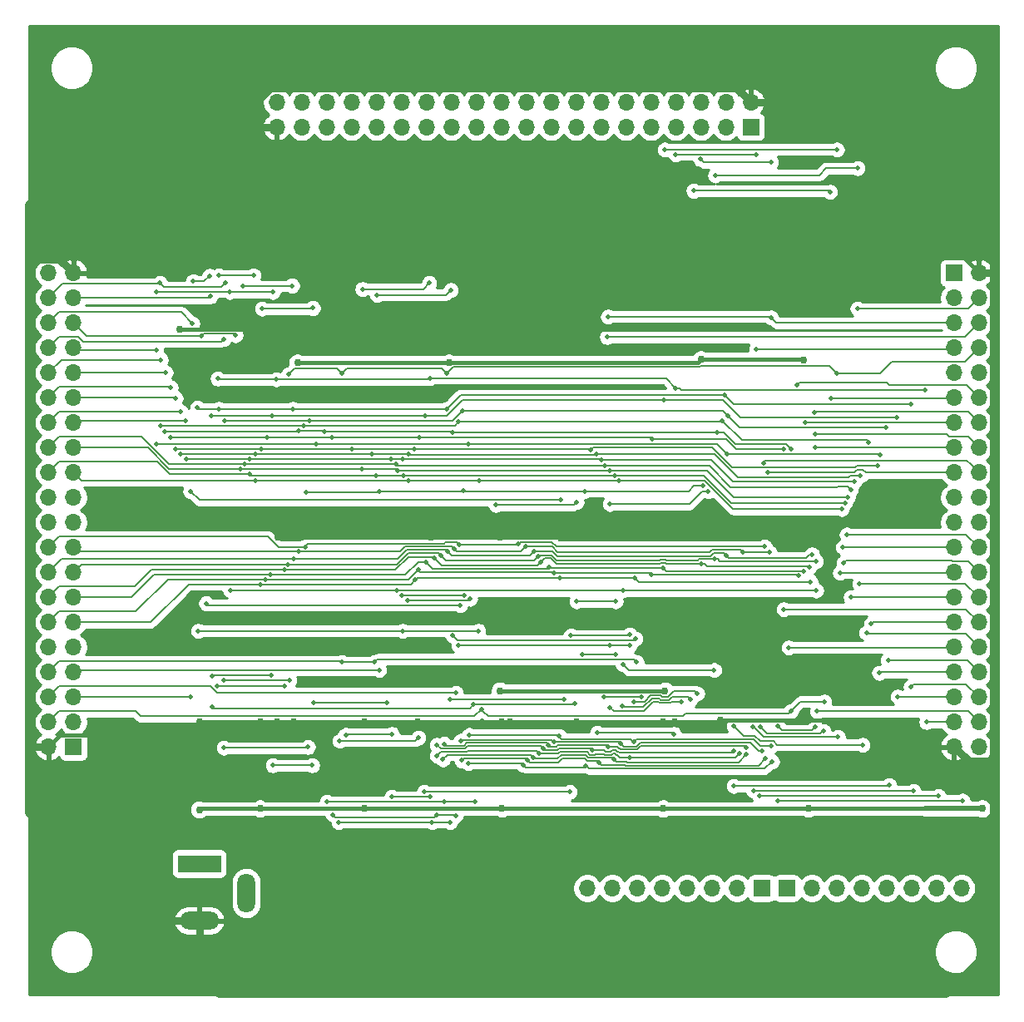
<source format=gbr>
G04 #@! TF.GenerationSoftware,KiCad,Pcbnew,(5.1.6-0-10_14)*
G04 #@! TF.CreationDate,2021-01-21T22:24:26+01:00*
G04 #@! TF.ProjectId,io,696f2e6b-6963-4616-945f-706362585858,3*
G04 #@! TF.SameCoordinates,Original*
G04 #@! TF.FileFunction,Copper,L2,Bot*
G04 #@! TF.FilePolarity,Positive*
%FSLAX46Y46*%
G04 Gerber Fmt 4.6, Leading zero omitted, Abs format (unit mm)*
G04 Created by KiCad (PCBNEW (5.1.6-0-10_14)) date 2021-01-21 22:24:26*
%MOMM*%
%LPD*%
G01*
G04 APERTURE LIST*
G04 #@! TA.AperFunction,ComponentPad*
%ADD10O,1.700000X1.700000*%
G04 #@! TD*
G04 #@! TA.AperFunction,ComponentPad*
%ADD11R,1.700000X1.700000*%
G04 #@! TD*
G04 #@! TA.AperFunction,ComponentPad*
%ADD12R,4.400000X1.800000*%
G04 #@! TD*
G04 #@! TA.AperFunction,ComponentPad*
%ADD13O,4.000000X1.800000*%
G04 #@! TD*
G04 #@! TA.AperFunction,ComponentPad*
%ADD14O,1.800000X4.000000*%
G04 #@! TD*
G04 #@! TA.AperFunction,ViaPad*
%ADD15C,0.750000*%
G04 #@! TD*
G04 #@! TA.AperFunction,ViaPad*
%ADD16C,0.500000*%
G04 #@! TD*
G04 #@! TA.AperFunction,ViaPad*
%ADD17C,1.000000*%
G04 #@! TD*
G04 #@! TA.AperFunction,Conductor*
%ADD18C,0.400000*%
G04 #@! TD*
G04 #@! TA.AperFunction,Conductor*
%ADD19C,0.500000*%
G04 #@! TD*
G04 #@! TA.AperFunction,Conductor*
%ADD20C,0.800000*%
G04 #@! TD*
G04 #@! TA.AperFunction,Conductor*
%ADD21C,0.160000*%
G04 #@! TD*
G04 #@! TA.AperFunction,Conductor*
%ADD22C,0.254000*%
G04 #@! TD*
G04 APERTURE END LIST*
D10*
X197358000Y-124130000D03*
X194818000Y-124130000D03*
X197358000Y-121590000D03*
X194818000Y-121590000D03*
X197358000Y-119050000D03*
X194818000Y-119050000D03*
X197358000Y-116510000D03*
X194818000Y-116510000D03*
X197358000Y-113970000D03*
X194818000Y-113970000D03*
X197358000Y-111430000D03*
X194818000Y-111430000D03*
X197358000Y-108890000D03*
X194818000Y-108890000D03*
X197358000Y-106350000D03*
X194818000Y-106350000D03*
X197358000Y-103810000D03*
X194818000Y-103810000D03*
X197358000Y-101270000D03*
X194818000Y-101270000D03*
X197358000Y-98730000D03*
X194818000Y-98730000D03*
X197358000Y-96190000D03*
X194818000Y-96190000D03*
X197358000Y-93650000D03*
X194818000Y-93650000D03*
X197358000Y-91110000D03*
X194818000Y-91110000D03*
X197358000Y-88570000D03*
X194818000Y-88570000D03*
X197358000Y-86030000D03*
X194818000Y-86030000D03*
X197358000Y-83490000D03*
X194818000Y-83490000D03*
X197358000Y-80950000D03*
X194818000Y-80950000D03*
X197358000Y-78410000D03*
X194818000Y-78410000D03*
X197358000Y-75870000D03*
D11*
X194818000Y-75870000D03*
D10*
X102642000Y-75870000D03*
X105182000Y-75870000D03*
X102642000Y-78410000D03*
X105182000Y-78410000D03*
X102642000Y-80950000D03*
X105182000Y-80950000D03*
X102642000Y-83490000D03*
X105182000Y-83490000D03*
X102642000Y-86030000D03*
X105182000Y-86030000D03*
X102642000Y-88570000D03*
X105182000Y-88570000D03*
X102642000Y-91110000D03*
X105182000Y-91110000D03*
X102642000Y-93650000D03*
X105182000Y-93650000D03*
X102642000Y-96190000D03*
X105182000Y-96190000D03*
X102642000Y-98730000D03*
X105182000Y-98730000D03*
X102642000Y-101270000D03*
X105182000Y-101270000D03*
X102642000Y-103810000D03*
X105182000Y-103810000D03*
X102642000Y-106350000D03*
X105182000Y-106350000D03*
X102642000Y-108890000D03*
X105182000Y-108890000D03*
X102642000Y-111430000D03*
X105182000Y-111430000D03*
X102642000Y-113970000D03*
X105182000Y-113970000D03*
X102642000Y-116510000D03*
X105182000Y-116510000D03*
X102642000Y-119050000D03*
X105182000Y-119050000D03*
X102642000Y-121590000D03*
X105182000Y-121590000D03*
X102642000Y-124130000D03*
D11*
X105182000Y-124130000D03*
D10*
X157480000Y-138500000D03*
X160020000Y-138500000D03*
X162560000Y-138500000D03*
X165100000Y-138500000D03*
X167640000Y-138500000D03*
X170180000Y-138500000D03*
X172720000Y-138500000D03*
D11*
X175260000Y-138500000D03*
D10*
X195580000Y-138500000D03*
X193040000Y-138500000D03*
X190500000Y-138500000D03*
X187960000Y-138500000D03*
X185420000Y-138500000D03*
X182880000Y-138500000D03*
X180340000Y-138500000D03*
D11*
X177800000Y-138500000D03*
D12*
X118000000Y-136000000D03*
D13*
X118000000Y-141800000D03*
D14*
X122800000Y-139000000D03*
D11*
X174130000Y-61000000D03*
D10*
X174130000Y-58460000D03*
X171590000Y-61000000D03*
X171590000Y-58460000D03*
X169050000Y-61000000D03*
X169050000Y-58460000D03*
X166510000Y-61000000D03*
X166510000Y-58460000D03*
X163970000Y-61000000D03*
X163970000Y-58460000D03*
X161430000Y-61000000D03*
X161430000Y-58460000D03*
X158890000Y-61000000D03*
X158890000Y-58460000D03*
X156350000Y-61000000D03*
X156350000Y-58460000D03*
X153810000Y-61000000D03*
X153810000Y-58460000D03*
X151270000Y-61000000D03*
X151270000Y-58460000D03*
X148730000Y-61000000D03*
X148730000Y-58460000D03*
X146190000Y-61000000D03*
X146190000Y-58460000D03*
X143650000Y-61000000D03*
X143650000Y-58460000D03*
X141110000Y-61000000D03*
X141110000Y-58460000D03*
X138570000Y-61000000D03*
X138570000Y-58460000D03*
X136030000Y-61000000D03*
X136030000Y-58460000D03*
X133490000Y-61000000D03*
X133490000Y-58460000D03*
X130950000Y-61000000D03*
X130950000Y-58460000D03*
X128410000Y-61000000D03*
X128410000Y-58460000D03*
X125870000Y-61000000D03*
X125870000Y-58460000D03*
D15*
X124200000Y-130400000D03*
X134800000Y-130400000D03*
X148800000Y-130400000D03*
X165200000Y-130400000D03*
X180000000Y-130400000D03*
X148600000Y-118400000D03*
X165400000Y-118400000D03*
X128000000Y-85000000D03*
X143400000Y-85000000D03*
X169070000Y-84670000D03*
X179500000Y-84750000D03*
X118000000Y-130500000D03*
X197700000Y-130400000D03*
X126000000Y-102800000D03*
X141600000Y-102800000D03*
X118000000Y-121600000D03*
X127600000Y-121600000D03*
X140200000Y-121600000D03*
X156400000Y-121600000D03*
X171000000Y-121400000D03*
X180000000Y-121400000D03*
X165200000Y-121600000D03*
X148800000Y-121600000D03*
X134800000Y-121600000D03*
X124200000Y-121600000D03*
X149600000Y-121600000D03*
X166400000Y-121600000D03*
X141000000Y-111200000D03*
X148600000Y-111200000D03*
X158000000Y-111200000D03*
X148600000Y-102800000D03*
X166600000Y-102800000D03*
X116000000Y-81600000D03*
X126400000Y-81600000D03*
X142000000Y-81600000D03*
X172000000Y-81400000D03*
X148000000Y-81600000D03*
D16*
X116500000Y-74000000D03*
X118500000Y-74000000D03*
X120500000Y-74000000D03*
X122500000Y-74000000D03*
X124500000Y-74000000D03*
X126500000Y-74000000D03*
X128500000Y-74000000D03*
X130500000Y-74000000D03*
X132500000Y-74000000D03*
X134500000Y-74000000D03*
X136500000Y-74000000D03*
X138500000Y-74000000D03*
X140500000Y-74000000D03*
X142500000Y-74000000D03*
X144500000Y-74000000D03*
X146500000Y-74000000D03*
X153000000Y-74000000D03*
X155000000Y-74000000D03*
X157000000Y-74000000D03*
X159000000Y-74000000D03*
X161000000Y-74000000D03*
X163000000Y-74000000D03*
X165000000Y-74000000D03*
X167000000Y-74000000D03*
D15*
X172000000Y-74000000D03*
X115250000Y-74000000D03*
X149000000Y-148000000D03*
X125250000Y-148065000D03*
X108460000Y-132040000D03*
D17*
X104000000Y-131250000D03*
D15*
X125900000Y-121600000D03*
D16*
X104800000Y-64700000D03*
X197900000Y-68200000D03*
X127085000Y-86210000D03*
X132500000Y-115500000D03*
X132500000Y-86100000D03*
X162500000Y-115500000D03*
X135800000Y-115500000D03*
X165400000Y-63300000D03*
X182900000Y-63300000D03*
X182900000Y-86100000D03*
X143200000Y-86100000D03*
X169253517Y-97546483D03*
X174700000Y-83600000D03*
X166500000Y-63790000D03*
X174700000Y-63800000D03*
X136290001Y-116290001D03*
X160400000Y-114710000D03*
X157000000Y-114710000D03*
X128900000Y-98200000D03*
X136290001Y-98090001D03*
X144910000Y-98000000D03*
X157200000Y-98100000D03*
X114000000Y-76900000D03*
X138100000Y-108200000D03*
X121141000Y-108159000D03*
X161100000Y-108200000D03*
X180900000Y-120500000D03*
X180800000Y-108200000D03*
X120652202Y-76901235D03*
X138700000Y-112300000D03*
X146400000Y-112300000D03*
X117900000Y-112300000D03*
X123700000Y-97000000D03*
X139290000Y-97003134D03*
X160702410Y-97003134D03*
X146496866Y-97003134D03*
X183400000Y-99900000D03*
X183500000Y-103800000D03*
X123115000Y-96318002D03*
X138800000Y-96480000D03*
X139171359Y-109180000D03*
X145560938Y-109037781D03*
X160300000Y-96480000D03*
X143600000Y-77600000D03*
X136100000Y-78100000D03*
X136020000Y-96480000D03*
X183704370Y-99279139D03*
X183900000Y-102500002D03*
X122203999Y-95828002D03*
X138210014Y-95990000D03*
X145000000Y-108690000D03*
X138615375Y-108690000D03*
X159766692Y-95990000D03*
X183200000Y-106400000D03*
X141400000Y-76900000D03*
X134600000Y-77500000D03*
X134571998Y-95828002D03*
X184020002Y-98699491D03*
X122600000Y-95300000D03*
X138000000Y-95300000D03*
X159300000Y-95500000D03*
X183600000Y-105400000D03*
X184300000Y-97900000D03*
X116590028Y-90900000D03*
X116700000Y-94790000D03*
X123100000Y-94790000D03*
X138700000Y-94800000D03*
X158890001Y-94909999D03*
X184300000Y-108900000D03*
X137510000Y-94790000D03*
X184700000Y-97100000D03*
X116100028Y-89975020D03*
X116100000Y-94300000D03*
X123700000Y-94300000D03*
X139300000Y-94300000D03*
X135600000Y-94300000D03*
X158416493Y-94309990D03*
X185200000Y-107500000D03*
X185300000Y-96500000D03*
X115600000Y-88600000D03*
X115600000Y-93790000D03*
X124300000Y-93790000D03*
X139900000Y-93800000D03*
X157800000Y-93900000D03*
X133510000Y-93790000D03*
X186400000Y-111600000D03*
X187000000Y-95500000D03*
X115100000Y-87500000D03*
X115100000Y-92600000D03*
X124900000Y-92600000D03*
X140400000Y-92600000D03*
X164100000Y-92800000D03*
X177498517Y-93791483D03*
X177500000Y-110100000D03*
X131500000Y-92600000D03*
X128100000Y-91900000D03*
X130700000Y-92000000D03*
X143800000Y-92100000D03*
X170700000Y-92100000D03*
X178200000Y-93800000D03*
X178000000Y-114000000D03*
X124400000Y-79500000D03*
X129559990Y-79440010D03*
X114580000Y-86000000D03*
X114500000Y-92000000D03*
X128600000Y-91390000D03*
X144396483Y-90996483D03*
X171200000Y-90900000D03*
X122400000Y-77200000D03*
X127440010Y-77159990D03*
X114090000Y-91400000D03*
X114090000Y-84700000D03*
X186100000Y-93100000D03*
X185900000Y-112500000D03*
X125500000Y-77800000D03*
X121100000Y-77800000D03*
X113600000Y-77800000D03*
X113600000Y-83700000D03*
X113600000Y-93300000D03*
X129900000Y-93300000D03*
X145400000Y-93300000D03*
X171700000Y-94300000D03*
X187300000Y-94400000D03*
X187200000Y-116600000D03*
X120000000Y-76100000D03*
X123500000Y-76100000D03*
X120600000Y-90900000D03*
X129200000Y-90900000D03*
X144800000Y-89900000D03*
X171800000Y-90400000D03*
X120491795Y-82591793D03*
X187900000Y-91600000D03*
X188100000Y-115300000D03*
X129500000Y-126000000D03*
X125500000Y-126000000D03*
X125300000Y-116800000D03*
X125400000Y-90400000D03*
X118200000Y-82300000D03*
X121700000Y-82210000D03*
X141000000Y-90400000D03*
X165300000Y-88790000D03*
X119251712Y-90369894D03*
X119289979Y-116900000D03*
X189000000Y-90600000D03*
X189100000Y-119000000D03*
X117300000Y-80990000D03*
X127500000Y-89700000D03*
X127139568Y-117334053D03*
X120500000Y-117300000D03*
X143200000Y-89700000D03*
X171500000Y-88300000D03*
X119032284Y-76155716D03*
X120000000Y-89700000D03*
X117400000Y-76700000D03*
X117800000Y-89600000D03*
X190400000Y-89200000D03*
X190399996Y-118000000D03*
X119800000Y-117900000D03*
X125865000Y-86700000D03*
X119871000Y-86629000D03*
X141465000Y-86600000D03*
X166500000Y-87600000D03*
X126709990Y-117900000D03*
X119148968Y-78248968D03*
X191900000Y-87790000D03*
X191999996Y-121600000D03*
X124184625Y-107590000D03*
X139996485Y-107096485D03*
X145500000Y-122900000D03*
X154605982Y-123000000D03*
X154700000Y-106900000D03*
X162300000Y-106892493D03*
X182300000Y-88600000D03*
X168300000Y-67500000D03*
X182200000Y-67600000D03*
X162215000Y-123585000D03*
X176200000Y-124000000D03*
X180200000Y-107300000D03*
X124700000Y-107100000D03*
X140300000Y-106100004D03*
X154115982Y-106402493D03*
X164000000Y-106600000D03*
X179033306Y-106690004D03*
X178800000Y-87300000D03*
X144600000Y-123500000D03*
X154085999Y-123600000D03*
X160915000Y-123790010D03*
X175270482Y-124490010D03*
X142900000Y-123810000D03*
X179700000Y-91100000D03*
X125200000Y-106600000D03*
X165200000Y-105900000D03*
X179500000Y-106200004D03*
X141100000Y-105300000D03*
X153596001Y-105809990D03*
X153496207Y-123896243D03*
X159615000Y-124110021D03*
X173700000Y-124210021D03*
X142200000Y-123900000D03*
X180600000Y-90100000D03*
X141936035Y-104879014D03*
X152778889Y-105276758D03*
X126700000Y-106109990D03*
X169100000Y-105500000D03*
X152969252Y-124293652D03*
X157986740Y-124430032D03*
X172400000Y-124530032D03*
X180100000Y-105800000D03*
X142200000Y-125000000D03*
X142603734Y-104609990D03*
X152487417Y-104684593D03*
X127034644Y-105541106D03*
X170411096Y-105009990D03*
X152560861Y-124812143D03*
X180709990Y-93600000D03*
X161788230Y-125205034D03*
X173017064Y-124764226D03*
X180772419Y-105239092D03*
X127600000Y-105000000D03*
X142800000Y-125400000D03*
X143300000Y-104200000D03*
X152036019Y-104203079D03*
X171600000Y-104609990D03*
X152004400Y-125167061D03*
X180709990Y-92300000D03*
X180389979Y-104519989D03*
X160223904Y-125371376D03*
X173700000Y-124870034D03*
X128100000Y-104240000D03*
X144700000Y-125500000D03*
X175600000Y-125310000D03*
X175890000Y-96200000D03*
X143942084Y-103969968D03*
X151200000Y-103730026D03*
X176000000Y-104289979D03*
X173300000Y-104289979D03*
X151409076Y-125452025D03*
X158695320Y-125750051D03*
X128750000Y-103750000D03*
X145400000Y-125800000D03*
X175500000Y-103700000D03*
X175400000Y-95200000D03*
X176300000Y-125600000D03*
X144460960Y-103562067D03*
X150464929Y-103420278D03*
X150972086Y-125946652D03*
X157341124Y-126028025D03*
X181600000Y-119500000D03*
X178200000Y-120500000D03*
X146700000Y-120300000D03*
X185000000Y-79500000D03*
X185000000Y-65199994D03*
X170500000Y-65900000D03*
X176900000Y-122010000D03*
X180700000Y-122100000D03*
X181500000Y-122500000D03*
X175096490Y-122103510D03*
X174300000Y-122100000D03*
X183000000Y-123100000D03*
X172400000Y-122010000D03*
X185500000Y-123900000D03*
X172400000Y-128100000D03*
X188200000Y-128000000D03*
X174400000Y-128590000D03*
X190700000Y-128600000D03*
X175000000Y-129080000D03*
X193200000Y-129100000D03*
X176900000Y-129600000D03*
X195700000Y-129600000D03*
X144400000Y-113800000D03*
X159800000Y-113800000D03*
X161800000Y-113800000D03*
X159200000Y-119010000D03*
X163000000Y-119010000D03*
X170400000Y-116300000D03*
X161100000Y-115690000D03*
X142900000Y-129700000D03*
X146100000Y-129700000D03*
X131000000Y-129700000D03*
X142200000Y-131010000D03*
X144100000Y-131100000D03*
X131600000Y-131010000D03*
X141700000Y-131800000D03*
X143500000Y-131800000D03*
X132200000Y-131800000D03*
X141500000Y-129210000D03*
X137600000Y-129200000D03*
X137600000Y-122800000D03*
X132900000Y-122900000D03*
X140300000Y-123200000D03*
X132300000Y-123500000D03*
X143500000Y-119300000D03*
X155100000Y-119300000D03*
X159500000Y-82400000D03*
X144100000Y-118600000D03*
X145900000Y-119800000D03*
X119328000Y-120072000D03*
X156190000Y-119700000D03*
X156400000Y-109300000D03*
X160400000Y-109300000D03*
X156400000Y-99200000D03*
X148170632Y-99490010D03*
X118700000Y-109500000D03*
X144560000Y-109700000D03*
X120500000Y-124200000D03*
X129059084Y-124140916D03*
X169800000Y-98100000D03*
X159800000Y-99400000D03*
X137100000Y-119600000D03*
X129600000Y-119600000D03*
X140900000Y-128700000D03*
X155700000Y-128700000D03*
X155839999Y-112800000D03*
X161800000Y-112700000D03*
X143800000Y-112790000D03*
X162400000Y-113100000D03*
X158500000Y-122700000D03*
X166300000Y-122800000D03*
X159800000Y-120100000D03*
X167099998Y-119500000D03*
X161075000Y-119975000D03*
X168000000Y-119300000D03*
X168700000Y-118700000D03*
X162200000Y-119500000D03*
X117100000Y-119000000D03*
X117100000Y-98100000D03*
X159600000Y-80300000D03*
X169000000Y-64280000D03*
X176200000Y-64600000D03*
X176200004Y-80400000D03*
X154800000Y-99000000D03*
D18*
X124200000Y-130400000D02*
X134800000Y-130400000D01*
X134800000Y-130400000D02*
X148800000Y-130400000D01*
X165200000Y-130400000D02*
X180000000Y-130400000D01*
X128000000Y-85000000D02*
X143400000Y-85000000D01*
X143400000Y-85000000D02*
X153000000Y-85000000D01*
X152800000Y-118400000D02*
X165400000Y-118400000D01*
X148600000Y-118400000D02*
X152800000Y-118400000D01*
X152800000Y-130400000D02*
X165200000Y-130400000D01*
X148800000Y-130400000D02*
X152800000Y-130400000D01*
X168740000Y-85000000D02*
X169070000Y-84670000D01*
X153000000Y-85000000D02*
X168740000Y-85000000D01*
X180000000Y-130400000D02*
X191850000Y-130400000D01*
X179420000Y-84670000D02*
X179500000Y-84750000D01*
X169070000Y-84670000D02*
X179420000Y-84670000D01*
X124200000Y-130400000D02*
X118100000Y-130400000D01*
X118100000Y-130400000D02*
X118000000Y-130500000D01*
D19*
X191850000Y-130400000D02*
X197700000Y-130400000D01*
D18*
X170800000Y-121600000D02*
X171000000Y-121400000D01*
X171000000Y-121400000D02*
X180000000Y-121400000D01*
X156400000Y-121600000D02*
X165200000Y-121600000D01*
X140200000Y-121600000D02*
X148800000Y-121600000D01*
X134800000Y-121600000D02*
X140200000Y-121600000D01*
X127600000Y-121600000D02*
X134800000Y-121600000D01*
X118000000Y-121600000D02*
X124200000Y-121600000D01*
X148800000Y-121600000D02*
X149600000Y-121600000D01*
X166400000Y-121600000D02*
X170800000Y-121600000D01*
X165200000Y-121600000D02*
X166400000Y-121600000D01*
X149600000Y-121600000D02*
X156400000Y-121600000D01*
X141000000Y-111200000D02*
X148600000Y-111200000D01*
X148600000Y-111200000D02*
X158000000Y-111200000D01*
X141600000Y-102800000D02*
X148600000Y-102800000D01*
X116000000Y-81600000D02*
X126400000Y-81600000D01*
X126400000Y-81600000D02*
X142000000Y-81600000D01*
X171800000Y-81600000D02*
X172000000Y-81400000D01*
X149800000Y-102800000D02*
X166600000Y-102800000D01*
X148600000Y-102800000D02*
X149800000Y-102800000D01*
X148000000Y-81600000D02*
X171800000Y-81600000D01*
X142000000Y-81600000D02*
X148000000Y-81600000D01*
X112380000Y-75870000D02*
X114250000Y-74000000D01*
X116500000Y-74000000D02*
X118500000Y-74000000D01*
X118500000Y-74000000D02*
X120500000Y-74000000D01*
X120500000Y-74000000D02*
X122500000Y-74000000D01*
X122500000Y-74000000D02*
X124500000Y-74000000D01*
X124500000Y-74000000D02*
X126500000Y-74000000D01*
X126500000Y-74000000D02*
X128500000Y-74000000D01*
X128500000Y-74000000D02*
X130500000Y-74000000D01*
X130500000Y-74000000D02*
X132500000Y-74000000D01*
X132500000Y-74000000D02*
X134500000Y-74000000D01*
X134500000Y-74000000D02*
X136500000Y-74000000D01*
X136500000Y-74000000D02*
X138500000Y-74000000D01*
X138500000Y-74000000D02*
X140500000Y-74000000D01*
X140500000Y-74000000D02*
X142500000Y-74000000D01*
X142500000Y-74000000D02*
X144500000Y-74000000D01*
X144500000Y-74000000D02*
X146500000Y-74000000D01*
X146500000Y-74000000D02*
X153000000Y-74000000D01*
X153000000Y-74000000D02*
X155000000Y-74000000D01*
X155000000Y-74000000D02*
X157000000Y-74000000D01*
X157000000Y-74000000D02*
X159000000Y-74000000D01*
X159000000Y-74000000D02*
X161000000Y-74000000D01*
X161000000Y-74000000D02*
X163000000Y-74000000D01*
X163000000Y-74000000D02*
X165000000Y-74000000D01*
X165000000Y-74000000D02*
X167000000Y-74000000D01*
D20*
X118000000Y-141800000D02*
X113800000Y-141800000D01*
X113800000Y-141800000D02*
X108460000Y-136460000D01*
X125193199Y-57049999D02*
X172719999Y-57049999D01*
X122250000Y-59993198D02*
X125193199Y-57049999D01*
X122250000Y-61000000D02*
X122250000Y-59993198D01*
X172719999Y-57049999D02*
X174130000Y-58460000D01*
X122250000Y-61000000D02*
X125870000Y-61000000D01*
X118000000Y-141800000D02*
X118000000Y-147250000D01*
X118000000Y-147250000D02*
X120000000Y-149250000D01*
D18*
X167000000Y-74000000D02*
X172000000Y-74000000D01*
X115250000Y-74000000D02*
X116500000Y-74000000D01*
X114250000Y-74000000D02*
X115250000Y-74000000D01*
X149000000Y-149000000D02*
X148750000Y-149250000D01*
X149000000Y-148000000D02*
X149000000Y-149000000D01*
X125250000Y-148065000D02*
X125250000Y-149000000D01*
D20*
X125000000Y-149250000D02*
X148750000Y-149250000D01*
D18*
X125250000Y-149000000D02*
X125000000Y-149250000D01*
D20*
X120000000Y-149250000D02*
X125000000Y-149250000D01*
X108460000Y-136460000D02*
X108460000Y-132040000D01*
X108250000Y-131250000D02*
X108460000Y-131460000D01*
X104000000Y-131250000D02*
X108250000Y-131250000D01*
X108460000Y-132040000D02*
X108460000Y-131460000D01*
D18*
X186270000Y-121400000D02*
X189000000Y-124130000D01*
X180000000Y-121400000D02*
X186270000Y-121400000D01*
X126000000Y-102800000D02*
X141600000Y-102800000D01*
X125900000Y-121600000D02*
X127600000Y-121600000D01*
X124200000Y-121600000D02*
X125900000Y-121600000D01*
D20*
X108500000Y-61000000D02*
X122250000Y-61000000D01*
X101050000Y-131250000D02*
X100600000Y-130800000D01*
X104000000Y-131250000D02*
X101050000Y-131250000D01*
X103771999Y-74459999D02*
X100659999Y-74459999D01*
X100600000Y-74400000D02*
X100600000Y-68900000D01*
X100659999Y-74459999D02*
X100600000Y-74400000D01*
X105182000Y-75870000D02*
X103771999Y-74459999D01*
X100630000Y-124130000D02*
X100600000Y-124100000D01*
X102642000Y-124130000D02*
X100630000Y-124130000D01*
X100600000Y-124100000D02*
X100600000Y-74400000D01*
X100600000Y-130800000D02*
X100600000Y-124100000D01*
X193946802Y-149250000D02*
X148750000Y-149250000D01*
X198768001Y-144428801D02*
X193946802Y-149250000D01*
X197960000Y-58460000D02*
X198768001Y-59268001D01*
X174130000Y-58460000D02*
X197960000Y-58460000D01*
X196228001Y-125540001D02*
X198759999Y-125540001D01*
X194818000Y-124130000D02*
X196228001Y-125540001D01*
X198768001Y-125531999D02*
X198768001Y-144428801D01*
X198759999Y-125540001D02*
X198768001Y-125531999D01*
X197358000Y-75870000D02*
X198666002Y-75870000D01*
X198768001Y-75768001D02*
X198768001Y-125531999D01*
X198666002Y-75870000D02*
X198768001Y-75768001D01*
D18*
X195488000Y-74000000D02*
X197358000Y-75870000D01*
X172000000Y-74000000D02*
X195488000Y-74000000D01*
X189000000Y-124130000D02*
X194818000Y-124130000D01*
X103852001Y-122919999D02*
X102642000Y-124130000D01*
X116680001Y-122919999D02*
X103852001Y-122919999D01*
X118000000Y-121600000D02*
X116680001Y-122919999D01*
X112380000Y-75870000D02*
X105182000Y-75870000D01*
D20*
X104800000Y-64700000D02*
X108500000Y-61000000D01*
X100600000Y-68900000D02*
X104800000Y-64700000D01*
D21*
X198600000Y-68200000D02*
X198768001Y-68031999D01*
X197900000Y-68200000D02*
X198600000Y-68200000D01*
D20*
X198768001Y-68031999D02*
X198768001Y-75768001D01*
X198768001Y-59268001D02*
X198768001Y-68031999D01*
D21*
X132500000Y-115500000D02*
X135800000Y-115500000D01*
X165400000Y-63300000D02*
X182900000Y-63300000D01*
X182900000Y-86100000D02*
X187316798Y-86100000D01*
X136100000Y-115200000D02*
X162200000Y-115200000D01*
X162200000Y-115200000D02*
X162500000Y-115500000D01*
X135800000Y-115500000D02*
X136100000Y-115200000D01*
X103732001Y-115419999D02*
X102642000Y-116510000D01*
X132419999Y-115419999D02*
X103732001Y-115419999D01*
X132500000Y-115500000D02*
X132419999Y-115419999D01*
X195908001Y-84939999D02*
X197358000Y-83490000D01*
X188476799Y-84939999D02*
X195908001Y-84939999D01*
X187316798Y-86100000D02*
X188476799Y-84939999D01*
X182100000Y-85300000D02*
X182900000Y-86100000D01*
X179860202Y-85300000D02*
X182100000Y-85300000D01*
X179795201Y-85365001D02*
X179860202Y-85300000D01*
X179204799Y-85365001D02*
X179795201Y-85365001D01*
X179139798Y-85300000D02*
X179204799Y-85365001D01*
X169062268Y-85300000D02*
X179139798Y-85300000D01*
X143200000Y-86100000D02*
X143859990Y-85440010D01*
X168922258Y-85440010D02*
X169062268Y-85300000D01*
X143859990Y-85440010D02*
X168922258Y-85440010D01*
X142700000Y-85600000D02*
X143200000Y-86100000D01*
X133000000Y-85600000D02*
X142700000Y-85600000D01*
X132500000Y-86100000D02*
X133000000Y-85600000D01*
X128295201Y-85615001D02*
X128310202Y-85600000D01*
X132000000Y-85600000D02*
X132500000Y-86100000D01*
X127692399Y-85602601D02*
X127704799Y-85615001D01*
X128310202Y-85600000D02*
X132000000Y-85600000D01*
X127704799Y-85615001D02*
X128295201Y-85615001D01*
X127085000Y-86210000D02*
X127692399Y-85602601D01*
X174690000Y-63790000D02*
X174700000Y-63800000D01*
X166500000Y-63790000D02*
X174690000Y-63790000D01*
X160400000Y-114710000D02*
X157000000Y-114710000D01*
X105382001Y-116309999D02*
X105182000Y-116510000D01*
X136270003Y-116309999D02*
X105382001Y-116309999D01*
X136290001Y-116290001D02*
X136270003Y-116309999D01*
X194708000Y-83600000D02*
X194818000Y-83490000D01*
X174700000Y-83600000D02*
X194708000Y-83600000D01*
X136180002Y-98200000D02*
X136290001Y-98090001D01*
X128900000Y-98200000D02*
X136180002Y-98200000D01*
X144819999Y-98090001D02*
X144910000Y-98000000D01*
X136290001Y-98090001D02*
X144819999Y-98090001D01*
X145010000Y-98100000D02*
X157200000Y-98100000D01*
X144910000Y-98000000D02*
X145010000Y-98100000D01*
X167800000Y-98100000D02*
X157200000Y-98100000D01*
X168353517Y-97546483D02*
X167800000Y-98100000D01*
X169253517Y-97546483D02*
X168353517Y-97546483D01*
X121182000Y-108200000D02*
X121141000Y-108159000D01*
X138100000Y-108200000D02*
X121182000Y-108200000D01*
X138100000Y-108200000D02*
X161100000Y-108200000D01*
X180800000Y-108200000D02*
X161100000Y-108200000D01*
X120251785Y-77301652D02*
X120652202Y-76901235D01*
X114401652Y-77301652D02*
X120251785Y-77301652D01*
X114000000Y-76900000D02*
X114401652Y-77301652D01*
X113939999Y-76960001D02*
X114000000Y-76900000D01*
X104091999Y-76960001D02*
X113939999Y-76960001D01*
X102642000Y-78410000D02*
X104091999Y-76960001D01*
X196268000Y-120500000D02*
X197358000Y-121590000D01*
X180900000Y-120500000D02*
X196268000Y-120500000D01*
X138700000Y-112300000D02*
X146400000Y-112300000D01*
X117900000Y-112300000D02*
X138700000Y-112300000D01*
X139286866Y-97000000D02*
X139290000Y-97003134D01*
X123700000Y-97000000D02*
X139286866Y-97000000D01*
X146496866Y-97003134D02*
X160702410Y-97003134D01*
X139290000Y-97003134D02*
X146496866Y-97003134D01*
X105992000Y-97000000D02*
X105182000Y-96190000D01*
X123700000Y-97000000D02*
X105992000Y-97000000D01*
X169403134Y-97003134D02*
X172300000Y-99900000D01*
X172300000Y-99900000D02*
X183400000Y-99900000D01*
X160702410Y-97003134D02*
X169403134Y-97003134D01*
X183510000Y-103810000D02*
X183500000Y-103800000D01*
X194818000Y-103810000D02*
X183510000Y-103810000D01*
X123115000Y-96318002D02*
X123276998Y-96480000D01*
X145418719Y-109180000D02*
X145560938Y-109037781D01*
X139171359Y-109180000D02*
X145418719Y-109180000D01*
X138800000Y-96480000D02*
X160300000Y-96480000D01*
X143100000Y-78100000D02*
X136100000Y-78100000D01*
X143600000Y-77600000D02*
X143100000Y-78100000D01*
X136020000Y-96480000D02*
X138800000Y-96480000D01*
X123276998Y-96480000D02*
X136020000Y-96480000D01*
X103732001Y-95099999D02*
X102642000Y-96190000D01*
X113747437Y-95099999D02*
X103732001Y-95099999D01*
X114965440Y-96318002D02*
X113747437Y-95099999D01*
X123115000Y-96318002D02*
X114965440Y-96318002D01*
X172179139Y-99279139D02*
X183704370Y-99279139D01*
X169380000Y-96480000D02*
X172179139Y-99279139D01*
X160300000Y-96480000D02*
X169380000Y-96480000D01*
X196048002Y-102500002D02*
X183900000Y-102500002D01*
X197358000Y-103810000D02*
X196048002Y-102500002D01*
X138048016Y-95828002D02*
X138210014Y-95990000D01*
X138615375Y-108690000D02*
X145000000Y-108690000D01*
X138210014Y-95990000D02*
X159766692Y-95990000D01*
X140800000Y-77500000D02*
X134600000Y-77500000D01*
X141400000Y-76900000D02*
X140800000Y-77500000D01*
X134571998Y-95828002D02*
X138048016Y-95828002D01*
X122203999Y-95828002D02*
X134571998Y-95828002D01*
X122175997Y-95800000D02*
X122203999Y-95828002D01*
X114900000Y-95800000D02*
X122175997Y-95800000D01*
X112750000Y-93650000D02*
X114900000Y-95800000D01*
X111000000Y-93650000D02*
X112750000Y-93650000D01*
X111000000Y-93650000D02*
X105182000Y-93650000D01*
X194768000Y-106400000D02*
X194818000Y-106350000D01*
X183200000Y-106400000D02*
X194768000Y-106400000D01*
X172399491Y-98699491D02*
X184020002Y-98699491D01*
X169690000Y-95990000D02*
X172399491Y-98699491D01*
X159766692Y-95990000D02*
X169690000Y-95990000D01*
X122600000Y-95300000D02*
X138000000Y-95300000D01*
X138200000Y-95500000D02*
X159300000Y-95500000D01*
X138000000Y-95300000D02*
X138200000Y-95500000D01*
X112134797Y-92559999D02*
X114874798Y-95300000D01*
X114874798Y-95300000D02*
X122600000Y-95300000D01*
X103732001Y-92559999D02*
X102642000Y-93650000D01*
X112134797Y-92559999D02*
X103732001Y-92559999D01*
X194550001Y-105150001D02*
X194659999Y-105259999D01*
X196267999Y-105259999D02*
X197358000Y-106350000D01*
X183849999Y-105150001D02*
X194550001Y-105150001D01*
X194659999Y-105259999D02*
X196267999Y-105259999D01*
X183600000Y-105400000D02*
X183849999Y-105150001D01*
X159300000Y-95500000D02*
X169900000Y-95500000D01*
X169900000Y-95500000D02*
X172050001Y-97650001D01*
X184009998Y-97609998D02*
X184300000Y-97900000D01*
X172050001Y-97650001D02*
X182924795Y-97650001D01*
X182964798Y-97609998D02*
X184009998Y-97609998D01*
X182924795Y-97650001D02*
X182964798Y-97609998D01*
X116700000Y-94790000D02*
X123100000Y-94790000D01*
X138690000Y-94790000D02*
X138700000Y-94800000D01*
X158780002Y-94800000D02*
X158890001Y-94909999D01*
X138700000Y-94800000D02*
X158780002Y-94800000D01*
X137510000Y-94790000D02*
X138690000Y-94790000D01*
X123100000Y-94790000D02*
X137510000Y-94790000D01*
X105392000Y-90900000D02*
X105182000Y-91110000D01*
X116590028Y-90900000D02*
X105392000Y-90900000D01*
X194808000Y-108900000D02*
X194818000Y-108890000D01*
X184300000Y-108900000D02*
X194808000Y-108900000D01*
X172300000Y-97100000D02*
X184700000Y-97100000D01*
X158890001Y-94909999D02*
X170109999Y-94909999D01*
X170109999Y-94909999D02*
X172300000Y-97100000D01*
X116100000Y-94300000D02*
X123700000Y-94300000D01*
X135600000Y-94300000D02*
X139300000Y-94300000D01*
X123700000Y-94300000D02*
X135600000Y-94300000D01*
X158336483Y-94390000D02*
X158416493Y-94309990D01*
X139390000Y-94390000D02*
X158336483Y-94390000D01*
X139300000Y-94300000D02*
X139390000Y-94390000D01*
X103732001Y-90019999D02*
X102642000Y-91110000D01*
X116055049Y-90019999D02*
X103732001Y-90019999D01*
X116100028Y-89975020D02*
X116055049Y-90019999D01*
X197358000Y-108890000D02*
X195968000Y-107500000D01*
X195968000Y-107500000D02*
X185200000Y-107500000D01*
X158416493Y-94309990D02*
X170409990Y-94309990D01*
X170409990Y-94309990D02*
X172800000Y-96700000D01*
X185290001Y-96509999D02*
X185300000Y-96500000D01*
X184074798Y-96700000D02*
X184264799Y-96509999D01*
X172800000Y-96700000D02*
X184074798Y-96700000D01*
X184264799Y-96509999D02*
X185290001Y-96509999D01*
X115570000Y-88570000D02*
X115600000Y-88600000D01*
X111000000Y-88570000D02*
X115570000Y-88570000D01*
X115600000Y-93790000D02*
X124300000Y-93790000D01*
X139890000Y-93790000D02*
X139900000Y-93800000D01*
X157700000Y-93800000D02*
X157800000Y-93900000D01*
X139900000Y-93800000D02*
X157700000Y-93800000D01*
X124300000Y-93790000D02*
X133510000Y-93790000D01*
X133510000Y-93790000D02*
X139890000Y-93790000D01*
X111000000Y-88570000D02*
X105182000Y-88570000D01*
X186570000Y-111430000D02*
X186400000Y-111600000D01*
X194818000Y-111430000D02*
X186570000Y-111430000D01*
X170202563Y-93650001D02*
X172242563Y-95690001D01*
X158049999Y-93650001D02*
X170202563Y-93650001D01*
X157800000Y-93900000D02*
X158049999Y-93650001D01*
X172242563Y-95690001D02*
X184732232Y-95690001D01*
X184732232Y-95690001D02*
X184922233Y-95500000D01*
X184922233Y-95500000D02*
X187000000Y-95500000D01*
X115100000Y-92600000D02*
X124900000Y-92600000D01*
X163900000Y-92600000D02*
X164100000Y-92800000D01*
X140400000Y-92600000D02*
X163900000Y-92600000D01*
X172638921Y-93791483D02*
X177498517Y-93791483D01*
X171647438Y-92800000D02*
X172638921Y-93791483D01*
X164100000Y-92800000D02*
X171647438Y-92800000D01*
X124900000Y-92600000D02*
X131500000Y-92600000D01*
X131500000Y-92600000D02*
X140400000Y-92600000D01*
X115079999Y-87479999D02*
X103732001Y-87479999D01*
X103732001Y-87479999D02*
X102642000Y-88570000D01*
X115100000Y-87500000D02*
X115079999Y-87479999D01*
X196028000Y-110100000D02*
X197358000Y-111430000D01*
X177500000Y-110100000D02*
X196028000Y-110100000D01*
X130600000Y-91900000D02*
X130700000Y-92000000D01*
X128100000Y-91900000D02*
X130600000Y-91900000D01*
X143700000Y-92000000D02*
X143800000Y-92100000D01*
X130700000Y-92000000D02*
X143700000Y-92000000D01*
X143800000Y-92100000D02*
X170700000Y-92100000D01*
X124400000Y-79500000D02*
X129500000Y-79500000D01*
X129500000Y-79500000D02*
X129559990Y-79440010D01*
X114550000Y-86030000D02*
X114580000Y-86000000D01*
X111000000Y-86030000D02*
X114550000Y-86030000D01*
X128000000Y-92000000D02*
X128100000Y-91900000D01*
X114500000Y-92000000D02*
X128000000Y-92000000D01*
X177700000Y-93300000D02*
X178200000Y-93800000D01*
X172600000Y-93300000D02*
X177700000Y-93300000D01*
X171400000Y-92100000D02*
X172600000Y-93300000D01*
X170700000Y-92100000D02*
X171400000Y-92100000D01*
X111000000Y-86030000D02*
X105182000Y-86030000D01*
X194788000Y-114000000D02*
X194818000Y-113970000D01*
X178000000Y-114000000D02*
X194788000Y-114000000D01*
X144002966Y-91390000D02*
X144396483Y-90996483D01*
X128600000Y-91390000D02*
X144002966Y-91390000D01*
X171103517Y-90996483D02*
X171200000Y-90900000D01*
X144396483Y-90996483D02*
X171103517Y-90996483D01*
X127400000Y-77200000D02*
X127440010Y-77159990D01*
X122400000Y-77200000D02*
X127400000Y-77200000D01*
X114100000Y-91390000D02*
X114090000Y-91400000D01*
X128600000Y-91390000D02*
X114100000Y-91390000D01*
X103972000Y-84700000D02*
X102642000Y-86030000D01*
X114090000Y-84700000D02*
X103972000Y-84700000D01*
X171200000Y-90900000D02*
X173200000Y-92900000D01*
X173200000Y-92900000D02*
X185900000Y-92900000D01*
X185900000Y-92900000D02*
X186100000Y-93100000D01*
X186000000Y-112600000D02*
X185900000Y-112500000D01*
X195988000Y-112600000D02*
X186000000Y-112600000D01*
X197358000Y-113970000D02*
X195988000Y-112600000D01*
X125500000Y-77800000D02*
X121100000Y-77800000D01*
X113641033Y-77758967D02*
X113600000Y-77800000D01*
X121058967Y-77758967D02*
X113641033Y-77758967D01*
X121100000Y-77800000D02*
X121058967Y-77758967D01*
X113600000Y-93300000D02*
X129900000Y-93300000D01*
X129900000Y-93300000D02*
X145400000Y-93300000D01*
X170700000Y-93300000D02*
X171700000Y-94300000D01*
X145400000Y-93300000D02*
X170700000Y-93300000D01*
X105392000Y-83700000D02*
X105182000Y-83490000D01*
X113600000Y-83700000D02*
X105392000Y-83700000D01*
X171700000Y-94300000D02*
X187200000Y-94300000D01*
X187200000Y-94300000D02*
X187300000Y-94400000D01*
X194818000Y-116510000D02*
X187290000Y-116510000D01*
X187290000Y-116510000D02*
X187200000Y-116600000D01*
X120000000Y-76100000D02*
X123500000Y-76100000D01*
X120600000Y-90900000D02*
X129200000Y-90900000D01*
X143800000Y-90900000D02*
X144800000Y-89900000D01*
X129200000Y-90900000D02*
X143800000Y-90900000D01*
X171300000Y-89900000D02*
X171800000Y-90400000D01*
X144800000Y-89900000D02*
X171300000Y-89900000D01*
X103732001Y-82399999D02*
X102642000Y-83490000D01*
X105705201Y-82399999D02*
X103732001Y-82399999D01*
X106146994Y-82841792D02*
X105705201Y-82399999D01*
X120241796Y-82841792D02*
X106146994Y-82841792D01*
X120491795Y-82591793D02*
X120241796Y-82841792D01*
X171800000Y-90400000D02*
X173000000Y-91600000D01*
X173000000Y-91600000D02*
X187900000Y-91600000D01*
X197358000Y-116510000D02*
X196148000Y-115300000D01*
X196148000Y-115300000D02*
X188100000Y-115300000D01*
X129500000Y-126000000D02*
X125500000Y-126000000D01*
X125400000Y-90400000D02*
X141000000Y-90400000D01*
X144810000Y-88790000D02*
X165300000Y-88790000D01*
X143200000Y-90400000D02*
X144810000Y-88790000D01*
X141000000Y-90400000D02*
X143200000Y-90400000D01*
X125400000Y-90400000D02*
X119281818Y-90400000D01*
X119281818Y-90400000D02*
X119251712Y-90369894D01*
X125300000Y-116800000D02*
X119389979Y-116800000D01*
X119389979Y-116800000D02*
X119289979Y-116900000D01*
X118459990Y-82040010D02*
X118200000Y-82300000D01*
X121530010Y-82040010D02*
X118459990Y-82040010D01*
X121700000Y-82210000D02*
X121530010Y-82040010D01*
X106532000Y-82300000D02*
X105182000Y-80950000D01*
X118200000Y-82300000D02*
X106532000Y-82300000D01*
X185400000Y-90600000D02*
X189000000Y-90600000D01*
X165300000Y-88790000D02*
X171290000Y-88790000D01*
X173100000Y-90600000D02*
X185400000Y-90600000D01*
X171290000Y-88790000D02*
X173100000Y-90600000D01*
X194818000Y-119050000D02*
X189150000Y-119050000D01*
X189150000Y-119050000D02*
X189100000Y-119000000D01*
X120534053Y-117334053D02*
X120500000Y-117300000D01*
X127139568Y-117334053D02*
X120534053Y-117334053D01*
X127500000Y-89700000D02*
X143200000Y-89700000D01*
X143200000Y-89700000D02*
X144600000Y-88300000D01*
X144600000Y-88300000D02*
X171500000Y-88300000D01*
X127500000Y-89700000D02*
X120000000Y-89700000D01*
X119032284Y-76155716D02*
X118488000Y-76700000D01*
X118488000Y-76700000D02*
X117400000Y-76700000D01*
X120000000Y-89700000D02*
X117900000Y-89700000D01*
X117900000Y-89700000D02*
X117800000Y-89600000D01*
X103732001Y-79859999D02*
X102642000Y-80950000D01*
X116169999Y-79859999D02*
X103732001Y-79859999D01*
X117300000Y-80990000D02*
X116169999Y-79859999D01*
X172400000Y-89200000D02*
X190400000Y-89200000D01*
X171500000Y-88300000D02*
X172400000Y-89200000D01*
X197358000Y-119050000D02*
X196058001Y-117750001D01*
X196058001Y-117750001D02*
X190649995Y-117750001D01*
X190649995Y-117750001D02*
X190399996Y-118000000D01*
X119942000Y-86700000D02*
X119871000Y-86629000D01*
X125865000Y-86700000D02*
X119942000Y-86700000D01*
X141365000Y-86700000D02*
X141465000Y-86600000D01*
X125865000Y-86700000D02*
X141365000Y-86700000D01*
X119800000Y-117900000D02*
X126709990Y-117900000D01*
X165500000Y-86600000D02*
X166500000Y-87600000D01*
X141465000Y-86600000D02*
X165500000Y-86600000D01*
X118987936Y-78410000D02*
X119148968Y-78248968D01*
X105182000Y-78410000D02*
X118987936Y-78410000D01*
X166853553Y-87600000D02*
X167053553Y-87800000D01*
X191890000Y-87800000D02*
X191900000Y-87790000D01*
X166500000Y-87600000D02*
X166853553Y-87600000D01*
X167053553Y-87800000D02*
X191890000Y-87800000D01*
X192009996Y-121590000D02*
X191999996Y-121600000D01*
X194818000Y-121590000D02*
X192009996Y-121590000D01*
X139502970Y-107590000D02*
X139996485Y-107096485D01*
X124184625Y-107590000D02*
X139502970Y-107590000D01*
X154505982Y-122900000D02*
X154605982Y-123000000D01*
X145500000Y-122900000D02*
X154505982Y-122900000D01*
X140192970Y-106900000D02*
X139996485Y-107096485D01*
X154700000Y-106900000D02*
X140192970Y-106900000D01*
X162292493Y-106900000D02*
X162300000Y-106892493D01*
X154700000Y-106900000D02*
X162292493Y-106900000D01*
X116910000Y-107590000D02*
X124184625Y-107590000D01*
X113070000Y-111430000D02*
X116910000Y-107590000D01*
X111000000Y-111430000D02*
X113070000Y-111430000D01*
X182100000Y-67500000D02*
X182200000Y-67600000D01*
X168300000Y-67500000D02*
X182100000Y-67500000D01*
X161930000Y-123300000D02*
X162215000Y-123585000D01*
X154605982Y-123000000D02*
X154905982Y-123300000D01*
X154905982Y-123300000D02*
X161930000Y-123300000D01*
X162500000Y-123300000D02*
X174400000Y-123300000D01*
X162215000Y-123585000D02*
X162500000Y-123300000D01*
X175100000Y-124000000D02*
X176200000Y-124000000D01*
X174400000Y-123300000D02*
X175100000Y-124000000D01*
X111000000Y-111430000D02*
X105182000Y-111430000D01*
X194788000Y-88600000D02*
X194818000Y-88570000D01*
X182300000Y-88600000D02*
X194788000Y-88600000D01*
X162300000Y-106892493D02*
X162707507Y-107300000D01*
X162707507Y-107300000D02*
X180200000Y-107300000D01*
X139300004Y-107100000D02*
X140300000Y-106100004D01*
X124700000Y-107100000D02*
X139300004Y-107100000D01*
X154013489Y-106300000D02*
X154115982Y-106402493D01*
X140499996Y-106300000D02*
X154013489Y-106300000D01*
X140300000Y-106100004D02*
X140499996Y-106300000D01*
X163802493Y-106402493D02*
X164000000Y-106600000D01*
X154115982Y-106402493D02*
X163802493Y-106402493D01*
X178943302Y-106600000D02*
X179033306Y-106690004D01*
X164000000Y-106600000D02*
X178943302Y-106600000D01*
X114800000Y-107100000D02*
X124700000Y-107100000D01*
X111560001Y-110339999D02*
X114800000Y-107100000D01*
X153885999Y-123400000D02*
X154085999Y-123600000D01*
X144600000Y-123500000D02*
X144700000Y-123400000D01*
X144700000Y-123400000D02*
X153885999Y-123400000D01*
X160745001Y-123620011D02*
X160915000Y-123790010D01*
X154085999Y-123600000D02*
X154106010Y-123620011D01*
X154106010Y-123620011D02*
X160745001Y-123620011D01*
X174916929Y-124490010D02*
X175270482Y-124490010D01*
X162450202Y-124075002D02*
X162872321Y-123652883D01*
X161199992Y-124075002D02*
X162450202Y-124075002D01*
X160915000Y-123790010D02*
X161199992Y-124075002D01*
X162872321Y-123652883D02*
X174079802Y-123652883D01*
X174079802Y-123652883D02*
X174916929Y-124490010D01*
X103732001Y-110339999D02*
X102642000Y-111430000D01*
X111560001Y-110339999D02*
X103732001Y-110339999D01*
X196088000Y-87300000D02*
X197358000Y-88570000D01*
X179049999Y-87050001D02*
X187975203Y-87050001D01*
X187975203Y-87050001D02*
X188225202Y-87300000D01*
X188225202Y-87300000D02*
X196088000Y-87300000D01*
X178800000Y-87300000D02*
X179049999Y-87050001D01*
X153600000Y-105900000D02*
X164846447Y-105900000D01*
X164846447Y-105900000D02*
X165200000Y-105900000D01*
X165200000Y-105900000D02*
X165500004Y-106200004D01*
X165500004Y-106200004D02*
X179500000Y-106200004D01*
X113400000Y-106600000D02*
X125200000Y-106600000D01*
X111110000Y-108890000D02*
X113400000Y-106600000D01*
X153600000Y-105900000D02*
X153550001Y-105949999D01*
X138974796Y-106600000D02*
X140274796Y-105300000D01*
X140274796Y-105300000D02*
X141100000Y-105300000D01*
X141749999Y-105949999D02*
X141100000Y-105300000D01*
X153550001Y-105949999D02*
X141749999Y-105949999D01*
X125200000Y-106600000D02*
X138974796Y-106600000D01*
X153600000Y-105900000D02*
X153596001Y-105896001D01*
X153596001Y-105896001D02*
X153596001Y-105809990D01*
X142900000Y-123810000D02*
X143080001Y-123990001D01*
X143080001Y-123990001D02*
X144935201Y-123990001D01*
X144935201Y-123990001D02*
X145205191Y-123720011D01*
X153319975Y-123720011D02*
X153496207Y-123896243D01*
X145205191Y-123720011D02*
X153319975Y-123720011D01*
X154471181Y-123940022D02*
X159445001Y-123940022D01*
X153496207Y-123896243D02*
X153689965Y-124090001D01*
X154321202Y-124090001D02*
X154471181Y-123940022D01*
X153689965Y-124090001D02*
X154321202Y-124090001D01*
X159445001Y-123940022D02*
X159615000Y-124110021D01*
X160894801Y-124395013D02*
X162582754Y-124395013D01*
X162937745Y-124040022D02*
X173530001Y-124040022D01*
X159615000Y-124110021D02*
X160509807Y-124110021D01*
X173530001Y-124040022D02*
X173700000Y-124210021D01*
X160509807Y-124110021D02*
X160679798Y-124280012D01*
X160679798Y-124280012D02*
X160779800Y-124280012D01*
X160779800Y-124280012D02*
X160894801Y-124395013D01*
X162582754Y-124395013D02*
X162937745Y-124040022D01*
X111110000Y-108890000D02*
X105182000Y-108890000D01*
X194808000Y-91100000D02*
X194818000Y-91110000D01*
X179700000Y-91100000D02*
X194808000Y-91100000D01*
X141936035Y-104879014D02*
X142662452Y-105605431D01*
X142662452Y-105605431D02*
X152450216Y-105605431D01*
X152450216Y-105605431D02*
X152778889Y-105276758D01*
X153735202Y-104909998D02*
X154325204Y-105500000D01*
X165435201Y-105409999D02*
X165525202Y-105500000D01*
X164964799Y-105409999D02*
X165435201Y-105409999D01*
X154325204Y-105500000D02*
X164874798Y-105500000D01*
X152778889Y-105276758D02*
X153145649Y-104909998D01*
X165525202Y-105500000D02*
X169100000Y-105500000D01*
X164874798Y-105500000D02*
X164964799Y-105409999D01*
X153145649Y-104909998D02*
X153735202Y-104909998D01*
X113090010Y-106109990D02*
X126700000Y-106109990D01*
X111400001Y-107799999D02*
X113090010Y-106109990D01*
X137964808Y-106109990D02*
X126700000Y-106109990D01*
X141867020Y-104809999D02*
X139264799Y-104809999D01*
X139264799Y-104809999D02*
X137964808Y-106109990D01*
X141936035Y-104879014D02*
X141867020Y-104809999D01*
X142200000Y-123900000D02*
X142610012Y-124310012D01*
X145334112Y-124043653D02*
X152719253Y-124043653D01*
X142610012Y-124310012D02*
X145067753Y-124310012D01*
X152719253Y-124043653D02*
X152969252Y-124293652D01*
X145067753Y-124310012D02*
X145334112Y-124043653D01*
X152969252Y-124293652D02*
X153085612Y-124410012D01*
X154453754Y-124410012D02*
X154575891Y-124287875D01*
X153085612Y-124410012D02*
X154453754Y-124410012D01*
X157844583Y-124287875D02*
X157986740Y-124430032D01*
X154575891Y-124287875D02*
X157844583Y-124287875D01*
X160647248Y-124600023D02*
X160762249Y-124715024D01*
X157986740Y-124430032D02*
X159209807Y-124430032D01*
X160762249Y-124715024D02*
X172215008Y-124715024D01*
X160377255Y-124430032D02*
X160547246Y-124600023D01*
X159379798Y-124600023D02*
X159850202Y-124600023D01*
X159209807Y-124430032D02*
X159379798Y-124600023D01*
X172215008Y-124715024D02*
X172400000Y-124530032D01*
X160020193Y-124430032D02*
X160377255Y-124430032D01*
X160547246Y-124600023D02*
X160647248Y-124600023D01*
X159850202Y-124600023D02*
X160020193Y-124430032D01*
X169100000Y-105500000D02*
X169453553Y-105500000D01*
X180000000Y-105700000D02*
X180100000Y-105800000D01*
X169453553Y-105500000D02*
X169653553Y-105700000D01*
X169653553Y-105700000D02*
X180000000Y-105700000D01*
X103732001Y-107799999D02*
X102642000Y-108890000D01*
X111400001Y-107799999D02*
X103732001Y-107799999D01*
X196267999Y-90019999D02*
X197358000Y-91110000D01*
X180680001Y-90019999D02*
X196267999Y-90019999D01*
X180600000Y-90100000D02*
X180680001Y-90019999D01*
X142603734Y-104609990D02*
X143116342Y-105122598D01*
X143116342Y-105122598D02*
X152049412Y-105122598D01*
X152049412Y-105122598D02*
X152487417Y-104684593D01*
X142368778Y-104375034D02*
X139247201Y-104375034D01*
X142603734Y-104609990D02*
X142368778Y-104375034D01*
X139247201Y-104375034D02*
X138081129Y-105541106D01*
X138081129Y-105541106D02*
X127034644Y-105541106D01*
X164822235Y-105100000D02*
X164832247Y-105089988D01*
X165577765Y-105100000D02*
X168774796Y-105100000D01*
X165567753Y-105089988D02*
X165577765Y-105100000D01*
X154377767Y-105100000D02*
X164822235Y-105100000D01*
X152487417Y-104684593D02*
X152582023Y-104589987D01*
X164832247Y-105089988D02*
X165567753Y-105089988D01*
X152582023Y-104589987D02*
X153867754Y-104589987D01*
X168864806Y-105009990D02*
X170411096Y-105009990D01*
X153867754Y-104589987D02*
X154377767Y-105100000D01*
X168774796Y-105100000D02*
X168864806Y-105009990D01*
X145200305Y-124630023D02*
X145268184Y-124562144D01*
X152310862Y-124562144D02*
X152560861Y-124812143D01*
X142569977Y-124630023D02*
X145200305Y-124630023D01*
X142200000Y-125000000D02*
X142569977Y-124630023D01*
X145268184Y-124562144D02*
X152310862Y-124562144D01*
X180759990Y-93650000D02*
X180709990Y-93600000D01*
X189000000Y-93650000D02*
X180759990Y-93650000D01*
X160799696Y-125205034D02*
X161788230Y-125205034D01*
X157451515Y-124620011D02*
X157751538Y-124920034D01*
X154696318Y-124620011D02*
X157451515Y-124620011D01*
X154504186Y-124812143D02*
X154696318Y-124620011D01*
X157751538Y-124920034D02*
X158221942Y-124920034D01*
X152560861Y-124812143D02*
X154504186Y-124812143D01*
X160112778Y-124790010D02*
X160284670Y-124790010D01*
X158241953Y-124900023D02*
X159227235Y-124900023D01*
X160414694Y-124920034D02*
X160514696Y-124920034D01*
X159247246Y-124920034D02*
X159982754Y-124920034D01*
X159982754Y-124920034D02*
X160112778Y-124790010D01*
X160284670Y-124790010D02*
X160414694Y-124920034D01*
X160514696Y-124920034D02*
X160799696Y-125205034D01*
X158221942Y-124920034D02*
X158241953Y-124900023D01*
X159227235Y-124900023D02*
X159247246Y-124920034D01*
X172576256Y-125205034D02*
X173017064Y-124764226D01*
X161788230Y-125205034D02*
X172576256Y-125205034D01*
X180723315Y-105189988D02*
X180772419Y-105239092D01*
X170944647Y-105189988D02*
X180723315Y-105189988D01*
X170411096Y-105009990D02*
X170764649Y-105009990D01*
X170764649Y-105009990D02*
X170944647Y-105189988D01*
X105990894Y-105541106D02*
X105182000Y-106350000D01*
X127034644Y-105541106D02*
X105990894Y-105541106D01*
X189000000Y-93650000D02*
X194818000Y-93650000D01*
X151619379Y-104619719D02*
X152036019Y-104203079D01*
X143719719Y-104619719D02*
X151619379Y-104619719D01*
X143300000Y-104200000D02*
X143719719Y-104619719D01*
X138169672Y-105000000D02*
X139114649Y-104055023D01*
X127600000Y-105000000D02*
X138169672Y-105000000D01*
X139114649Y-104055023D02*
X143155023Y-104055023D01*
X143155023Y-104055023D02*
X143300000Y-104200000D01*
X170335891Y-104359991D02*
X171350001Y-104359991D01*
X153924921Y-104194591D02*
X154430328Y-104699998D01*
X168722235Y-104699998D02*
X168732246Y-104689987D01*
X171350001Y-104359991D02*
X171600000Y-104609990D01*
X152044507Y-104194591D02*
X153924921Y-104194591D01*
X170005895Y-104689987D02*
X170335891Y-104359991D01*
X154430328Y-104699998D02*
X168722235Y-104699998D01*
X152036019Y-104203079D02*
X152044507Y-104194591D01*
X168732246Y-104689987D02*
X170005895Y-104689987D01*
X145332857Y-124950034D02*
X145365829Y-124917062D01*
X142800000Y-125400000D02*
X143249966Y-124950034D01*
X143249966Y-124950034D02*
X145332857Y-124950034D01*
X145365829Y-124917062D02*
X151754401Y-124917062D01*
X151754401Y-124917062D02*
X152004400Y-125167061D01*
X171600000Y-104609990D02*
X171849999Y-104859989D01*
X171849999Y-104859989D02*
X179762246Y-104859989D01*
X179762246Y-104859989D02*
X180102246Y-104519989D01*
X180102246Y-104519989D02*
X180389979Y-104519989D01*
X157318963Y-124940022D02*
X157618986Y-125240045D01*
X152139484Y-125302145D02*
X154466747Y-125302145D01*
X152004400Y-125167061D02*
X152139484Y-125302145D01*
X157618986Y-125240045D02*
X160092573Y-125240045D01*
X160092573Y-125240045D02*
X160223904Y-125371376D01*
X154828870Y-124940022D02*
X157318963Y-124940022D01*
X154466747Y-125302145D02*
X154828870Y-124940022D01*
X160473903Y-125621375D02*
X161479369Y-125621375D01*
X161479369Y-125621375D02*
X161553029Y-125695035D01*
X172874999Y-125695035D02*
X173700000Y-124870034D01*
X161553029Y-125695035D02*
X172874999Y-125695035D01*
X160223904Y-125371376D02*
X160473903Y-125621375D01*
X103992000Y-105000000D02*
X102642000Y-106350000D01*
X127600000Y-105000000D02*
X103992000Y-105000000D01*
X194359999Y-92559999D02*
X196267999Y-92559999D01*
X196267999Y-92559999D02*
X197358000Y-93650000D01*
X194100000Y-92300000D02*
X194359999Y-92559999D01*
X180709990Y-92300000D02*
X194100000Y-92300000D01*
X150710059Y-104219967D02*
X151200000Y-103730026D01*
X143942084Y-103969968D02*
X144192083Y-104219967D01*
X144192083Y-104219967D02*
X150710059Y-104219967D01*
X143064798Y-103709998D02*
X143682114Y-103709998D01*
X143039784Y-103735012D02*
X143064798Y-103709998D01*
X138982098Y-103735012D02*
X143039784Y-103735012D01*
X138477110Y-104240000D02*
X138982098Y-103735012D01*
X143682114Y-103709998D02*
X143942084Y-103969968D01*
X128100000Y-104240000D02*
X138477110Y-104240000D01*
X176000000Y-104289979D02*
X173300000Y-104289979D01*
X169943319Y-104300000D02*
X170203339Y-104039980D01*
X151200000Y-103730026D02*
X151216948Y-103713078D01*
X154482893Y-104300000D02*
X169943319Y-104300000D01*
X173050001Y-104039980D02*
X173300000Y-104289979D01*
X170203339Y-104039980D02*
X173050001Y-104039980D01*
X151216948Y-103713078D02*
X153895971Y-103713078D01*
X153895971Y-103713078D02*
X154482893Y-104300000D01*
X151227096Y-125270045D02*
X151409076Y-125452025D01*
X144929955Y-125270045D02*
X151227096Y-125270045D01*
X144700000Y-125500000D02*
X144929955Y-125270045D01*
X161350477Y-125945046D02*
X158890315Y-125945046D01*
X161420477Y-126015046D02*
X161350477Y-125945046D01*
X174894954Y-126015046D02*
X161420477Y-126015046D01*
X158890315Y-125945046D02*
X158695320Y-125750051D01*
X175600000Y-125310000D02*
X174894954Y-126015046D01*
X151659075Y-125702024D02*
X154519431Y-125702024D01*
X158505325Y-125560056D02*
X158695320Y-125750051D01*
X157486434Y-125560056D02*
X158505325Y-125560056D01*
X157226379Y-125300000D02*
X157486434Y-125560056D01*
X151409076Y-125452025D02*
X151659075Y-125702024D01*
X154519431Y-125702024D02*
X154921455Y-125300000D01*
X154921455Y-125300000D02*
X157226379Y-125300000D01*
X105612000Y-104240000D02*
X105182000Y-103810000D01*
X128100000Y-104240000D02*
X105612000Y-104240000D01*
X194818000Y-96190000D02*
X185815202Y-96190000D01*
X184964798Y-95909998D02*
X184684808Y-96189988D01*
X184684808Y-96189988D02*
X176253565Y-96189988D01*
X176243553Y-96200000D02*
X175890000Y-96200000D01*
X185535201Y-95909999D02*
X184964798Y-95909998D01*
X176253565Y-96189988D02*
X176243553Y-96200000D01*
X185815202Y-96190000D02*
X185535201Y-95909999D01*
X142907232Y-103415001D02*
X143010165Y-103312068D01*
X143010165Y-103312068D02*
X144210961Y-103312068D01*
X128750000Y-103750000D02*
X129084999Y-103415001D01*
X144210961Y-103312068D02*
X144460960Y-103562067D01*
X129084999Y-103415001D02*
X142907232Y-103415001D01*
X150323140Y-103562067D02*
X150464929Y-103420278D01*
X144460960Y-103562067D02*
X150323140Y-103562067D01*
X150645197Y-103240010D02*
X150464929Y-103420278D01*
X153875466Y-103240010D02*
X150645197Y-103240010D01*
X154335456Y-103700000D02*
X153875466Y-103240010D01*
X175500000Y-103700000D02*
X154335456Y-103700000D01*
X150825434Y-125800000D02*
X150972086Y-125946652D01*
X145400000Y-125800000D02*
X150825434Y-125800000D01*
X151222085Y-126196651D02*
X157172498Y-126196651D01*
X150972086Y-125946652D02*
X151222085Y-126196651D01*
X157172498Y-126196651D02*
X157341124Y-126028025D01*
X157648156Y-126335057D02*
X157341124Y-126028025D01*
X176300000Y-125600000D02*
X175564943Y-126335057D01*
X175564943Y-126335057D02*
X157648156Y-126335057D01*
X103732001Y-102719999D02*
X102642000Y-103810000D01*
X125009797Y-102719999D02*
X103732001Y-102719999D01*
X126039798Y-103750000D02*
X125009797Y-102719999D01*
X128750000Y-103750000D02*
X126039798Y-103750000D01*
X196118001Y-94950001D02*
X196508001Y-95340001D01*
X175649999Y-94950001D02*
X196118001Y-94950001D01*
X175400000Y-95200000D02*
X175649999Y-94950001D01*
X196508001Y-95340001D02*
X197358000Y-96190000D01*
X181600000Y-119500000D02*
X179200000Y-119500000D01*
X179200000Y-119500000D02*
X178200000Y-120500000D01*
X197358000Y-78410000D02*
X196268000Y-79500000D01*
X196268000Y-79500000D02*
X185000000Y-79500000D01*
X146949999Y-120549999D02*
X146700000Y-120300000D01*
X147400023Y-121000023D02*
X146949999Y-120549999D01*
X148489775Y-121000023D02*
X147400023Y-121000023D01*
X164889775Y-121000023D02*
X156710225Y-121000023D01*
X148504799Y-120984999D02*
X148489775Y-121000023D01*
X165495201Y-120984999D02*
X164904799Y-120984999D01*
X149895201Y-120984999D02*
X149304799Y-120984999D01*
X149910225Y-121000023D02*
X149895201Y-120984999D01*
X156089775Y-121000023D02*
X149910225Y-121000023D01*
X156695201Y-120984999D02*
X156104799Y-120984999D01*
X149110225Y-121000023D02*
X149095201Y-120984999D01*
X156710225Y-121000023D02*
X156695201Y-120984999D01*
X149304799Y-120984999D02*
X149289775Y-121000023D01*
X164904799Y-120984999D02*
X164889775Y-121000023D01*
X165510225Y-121000023D02*
X165495201Y-120984999D01*
X166089775Y-121000023D02*
X165510225Y-121000023D01*
X166104799Y-120984999D02*
X166089775Y-121000023D01*
X178200000Y-120500000D02*
X177950001Y-120749999D01*
X156104799Y-120984999D02*
X156089775Y-121000023D01*
X167245202Y-121000023D02*
X166710225Y-121000023D01*
X149289775Y-121000023D02*
X149110225Y-121000023D01*
X166695201Y-120984999D02*
X166104799Y-120984999D01*
X177950001Y-120749999D02*
X167495226Y-120749999D01*
X167495226Y-120749999D02*
X167245202Y-121000023D01*
X166710225Y-121000023D02*
X166695201Y-120984999D01*
X149095201Y-120984999D02*
X148504799Y-120984999D01*
X103732000Y-120500000D02*
X102642000Y-121590000D01*
X117689798Y-121000000D02*
X112000000Y-121000000D01*
X118295201Y-120984999D02*
X117704799Y-120984999D01*
X125604799Y-120984999D02*
X125589798Y-121000000D01*
X118310202Y-121000000D02*
X118295201Y-120984999D01*
X112000000Y-121000000D02*
X111500000Y-120500000D01*
X127289798Y-121000000D02*
X126210202Y-121000000D01*
X123889798Y-121000000D02*
X118310202Y-121000000D01*
X111500000Y-120500000D02*
X103732000Y-120500000D01*
X126210202Y-121000000D02*
X126195201Y-120984999D01*
X126195201Y-120984999D02*
X125604799Y-120984999D01*
X135110202Y-121000000D02*
X135095201Y-120984999D01*
X127895201Y-120984999D02*
X127304799Y-120984999D01*
X125589798Y-121000000D02*
X124510202Y-121000000D01*
X134489798Y-121000000D02*
X127910202Y-121000000D01*
X123904799Y-120984999D02*
X123889798Y-121000000D01*
X134504799Y-120984999D02*
X134489798Y-121000000D01*
X127910202Y-121000000D02*
X127895201Y-120984999D01*
X146700000Y-120300000D02*
X146000000Y-121000000D01*
X124495201Y-120984999D02*
X123904799Y-120984999D01*
X140495201Y-120984999D02*
X139904799Y-120984999D01*
X139904799Y-120984999D02*
X139889798Y-121000000D01*
X135095201Y-120984999D02*
X134504799Y-120984999D01*
X124510202Y-121000000D02*
X124495201Y-120984999D01*
X140510202Y-121000000D02*
X140495201Y-120984999D01*
X139889798Y-121000000D02*
X135110202Y-121000000D01*
X127304799Y-120984999D02*
X127289798Y-121000000D01*
X117704799Y-120984999D02*
X117689798Y-121000000D01*
X146000000Y-121000000D02*
X140510202Y-121000000D01*
X181100000Y-65900000D02*
X170500000Y-65900000D01*
X181800006Y-65199994D02*
X181100000Y-65900000D01*
X185000000Y-65199994D02*
X181800006Y-65199994D01*
X176900000Y-122010000D02*
X177339999Y-122449999D01*
X180350001Y-122449999D02*
X180700000Y-122100000D01*
X177339999Y-122449999D02*
X180350001Y-122449999D01*
X181500000Y-122500000D02*
X181229992Y-122770008D01*
X181229992Y-122770008D02*
X175762988Y-122770008D01*
X175762988Y-122770008D02*
X175096490Y-122103510D01*
X174300000Y-122100000D02*
X174400000Y-122100000D01*
X175400000Y-123100000D02*
X183000000Y-123100000D01*
X174400000Y-122100000D02*
X175400000Y-123100000D01*
X176825202Y-123900000D02*
X185500000Y-123900000D01*
X174532553Y-122979991D02*
X175062561Y-123509999D01*
X172400000Y-122010000D02*
X173369990Y-122979990D01*
X176435201Y-123509999D02*
X176825202Y-123900000D01*
X175062561Y-123509999D02*
X176435201Y-123509999D01*
X173369990Y-122979990D02*
X174532553Y-122979991D01*
X188100000Y-128100000D02*
X188200000Y-128000000D01*
X172400000Y-128100000D02*
X188100000Y-128100000D01*
X190690000Y-128590000D02*
X190700000Y-128600000D01*
X174400000Y-128590000D02*
X190690000Y-128590000D01*
X175020000Y-129100000D02*
X193200000Y-129100000D01*
X175000000Y-129080000D02*
X175020000Y-129100000D01*
X176900000Y-129600000D02*
X195700000Y-129600000D01*
X144400000Y-113800000D02*
X159800000Y-113800000D01*
X159800000Y-113800000D02*
X161800000Y-113800000D01*
X159200000Y-119010000D02*
X163000000Y-119010000D01*
X161710000Y-116300000D02*
X170400000Y-116300000D01*
X161100000Y-115690000D02*
X161710000Y-116300000D01*
X142900000Y-129700000D02*
X146100000Y-129700000D01*
X142900000Y-129700000D02*
X131000000Y-129700000D01*
X144010000Y-131010000D02*
X144100000Y-131100000D01*
X142200000Y-131010000D02*
X144010000Y-131010000D01*
X131849999Y-131259999D02*
X131600000Y-131010000D01*
X141950001Y-131259999D02*
X131849999Y-131259999D01*
X142200000Y-131010000D02*
X141950001Y-131259999D01*
X141700000Y-131800000D02*
X143500000Y-131800000D01*
X141700000Y-131800000D02*
X132200000Y-131800000D01*
X137610000Y-129210000D02*
X137600000Y-129200000D01*
X141500000Y-129210000D02*
X137610000Y-129210000D01*
X133000000Y-122800000D02*
X132900000Y-122900000D01*
X137600000Y-122800000D02*
X133000000Y-122800000D01*
X140000000Y-123500000D02*
X132300000Y-123500000D01*
X140300000Y-123200000D02*
X140000000Y-123500000D01*
X143500000Y-119300000D02*
X155100000Y-119300000D01*
X195908000Y-82400000D02*
X197358000Y-80950000D01*
X159500000Y-82400000D02*
X195908000Y-82400000D01*
X103732001Y-117959999D02*
X102642000Y-119050000D01*
X119134797Y-117959999D02*
X103732001Y-117959999D01*
X119774798Y-118600000D02*
X119134797Y-117959999D01*
X144100000Y-118600000D02*
X119774798Y-118600000D01*
X145900000Y-119800000D02*
X145522001Y-120177999D01*
X145522001Y-120177999D02*
X119433999Y-120177999D01*
X119433999Y-120177999D02*
X119328000Y-120072000D01*
X156090000Y-119800000D02*
X156190000Y-119700000D01*
X145900000Y-119800000D02*
X156090000Y-119800000D01*
X156400000Y-109300000D02*
X160400000Y-109300000D01*
X156400000Y-99200000D02*
X156109990Y-99490010D01*
X156109990Y-99490010D02*
X148170632Y-99490010D01*
X118900000Y-109700000D02*
X144560000Y-109700000D01*
X118700000Y-109500000D02*
X118900000Y-109700000D01*
X129000000Y-124200000D02*
X129059084Y-124140916D01*
X120500000Y-124200000D02*
X129000000Y-124200000D01*
X169200000Y-98100000D02*
X167900000Y-99400000D01*
X167900000Y-99400000D02*
X159800000Y-99400000D01*
X169800000Y-98100000D02*
X169200000Y-98100000D01*
X137100000Y-119600000D02*
X129600000Y-119600000D01*
X140900000Y-128700000D02*
X155700000Y-128700000D01*
X161700000Y-112800000D02*
X161800000Y-112700000D01*
X155839999Y-112800000D02*
X161700000Y-112800000D01*
X162209999Y-113290001D02*
X162400000Y-113100000D01*
X144300001Y-113290001D02*
X162209999Y-113290001D01*
X143800000Y-112790000D02*
X144300001Y-113290001D01*
X166200000Y-122700000D02*
X166300000Y-122800000D01*
X158500000Y-122700000D02*
X166200000Y-122700000D01*
X165960305Y-119655023D02*
X166115328Y-119500000D01*
X164200001Y-119500000D02*
X164684672Y-119500000D01*
X159800000Y-120100000D02*
X160165001Y-120465001D01*
X160165001Y-120465001D02*
X163234999Y-120465001D01*
X166115328Y-119500000D02*
X167099998Y-119500000D01*
X163234999Y-120465001D02*
X164200001Y-119500000D01*
X164839695Y-119655023D02*
X165960305Y-119655023D01*
X164684672Y-119500000D02*
X164839695Y-119655023D01*
X161075000Y-119975000D02*
X161165001Y-120065001D01*
X163182437Y-120065001D02*
X164067448Y-119179989D01*
X166152766Y-119009999D02*
X167709999Y-119009999D01*
X161165001Y-120065001D02*
X163182437Y-120065001D01*
X167709999Y-119009999D02*
X168000000Y-119300000D01*
X164972247Y-119335012D02*
X165827753Y-119335012D01*
X164067448Y-119179989D02*
X164817224Y-119179989D01*
X164817224Y-119179989D02*
X164972247Y-119335012D01*
X165827753Y-119335012D02*
X166152766Y-119009999D01*
X165695201Y-119015001D02*
X165104799Y-119015001D01*
X163934896Y-118859978D02*
X163294874Y-119500000D01*
X168700000Y-118700000D02*
X168450001Y-118450001D01*
X168450001Y-118450001D02*
X166260201Y-118450001D01*
X165104799Y-119015001D02*
X164949776Y-118859978D01*
X164949776Y-118859978D02*
X163934896Y-118859978D01*
X166260201Y-118450001D02*
X165695201Y-119015001D01*
X163294874Y-119500000D02*
X162200000Y-119500000D01*
X117050000Y-119050000D02*
X117100000Y-119000000D01*
X111000000Y-119050000D02*
X117050000Y-119050000D01*
X111000000Y-119050000D02*
X105182000Y-119050000D01*
X169320000Y-64600000D02*
X176200000Y-64600000D01*
X169000000Y-64280000D02*
X169320000Y-64600000D01*
X159600000Y-80300000D02*
X176100004Y-80300000D01*
X176100004Y-80300000D02*
X176200004Y-80400000D01*
X194818000Y-80950000D02*
X176750004Y-80950000D01*
X176750004Y-80950000D02*
X176200004Y-80400000D01*
X118000000Y-99000000D02*
X154800000Y-99000000D01*
X117100000Y-98100000D02*
X118000000Y-99000000D01*
D22*
G36*
X199340000Y-149340000D02*
G01*
X100660000Y-149340000D01*
X100660000Y-144779872D01*
X102765000Y-144779872D01*
X102765000Y-145220128D01*
X102850890Y-145651925D01*
X103019369Y-146058669D01*
X103263962Y-146424729D01*
X103575271Y-146736038D01*
X103941331Y-146980631D01*
X104348075Y-147149110D01*
X104779872Y-147235000D01*
X105220128Y-147235000D01*
X105651925Y-147149110D01*
X106058669Y-146980631D01*
X106424729Y-146736038D01*
X106736038Y-146424729D01*
X106980631Y-146058669D01*
X107149110Y-145651925D01*
X107235000Y-145220128D01*
X107235000Y-144779872D01*
X192765000Y-144779872D01*
X192765000Y-145220128D01*
X192850890Y-145651925D01*
X193019369Y-146058669D01*
X193263962Y-146424729D01*
X193575271Y-146736038D01*
X193941331Y-146980631D01*
X194348075Y-147149110D01*
X194779872Y-147235000D01*
X195220128Y-147235000D01*
X195651925Y-147149110D01*
X196058669Y-146980631D01*
X196424729Y-146736038D01*
X196736038Y-146424729D01*
X196980631Y-146058669D01*
X197149110Y-145651925D01*
X197235000Y-145220128D01*
X197235000Y-144779872D01*
X197149110Y-144348075D01*
X196980631Y-143941331D01*
X196736038Y-143575271D01*
X196424729Y-143263962D01*
X196058669Y-143019369D01*
X195651925Y-142850890D01*
X195220128Y-142765000D01*
X194779872Y-142765000D01*
X194348075Y-142850890D01*
X193941331Y-143019369D01*
X193575271Y-143263962D01*
X193263962Y-143575271D01*
X193019369Y-143941331D01*
X192850890Y-144348075D01*
X192765000Y-144779872D01*
X107235000Y-144779872D01*
X107149110Y-144348075D01*
X106980631Y-143941331D01*
X106736038Y-143575271D01*
X106424729Y-143263962D01*
X106058669Y-143019369D01*
X105651925Y-142850890D01*
X105220128Y-142765000D01*
X104779872Y-142765000D01*
X104348075Y-142850890D01*
X103941331Y-143019369D01*
X103575271Y-143263962D01*
X103263962Y-143575271D01*
X103019369Y-143941331D01*
X102850890Y-144348075D01*
X102765000Y-144779872D01*
X100660000Y-144779872D01*
X100660000Y-142164740D01*
X115408964Y-142164740D01*
X115433245Y-142270087D01*
X115553138Y-142547204D01*
X115724790Y-142795606D01*
X115941604Y-143005748D01*
X116195249Y-143169554D01*
X116475977Y-143280729D01*
X116773000Y-143335000D01*
X117873000Y-143335000D01*
X117873000Y-141927000D01*
X118127000Y-141927000D01*
X118127000Y-143335000D01*
X119227000Y-143335000D01*
X119524023Y-143280729D01*
X119804751Y-143169554D01*
X120058396Y-143005748D01*
X120275210Y-142795606D01*
X120446862Y-142547204D01*
X120566755Y-142270087D01*
X120591036Y-142164740D01*
X120470378Y-141927000D01*
X118127000Y-141927000D01*
X117873000Y-141927000D01*
X115529622Y-141927000D01*
X115408964Y-142164740D01*
X100660000Y-142164740D01*
X100660000Y-141435260D01*
X115408964Y-141435260D01*
X115529622Y-141673000D01*
X117873000Y-141673000D01*
X117873000Y-140265000D01*
X118127000Y-140265000D01*
X118127000Y-141673000D01*
X120470378Y-141673000D01*
X120591036Y-141435260D01*
X120566755Y-141329913D01*
X120446862Y-141052796D01*
X120275210Y-140804394D01*
X120058396Y-140594252D01*
X119804751Y-140430446D01*
X119524023Y-140319271D01*
X119227000Y-140265000D01*
X118127000Y-140265000D01*
X117873000Y-140265000D01*
X116773000Y-140265000D01*
X116475977Y-140319271D01*
X116195249Y-140430446D01*
X115941604Y-140594252D01*
X115724790Y-140804394D01*
X115553138Y-141052796D01*
X115433245Y-141329913D01*
X115408964Y-141435260D01*
X100660000Y-141435260D01*
X100660000Y-137824593D01*
X121265000Y-137824593D01*
X121265001Y-140175408D01*
X121287211Y-140400913D01*
X121374984Y-140690261D01*
X121517520Y-140956927D01*
X121709340Y-141190661D01*
X121943074Y-141382481D01*
X122209740Y-141525017D01*
X122499088Y-141612790D01*
X122800000Y-141642427D01*
X123100913Y-141612790D01*
X123390261Y-141525017D01*
X123656927Y-141382481D01*
X123890661Y-141190661D01*
X124082481Y-140956927D01*
X124225017Y-140690261D01*
X124312790Y-140400913D01*
X124335000Y-140175408D01*
X124335000Y-138353740D01*
X155995000Y-138353740D01*
X155995000Y-138646260D01*
X156052068Y-138933158D01*
X156164010Y-139203411D01*
X156326525Y-139446632D01*
X156533368Y-139653475D01*
X156776589Y-139815990D01*
X157046842Y-139927932D01*
X157333740Y-139985000D01*
X157626260Y-139985000D01*
X157913158Y-139927932D01*
X158183411Y-139815990D01*
X158426632Y-139653475D01*
X158633475Y-139446632D01*
X158750000Y-139272240D01*
X158866525Y-139446632D01*
X159073368Y-139653475D01*
X159316589Y-139815990D01*
X159586842Y-139927932D01*
X159873740Y-139985000D01*
X160166260Y-139985000D01*
X160453158Y-139927932D01*
X160723411Y-139815990D01*
X160966632Y-139653475D01*
X161173475Y-139446632D01*
X161290000Y-139272240D01*
X161406525Y-139446632D01*
X161613368Y-139653475D01*
X161856589Y-139815990D01*
X162126842Y-139927932D01*
X162413740Y-139985000D01*
X162706260Y-139985000D01*
X162993158Y-139927932D01*
X163263411Y-139815990D01*
X163506632Y-139653475D01*
X163713475Y-139446632D01*
X163830000Y-139272240D01*
X163946525Y-139446632D01*
X164153368Y-139653475D01*
X164396589Y-139815990D01*
X164666842Y-139927932D01*
X164953740Y-139985000D01*
X165246260Y-139985000D01*
X165533158Y-139927932D01*
X165803411Y-139815990D01*
X166046632Y-139653475D01*
X166253475Y-139446632D01*
X166370000Y-139272240D01*
X166486525Y-139446632D01*
X166693368Y-139653475D01*
X166936589Y-139815990D01*
X167206842Y-139927932D01*
X167493740Y-139985000D01*
X167786260Y-139985000D01*
X168073158Y-139927932D01*
X168343411Y-139815990D01*
X168586632Y-139653475D01*
X168793475Y-139446632D01*
X168910000Y-139272240D01*
X169026525Y-139446632D01*
X169233368Y-139653475D01*
X169476589Y-139815990D01*
X169746842Y-139927932D01*
X170033740Y-139985000D01*
X170326260Y-139985000D01*
X170613158Y-139927932D01*
X170883411Y-139815990D01*
X171126632Y-139653475D01*
X171333475Y-139446632D01*
X171450000Y-139272240D01*
X171566525Y-139446632D01*
X171773368Y-139653475D01*
X172016589Y-139815990D01*
X172286842Y-139927932D01*
X172573740Y-139985000D01*
X172866260Y-139985000D01*
X173153158Y-139927932D01*
X173423411Y-139815990D01*
X173666632Y-139653475D01*
X173798487Y-139521620D01*
X173820498Y-139594180D01*
X173879463Y-139704494D01*
X173958815Y-139801185D01*
X174055506Y-139880537D01*
X174165820Y-139939502D01*
X174285518Y-139975812D01*
X174410000Y-139988072D01*
X176110000Y-139988072D01*
X176234482Y-139975812D01*
X176354180Y-139939502D01*
X176464494Y-139880537D01*
X176530000Y-139826778D01*
X176595506Y-139880537D01*
X176705820Y-139939502D01*
X176825518Y-139975812D01*
X176950000Y-139988072D01*
X178650000Y-139988072D01*
X178774482Y-139975812D01*
X178894180Y-139939502D01*
X179004494Y-139880537D01*
X179101185Y-139801185D01*
X179180537Y-139704494D01*
X179239502Y-139594180D01*
X179261513Y-139521620D01*
X179393368Y-139653475D01*
X179636589Y-139815990D01*
X179906842Y-139927932D01*
X180193740Y-139985000D01*
X180486260Y-139985000D01*
X180773158Y-139927932D01*
X181043411Y-139815990D01*
X181286632Y-139653475D01*
X181493475Y-139446632D01*
X181610000Y-139272240D01*
X181726525Y-139446632D01*
X181933368Y-139653475D01*
X182176589Y-139815990D01*
X182446842Y-139927932D01*
X182733740Y-139985000D01*
X183026260Y-139985000D01*
X183313158Y-139927932D01*
X183583411Y-139815990D01*
X183826632Y-139653475D01*
X184033475Y-139446632D01*
X184150000Y-139272240D01*
X184266525Y-139446632D01*
X184473368Y-139653475D01*
X184716589Y-139815990D01*
X184986842Y-139927932D01*
X185273740Y-139985000D01*
X185566260Y-139985000D01*
X185853158Y-139927932D01*
X186123411Y-139815990D01*
X186366632Y-139653475D01*
X186573475Y-139446632D01*
X186690000Y-139272240D01*
X186806525Y-139446632D01*
X187013368Y-139653475D01*
X187256589Y-139815990D01*
X187526842Y-139927932D01*
X187813740Y-139985000D01*
X188106260Y-139985000D01*
X188393158Y-139927932D01*
X188663411Y-139815990D01*
X188906632Y-139653475D01*
X189113475Y-139446632D01*
X189230000Y-139272240D01*
X189346525Y-139446632D01*
X189553368Y-139653475D01*
X189796589Y-139815990D01*
X190066842Y-139927932D01*
X190353740Y-139985000D01*
X190646260Y-139985000D01*
X190933158Y-139927932D01*
X191203411Y-139815990D01*
X191446632Y-139653475D01*
X191653475Y-139446632D01*
X191770000Y-139272240D01*
X191886525Y-139446632D01*
X192093368Y-139653475D01*
X192336589Y-139815990D01*
X192606842Y-139927932D01*
X192893740Y-139985000D01*
X193186260Y-139985000D01*
X193473158Y-139927932D01*
X193743411Y-139815990D01*
X193986632Y-139653475D01*
X194193475Y-139446632D01*
X194310000Y-139272240D01*
X194426525Y-139446632D01*
X194633368Y-139653475D01*
X194876589Y-139815990D01*
X195146842Y-139927932D01*
X195433740Y-139985000D01*
X195726260Y-139985000D01*
X196013158Y-139927932D01*
X196283411Y-139815990D01*
X196526632Y-139653475D01*
X196733475Y-139446632D01*
X196895990Y-139203411D01*
X197007932Y-138933158D01*
X197065000Y-138646260D01*
X197065000Y-138353740D01*
X197007932Y-138066842D01*
X196895990Y-137796589D01*
X196733475Y-137553368D01*
X196526632Y-137346525D01*
X196283411Y-137184010D01*
X196013158Y-137072068D01*
X195726260Y-137015000D01*
X195433740Y-137015000D01*
X195146842Y-137072068D01*
X194876589Y-137184010D01*
X194633368Y-137346525D01*
X194426525Y-137553368D01*
X194310000Y-137727760D01*
X194193475Y-137553368D01*
X193986632Y-137346525D01*
X193743411Y-137184010D01*
X193473158Y-137072068D01*
X193186260Y-137015000D01*
X192893740Y-137015000D01*
X192606842Y-137072068D01*
X192336589Y-137184010D01*
X192093368Y-137346525D01*
X191886525Y-137553368D01*
X191770000Y-137727760D01*
X191653475Y-137553368D01*
X191446632Y-137346525D01*
X191203411Y-137184010D01*
X190933158Y-137072068D01*
X190646260Y-137015000D01*
X190353740Y-137015000D01*
X190066842Y-137072068D01*
X189796589Y-137184010D01*
X189553368Y-137346525D01*
X189346525Y-137553368D01*
X189230000Y-137727760D01*
X189113475Y-137553368D01*
X188906632Y-137346525D01*
X188663411Y-137184010D01*
X188393158Y-137072068D01*
X188106260Y-137015000D01*
X187813740Y-137015000D01*
X187526842Y-137072068D01*
X187256589Y-137184010D01*
X187013368Y-137346525D01*
X186806525Y-137553368D01*
X186690000Y-137727760D01*
X186573475Y-137553368D01*
X186366632Y-137346525D01*
X186123411Y-137184010D01*
X185853158Y-137072068D01*
X185566260Y-137015000D01*
X185273740Y-137015000D01*
X184986842Y-137072068D01*
X184716589Y-137184010D01*
X184473368Y-137346525D01*
X184266525Y-137553368D01*
X184150000Y-137727760D01*
X184033475Y-137553368D01*
X183826632Y-137346525D01*
X183583411Y-137184010D01*
X183313158Y-137072068D01*
X183026260Y-137015000D01*
X182733740Y-137015000D01*
X182446842Y-137072068D01*
X182176589Y-137184010D01*
X181933368Y-137346525D01*
X181726525Y-137553368D01*
X181610000Y-137727760D01*
X181493475Y-137553368D01*
X181286632Y-137346525D01*
X181043411Y-137184010D01*
X180773158Y-137072068D01*
X180486260Y-137015000D01*
X180193740Y-137015000D01*
X179906842Y-137072068D01*
X179636589Y-137184010D01*
X179393368Y-137346525D01*
X179261513Y-137478380D01*
X179239502Y-137405820D01*
X179180537Y-137295506D01*
X179101185Y-137198815D01*
X179004494Y-137119463D01*
X178894180Y-137060498D01*
X178774482Y-137024188D01*
X178650000Y-137011928D01*
X176950000Y-137011928D01*
X176825518Y-137024188D01*
X176705820Y-137060498D01*
X176595506Y-137119463D01*
X176530000Y-137173222D01*
X176464494Y-137119463D01*
X176354180Y-137060498D01*
X176234482Y-137024188D01*
X176110000Y-137011928D01*
X174410000Y-137011928D01*
X174285518Y-137024188D01*
X174165820Y-137060498D01*
X174055506Y-137119463D01*
X173958815Y-137198815D01*
X173879463Y-137295506D01*
X173820498Y-137405820D01*
X173798487Y-137478380D01*
X173666632Y-137346525D01*
X173423411Y-137184010D01*
X173153158Y-137072068D01*
X172866260Y-137015000D01*
X172573740Y-137015000D01*
X172286842Y-137072068D01*
X172016589Y-137184010D01*
X171773368Y-137346525D01*
X171566525Y-137553368D01*
X171450000Y-137727760D01*
X171333475Y-137553368D01*
X171126632Y-137346525D01*
X170883411Y-137184010D01*
X170613158Y-137072068D01*
X170326260Y-137015000D01*
X170033740Y-137015000D01*
X169746842Y-137072068D01*
X169476589Y-137184010D01*
X169233368Y-137346525D01*
X169026525Y-137553368D01*
X168910000Y-137727760D01*
X168793475Y-137553368D01*
X168586632Y-137346525D01*
X168343411Y-137184010D01*
X168073158Y-137072068D01*
X167786260Y-137015000D01*
X167493740Y-137015000D01*
X167206842Y-137072068D01*
X166936589Y-137184010D01*
X166693368Y-137346525D01*
X166486525Y-137553368D01*
X166370000Y-137727760D01*
X166253475Y-137553368D01*
X166046632Y-137346525D01*
X165803411Y-137184010D01*
X165533158Y-137072068D01*
X165246260Y-137015000D01*
X164953740Y-137015000D01*
X164666842Y-137072068D01*
X164396589Y-137184010D01*
X164153368Y-137346525D01*
X163946525Y-137553368D01*
X163830000Y-137727760D01*
X163713475Y-137553368D01*
X163506632Y-137346525D01*
X163263411Y-137184010D01*
X162993158Y-137072068D01*
X162706260Y-137015000D01*
X162413740Y-137015000D01*
X162126842Y-137072068D01*
X161856589Y-137184010D01*
X161613368Y-137346525D01*
X161406525Y-137553368D01*
X161290000Y-137727760D01*
X161173475Y-137553368D01*
X160966632Y-137346525D01*
X160723411Y-137184010D01*
X160453158Y-137072068D01*
X160166260Y-137015000D01*
X159873740Y-137015000D01*
X159586842Y-137072068D01*
X159316589Y-137184010D01*
X159073368Y-137346525D01*
X158866525Y-137553368D01*
X158750000Y-137727760D01*
X158633475Y-137553368D01*
X158426632Y-137346525D01*
X158183411Y-137184010D01*
X157913158Y-137072068D01*
X157626260Y-137015000D01*
X157333740Y-137015000D01*
X157046842Y-137072068D01*
X156776589Y-137184010D01*
X156533368Y-137346525D01*
X156326525Y-137553368D01*
X156164010Y-137796589D01*
X156052068Y-138066842D01*
X155995000Y-138353740D01*
X124335000Y-138353740D01*
X124335000Y-137824592D01*
X124312790Y-137599087D01*
X124225017Y-137309739D01*
X124082481Y-137043073D01*
X123890661Y-136809339D01*
X123656926Y-136617519D01*
X123390260Y-136474983D01*
X123100912Y-136387210D01*
X122800000Y-136357573D01*
X122499087Y-136387210D01*
X122209739Y-136474983D01*
X121943073Y-136617519D01*
X121709339Y-136809339D01*
X121517519Y-137043074D01*
X121374983Y-137309740D01*
X121287210Y-137599088D01*
X121265000Y-137824593D01*
X100660000Y-137824593D01*
X100660000Y-135100000D01*
X115161928Y-135100000D01*
X115161928Y-136900000D01*
X115174188Y-137024482D01*
X115210498Y-137144180D01*
X115269463Y-137254494D01*
X115348815Y-137351185D01*
X115445506Y-137430537D01*
X115555820Y-137489502D01*
X115675518Y-137525812D01*
X115800000Y-137538072D01*
X120200000Y-137538072D01*
X120324482Y-137525812D01*
X120444180Y-137489502D01*
X120554494Y-137430537D01*
X120651185Y-137351185D01*
X120730537Y-137254494D01*
X120789502Y-137144180D01*
X120825812Y-137024482D01*
X120838072Y-136900000D01*
X120838072Y-135100000D01*
X120825812Y-134975518D01*
X120789502Y-134855820D01*
X120730537Y-134745506D01*
X120651185Y-134648815D01*
X120554494Y-134569463D01*
X120444180Y-134510498D01*
X120324482Y-134474188D01*
X120200000Y-134461928D01*
X115800000Y-134461928D01*
X115675518Y-134474188D01*
X115555820Y-134510498D01*
X115445506Y-134569463D01*
X115348815Y-134648815D01*
X115269463Y-134745506D01*
X115210498Y-134855820D01*
X115174188Y-134975518D01*
X115161928Y-135100000D01*
X100660000Y-135100000D01*
X100660000Y-130400524D01*
X116990000Y-130400524D01*
X116990000Y-130599476D01*
X117028814Y-130794606D01*
X117104950Y-130978414D01*
X117215482Y-131143837D01*
X117356163Y-131284518D01*
X117521586Y-131395050D01*
X117705394Y-131471186D01*
X117900524Y-131510000D01*
X118099476Y-131510000D01*
X118294606Y-131471186D01*
X118478414Y-131395050D01*
X118643837Y-131284518D01*
X118693355Y-131235000D01*
X123631715Y-131235000D01*
X123721586Y-131295050D01*
X123905394Y-131371186D01*
X124100524Y-131410000D01*
X124299476Y-131410000D01*
X124494606Y-131371186D01*
X124678414Y-131295050D01*
X124768285Y-131235000D01*
X130742417Y-131235000D01*
X130749010Y-131268145D01*
X130815723Y-131429205D01*
X130912576Y-131574155D01*
X131035845Y-131697424D01*
X131180795Y-131794277D01*
X131315000Y-131849866D01*
X131315000Y-131887165D01*
X131349010Y-132058145D01*
X131415723Y-132219205D01*
X131512576Y-132364155D01*
X131635845Y-132487424D01*
X131780795Y-132584277D01*
X131941855Y-132650990D01*
X132112835Y-132685000D01*
X132287165Y-132685000D01*
X132458145Y-132650990D01*
X132619205Y-132584277D01*
X132722885Y-132515000D01*
X141177115Y-132515000D01*
X141280795Y-132584277D01*
X141441855Y-132650990D01*
X141612835Y-132685000D01*
X141787165Y-132685000D01*
X141958145Y-132650990D01*
X142119205Y-132584277D01*
X142222885Y-132515000D01*
X142977115Y-132515000D01*
X143080795Y-132584277D01*
X143241855Y-132650990D01*
X143412835Y-132685000D01*
X143587165Y-132685000D01*
X143758145Y-132650990D01*
X143919205Y-132584277D01*
X144064155Y-132487424D01*
X144187424Y-132364155D01*
X144284277Y-132219205D01*
X144350990Y-132058145D01*
X144373576Y-131944598D01*
X144519205Y-131884277D01*
X144664155Y-131787424D01*
X144787424Y-131664155D01*
X144884277Y-131519205D01*
X144950990Y-131358145D01*
X144975485Y-131235000D01*
X148231715Y-131235000D01*
X148321586Y-131295050D01*
X148505394Y-131371186D01*
X148700524Y-131410000D01*
X148899476Y-131410000D01*
X149094606Y-131371186D01*
X149278414Y-131295050D01*
X149368285Y-131235000D01*
X164631715Y-131235000D01*
X164721586Y-131295050D01*
X164905394Y-131371186D01*
X165100524Y-131410000D01*
X165299476Y-131410000D01*
X165494606Y-131371186D01*
X165678414Y-131295050D01*
X165768285Y-131235000D01*
X179431715Y-131235000D01*
X179521586Y-131295050D01*
X179705394Y-131371186D01*
X179900524Y-131410000D01*
X180099476Y-131410000D01*
X180294606Y-131371186D01*
X180478414Y-131295050D01*
X180568285Y-131235000D01*
X191553896Y-131235000D01*
X191676510Y-131272195D01*
X191806523Y-131285000D01*
X197206545Y-131285000D01*
X197221586Y-131295050D01*
X197405394Y-131371186D01*
X197600524Y-131410000D01*
X197799476Y-131410000D01*
X197994606Y-131371186D01*
X198178414Y-131295050D01*
X198343837Y-131184518D01*
X198484518Y-131043837D01*
X198595050Y-130878414D01*
X198671186Y-130694606D01*
X198710000Y-130499476D01*
X198710000Y-130300524D01*
X198671186Y-130105394D01*
X198595050Y-129921586D01*
X198484518Y-129756163D01*
X198343837Y-129615482D01*
X198178414Y-129504950D01*
X197994606Y-129428814D01*
X197799476Y-129390000D01*
X197600524Y-129390000D01*
X197405394Y-129428814D01*
X197221586Y-129504950D01*
X197206545Y-129515000D01*
X196585000Y-129515000D01*
X196585000Y-129512835D01*
X196550990Y-129341855D01*
X196484277Y-129180795D01*
X196387424Y-129035845D01*
X196264155Y-128912576D01*
X196119205Y-128815723D01*
X195958145Y-128749010D01*
X195787165Y-128715000D01*
X195612835Y-128715000D01*
X195441855Y-128749010D01*
X195280795Y-128815723D01*
X195177115Y-128885000D01*
X194059572Y-128885000D01*
X194050990Y-128841855D01*
X193984277Y-128680795D01*
X193887424Y-128535845D01*
X193764155Y-128412576D01*
X193619205Y-128315723D01*
X193458145Y-128249010D01*
X193287165Y-128215000D01*
X193112835Y-128215000D01*
X192941855Y-128249010D01*
X192780795Y-128315723D01*
X192677115Y-128385000D01*
X191559572Y-128385000D01*
X191550990Y-128341855D01*
X191484277Y-128180795D01*
X191387424Y-128035845D01*
X191264155Y-127912576D01*
X191119205Y-127815723D01*
X190958145Y-127749010D01*
X190787165Y-127715000D01*
X190612835Y-127715000D01*
X190441855Y-127749010D01*
X190280795Y-127815723D01*
X190192081Y-127875000D01*
X189077474Y-127875000D01*
X189050990Y-127741855D01*
X188984277Y-127580795D01*
X188887424Y-127435845D01*
X188764155Y-127312576D01*
X188619205Y-127215723D01*
X188458145Y-127149010D01*
X188287165Y-127115000D01*
X188112835Y-127115000D01*
X187941855Y-127149010D01*
X187780795Y-127215723D01*
X187635845Y-127312576D01*
X187563421Y-127385000D01*
X172922885Y-127385000D01*
X172819205Y-127315723D01*
X172658145Y-127249010D01*
X172487165Y-127215000D01*
X172312835Y-127215000D01*
X172141855Y-127249010D01*
X171980795Y-127315723D01*
X171835845Y-127412576D01*
X171712576Y-127535845D01*
X171615723Y-127680795D01*
X171549010Y-127841855D01*
X171515000Y-128012835D01*
X171515000Y-128187165D01*
X171549010Y-128358145D01*
X171615723Y-128519205D01*
X171712576Y-128664155D01*
X171835845Y-128787424D01*
X171980795Y-128884277D01*
X172141855Y-128950990D01*
X172312835Y-128985000D01*
X172487165Y-128985000D01*
X172658145Y-128950990D01*
X172819205Y-128884277D01*
X172922885Y-128815000D01*
X173542417Y-128815000D01*
X173549010Y-128848145D01*
X173615723Y-129009205D01*
X173712576Y-129154155D01*
X173835845Y-129277424D01*
X173980795Y-129374277D01*
X174141855Y-129440990D01*
X174196077Y-129451775D01*
X174215723Y-129499205D01*
X174259686Y-129565000D01*
X165768285Y-129565000D01*
X165678414Y-129504950D01*
X165494606Y-129428814D01*
X165299476Y-129390000D01*
X165100524Y-129390000D01*
X164905394Y-129428814D01*
X164721586Y-129504950D01*
X164631715Y-129565000D01*
X155887712Y-129565000D01*
X155958145Y-129550990D01*
X156119205Y-129484277D01*
X156264155Y-129387424D01*
X156387424Y-129264155D01*
X156484277Y-129119205D01*
X156550990Y-128958145D01*
X156585000Y-128787165D01*
X156585000Y-128612835D01*
X156550990Y-128441855D01*
X156484277Y-128280795D01*
X156387424Y-128135845D01*
X156264155Y-128012576D01*
X156119205Y-127915723D01*
X155958145Y-127849010D01*
X155787165Y-127815000D01*
X155612835Y-127815000D01*
X155441855Y-127849010D01*
X155280795Y-127915723D01*
X155177115Y-127985000D01*
X141422885Y-127985000D01*
X141319205Y-127915723D01*
X141158145Y-127849010D01*
X140987165Y-127815000D01*
X140812835Y-127815000D01*
X140641855Y-127849010D01*
X140480795Y-127915723D01*
X140335845Y-128012576D01*
X140212576Y-128135845D01*
X140115723Y-128280795D01*
X140049010Y-128441855D01*
X140038439Y-128495000D01*
X138137851Y-128495000D01*
X138019205Y-128415723D01*
X137858145Y-128349010D01*
X137687165Y-128315000D01*
X137512835Y-128315000D01*
X137341855Y-128349010D01*
X137180795Y-128415723D01*
X137035845Y-128512576D01*
X136912576Y-128635845D01*
X136815723Y-128780795D01*
X136749010Y-128941855D01*
X136740428Y-128985000D01*
X131522885Y-128985000D01*
X131419205Y-128915723D01*
X131258145Y-128849010D01*
X131087165Y-128815000D01*
X130912835Y-128815000D01*
X130741855Y-128849010D01*
X130580795Y-128915723D01*
X130435845Y-129012576D01*
X130312576Y-129135845D01*
X130215723Y-129280795D01*
X130149010Y-129441855D01*
X130124515Y-129565000D01*
X124768285Y-129565000D01*
X124678414Y-129504950D01*
X124494606Y-129428814D01*
X124299476Y-129390000D01*
X124100524Y-129390000D01*
X123905394Y-129428814D01*
X123721586Y-129504950D01*
X123631715Y-129565000D01*
X118381966Y-129565000D01*
X118294606Y-129528814D01*
X118099476Y-129490000D01*
X117900524Y-129490000D01*
X117705394Y-129528814D01*
X117521586Y-129604950D01*
X117356163Y-129715482D01*
X117215482Y-129856163D01*
X117104950Y-130021586D01*
X117028814Y-130205394D01*
X116990000Y-130400524D01*
X100660000Y-130400524D01*
X100660000Y-125912835D01*
X124615000Y-125912835D01*
X124615000Y-126087165D01*
X124649010Y-126258145D01*
X124715723Y-126419205D01*
X124812576Y-126564155D01*
X124935845Y-126687424D01*
X125080795Y-126784277D01*
X125241855Y-126850990D01*
X125412835Y-126885000D01*
X125587165Y-126885000D01*
X125758145Y-126850990D01*
X125919205Y-126784277D01*
X126022885Y-126715000D01*
X128977115Y-126715000D01*
X129080795Y-126784277D01*
X129241855Y-126850990D01*
X129412835Y-126885000D01*
X129587165Y-126885000D01*
X129758145Y-126850990D01*
X129919205Y-126784277D01*
X130064155Y-126687424D01*
X130187424Y-126564155D01*
X130284277Y-126419205D01*
X130350990Y-126258145D01*
X130385000Y-126087165D01*
X130385000Y-125912835D01*
X130350990Y-125741855D01*
X130284277Y-125580795D01*
X130187424Y-125435845D01*
X130064155Y-125312576D01*
X129919205Y-125215723D01*
X129758145Y-125149010D01*
X129587165Y-125115000D01*
X129412835Y-125115000D01*
X129241855Y-125149010D01*
X129080795Y-125215723D01*
X128977115Y-125285000D01*
X126022885Y-125285000D01*
X125919205Y-125215723D01*
X125758145Y-125149010D01*
X125587165Y-125115000D01*
X125412835Y-125115000D01*
X125241855Y-125149010D01*
X125080795Y-125215723D01*
X124935845Y-125312576D01*
X124812576Y-125435845D01*
X124715723Y-125580795D01*
X124649010Y-125741855D01*
X124615000Y-125912835D01*
X100660000Y-125912835D01*
X100660000Y-124486890D01*
X101200524Y-124486890D01*
X101245175Y-124634099D01*
X101370359Y-124896920D01*
X101544412Y-125130269D01*
X101760645Y-125325178D01*
X102010748Y-125474157D01*
X102285109Y-125571481D01*
X102515000Y-125450814D01*
X102515000Y-124257000D01*
X101321845Y-124257000D01*
X101200524Y-124486890D01*
X100660000Y-124486890D01*
X100660000Y-75723740D01*
X101157000Y-75723740D01*
X101157000Y-76016260D01*
X101214068Y-76303158D01*
X101326010Y-76573411D01*
X101488525Y-76816632D01*
X101695368Y-77023475D01*
X101869760Y-77140000D01*
X101695368Y-77256525D01*
X101488525Y-77463368D01*
X101326010Y-77706589D01*
X101214068Y-77976842D01*
X101157000Y-78263740D01*
X101157000Y-78556260D01*
X101214068Y-78843158D01*
X101326010Y-79113411D01*
X101488525Y-79356632D01*
X101695368Y-79563475D01*
X101869760Y-79680000D01*
X101695368Y-79796525D01*
X101488525Y-80003368D01*
X101326010Y-80246589D01*
X101214068Y-80516842D01*
X101157000Y-80803740D01*
X101157000Y-81096260D01*
X101214068Y-81383158D01*
X101326010Y-81653411D01*
X101488525Y-81896632D01*
X101695368Y-82103475D01*
X101869760Y-82220000D01*
X101695368Y-82336525D01*
X101488525Y-82543368D01*
X101326010Y-82786589D01*
X101214068Y-83056842D01*
X101157000Y-83343740D01*
X101157000Y-83636260D01*
X101214068Y-83923158D01*
X101326010Y-84193411D01*
X101488525Y-84436632D01*
X101695368Y-84643475D01*
X101869760Y-84760000D01*
X101695368Y-84876525D01*
X101488525Y-85083368D01*
X101326010Y-85326589D01*
X101214068Y-85596842D01*
X101157000Y-85883740D01*
X101157000Y-86176260D01*
X101214068Y-86463158D01*
X101326010Y-86733411D01*
X101488525Y-86976632D01*
X101695368Y-87183475D01*
X101869760Y-87300000D01*
X101695368Y-87416525D01*
X101488525Y-87623368D01*
X101326010Y-87866589D01*
X101214068Y-88136842D01*
X101157000Y-88423740D01*
X101157000Y-88716260D01*
X101214068Y-89003158D01*
X101326010Y-89273411D01*
X101488525Y-89516632D01*
X101695368Y-89723475D01*
X101869760Y-89840000D01*
X101695368Y-89956525D01*
X101488525Y-90163368D01*
X101326010Y-90406589D01*
X101214068Y-90676842D01*
X101157000Y-90963740D01*
X101157000Y-91256260D01*
X101214068Y-91543158D01*
X101326010Y-91813411D01*
X101488525Y-92056632D01*
X101695368Y-92263475D01*
X101869760Y-92380000D01*
X101695368Y-92496525D01*
X101488525Y-92703368D01*
X101326010Y-92946589D01*
X101214068Y-93216842D01*
X101157000Y-93503740D01*
X101157000Y-93796260D01*
X101214068Y-94083158D01*
X101326010Y-94353411D01*
X101488525Y-94596632D01*
X101695368Y-94803475D01*
X101869760Y-94920000D01*
X101695368Y-95036525D01*
X101488525Y-95243368D01*
X101326010Y-95486589D01*
X101214068Y-95756842D01*
X101157000Y-96043740D01*
X101157000Y-96336260D01*
X101214068Y-96623158D01*
X101326010Y-96893411D01*
X101488525Y-97136632D01*
X101695368Y-97343475D01*
X101869760Y-97460000D01*
X101695368Y-97576525D01*
X101488525Y-97783368D01*
X101326010Y-98026589D01*
X101214068Y-98296842D01*
X101157000Y-98583740D01*
X101157000Y-98876260D01*
X101214068Y-99163158D01*
X101326010Y-99433411D01*
X101488525Y-99676632D01*
X101695368Y-99883475D01*
X101869760Y-100000000D01*
X101695368Y-100116525D01*
X101488525Y-100323368D01*
X101326010Y-100566589D01*
X101214068Y-100836842D01*
X101157000Y-101123740D01*
X101157000Y-101416260D01*
X101214068Y-101703158D01*
X101326010Y-101973411D01*
X101488525Y-102216632D01*
X101695368Y-102423475D01*
X101869760Y-102540000D01*
X101695368Y-102656525D01*
X101488525Y-102863368D01*
X101326010Y-103106589D01*
X101214068Y-103376842D01*
X101157000Y-103663740D01*
X101157000Y-103956260D01*
X101214068Y-104243158D01*
X101326010Y-104513411D01*
X101488525Y-104756632D01*
X101695368Y-104963475D01*
X101869760Y-105080000D01*
X101695368Y-105196525D01*
X101488525Y-105403368D01*
X101326010Y-105646589D01*
X101214068Y-105916842D01*
X101157000Y-106203740D01*
X101157000Y-106496260D01*
X101214068Y-106783158D01*
X101326010Y-107053411D01*
X101488525Y-107296632D01*
X101695368Y-107503475D01*
X101869760Y-107620000D01*
X101695368Y-107736525D01*
X101488525Y-107943368D01*
X101326010Y-108186589D01*
X101214068Y-108456842D01*
X101157000Y-108743740D01*
X101157000Y-109036260D01*
X101214068Y-109323158D01*
X101326010Y-109593411D01*
X101488525Y-109836632D01*
X101695368Y-110043475D01*
X101869760Y-110160000D01*
X101695368Y-110276525D01*
X101488525Y-110483368D01*
X101326010Y-110726589D01*
X101214068Y-110996842D01*
X101157000Y-111283740D01*
X101157000Y-111576260D01*
X101214068Y-111863158D01*
X101326010Y-112133411D01*
X101488525Y-112376632D01*
X101695368Y-112583475D01*
X101869760Y-112700000D01*
X101695368Y-112816525D01*
X101488525Y-113023368D01*
X101326010Y-113266589D01*
X101214068Y-113536842D01*
X101157000Y-113823740D01*
X101157000Y-114116260D01*
X101214068Y-114403158D01*
X101326010Y-114673411D01*
X101488525Y-114916632D01*
X101695368Y-115123475D01*
X101869760Y-115240000D01*
X101695368Y-115356525D01*
X101488525Y-115563368D01*
X101326010Y-115806589D01*
X101214068Y-116076842D01*
X101157000Y-116363740D01*
X101157000Y-116656260D01*
X101214068Y-116943158D01*
X101326010Y-117213411D01*
X101488525Y-117456632D01*
X101695368Y-117663475D01*
X101869760Y-117780000D01*
X101695368Y-117896525D01*
X101488525Y-118103368D01*
X101326010Y-118346589D01*
X101214068Y-118616842D01*
X101157000Y-118903740D01*
X101157000Y-119196260D01*
X101214068Y-119483158D01*
X101326010Y-119753411D01*
X101488525Y-119996632D01*
X101695368Y-120203475D01*
X101869760Y-120320000D01*
X101695368Y-120436525D01*
X101488525Y-120643368D01*
X101326010Y-120886589D01*
X101214068Y-121156842D01*
X101157000Y-121443740D01*
X101157000Y-121736260D01*
X101214068Y-122023158D01*
X101326010Y-122293411D01*
X101488525Y-122536632D01*
X101695368Y-122743475D01*
X101877534Y-122865195D01*
X101760645Y-122934822D01*
X101544412Y-123129731D01*
X101370359Y-123363080D01*
X101245175Y-123625901D01*
X101200524Y-123773110D01*
X101321845Y-124003000D01*
X102515000Y-124003000D01*
X102515000Y-123983000D01*
X102769000Y-123983000D01*
X102769000Y-124003000D01*
X102789000Y-124003000D01*
X102789000Y-124257000D01*
X102769000Y-124257000D01*
X102769000Y-125450814D01*
X102998891Y-125571481D01*
X103273252Y-125474157D01*
X103523355Y-125325178D01*
X103719502Y-125148374D01*
X103742498Y-125224180D01*
X103801463Y-125334494D01*
X103880815Y-125431185D01*
X103977506Y-125510537D01*
X104087820Y-125569502D01*
X104207518Y-125605812D01*
X104332000Y-125618072D01*
X106032000Y-125618072D01*
X106156482Y-125605812D01*
X106276180Y-125569502D01*
X106386494Y-125510537D01*
X106483185Y-125431185D01*
X106562537Y-125334494D01*
X106621502Y-125224180D01*
X106657812Y-125104482D01*
X106670072Y-124980000D01*
X106670072Y-124112835D01*
X119615000Y-124112835D01*
X119615000Y-124287165D01*
X119649010Y-124458145D01*
X119715723Y-124619205D01*
X119812576Y-124764155D01*
X119935845Y-124887424D01*
X120080795Y-124984277D01*
X120241855Y-125050990D01*
X120412835Y-125085000D01*
X120587165Y-125085000D01*
X120758145Y-125050990D01*
X120919205Y-124984277D01*
X121022885Y-124915000D01*
X128624624Y-124915000D01*
X128639879Y-124925193D01*
X128800939Y-124991906D01*
X128971919Y-125025916D01*
X129146249Y-125025916D01*
X129317229Y-124991906D01*
X129478289Y-124925193D01*
X129623239Y-124828340D01*
X129746508Y-124705071D01*
X129843361Y-124560121D01*
X129910074Y-124399061D01*
X129944084Y-124228081D01*
X129944084Y-124053751D01*
X129910074Y-123882771D01*
X129843361Y-123721711D01*
X129746508Y-123576761D01*
X129623239Y-123453492D01*
X129562392Y-123412835D01*
X131415000Y-123412835D01*
X131415000Y-123587165D01*
X131449010Y-123758145D01*
X131515723Y-123919205D01*
X131612576Y-124064155D01*
X131735845Y-124187424D01*
X131880795Y-124284277D01*
X132041855Y-124350990D01*
X132212835Y-124385000D01*
X132387165Y-124385000D01*
X132558145Y-124350990D01*
X132719205Y-124284277D01*
X132822885Y-124215000D01*
X139964890Y-124215000D01*
X140000000Y-124218458D01*
X140035110Y-124215000D01*
X140035120Y-124215000D01*
X140140164Y-124204654D01*
X140274942Y-124163770D01*
X140399154Y-124097377D01*
X140422896Y-124077893D01*
X140558145Y-124050990D01*
X140719205Y-123984277D01*
X140864155Y-123887424D01*
X140987424Y-123764155D01*
X141084277Y-123619205D01*
X141150990Y-123458145D01*
X141185000Y-123287165D01*
X141185000Y-123112835D01*
X141150990Y-122941855D01*
X141084277Y-122780795D01*
X140987424Y-122635845D01*
X140864155Y-122512576D01*
X140719205Y-122415723D01*
X140558145Y-122349010D01*
X140387165Y-122315000D01*
X140212835Y-122315000D01*
X140041855Y-122349010D01*
X139880795Y-122415723D01*
X139735845Y-122512576D01*
X139612576Y-122635845D01*
X139515723Y-122780795D01*
X139513981Y-122785000D01*
X138485000Y-122785000D01*
X138485000Y-122712835D01*
X138450990Y-122541855D01*
X138384277Y-122380795D01*
X138287424Y-122235845D01*
X138164155Y-122112576D01*
X138019205Y-122015723D01*
X137858145Y-121949010D01*
X137687165Y-121915000D01*
X137512835Y-121915000D01*
X137341855Y-121949010D01*
X137180795Y-122015723D01*
X137077115Y-122085000D01*
X133245033Y-122085000D01*
X133158145Y-122049010D01*
X132987165Y-122015000D01*
X132812835Y-122015000D01*
X132641855Y-122049010D01*
X132480795Y-122115723D01*
X132335845Y-122212576D01*
X132212576Y-122335845D01*
X132115723Y-122480795D01*
X132049010Y-122641855D01*
X132047823Y-122647823D01*
X132041855Y-122649010D01*
X131880795Y-122715723D01*
X131735845Y-122812576D01*
X131612576Y-122935845D01*
X131515723Y-123080795D01*
X131449010Y-123241855D01*
X131415000Y-123412835D01*
X129562392Y-123412835D01*
X129478289Y-123356639D01*
X129317229Y-123289926D01*
X129146249Y-123255916D01*
X128971919Y-123255916D01*
X128800939Y-123289926D01*
X128639879Y-123356639D01*
X128494929Y-123453492D01*
X128463421Y-123485000D01*
X121022885Y-123485000D01*
X120919205Y-123415723D01*
X120758145Y-123349010D01*
X120587165Y-123315000D01*
X120412835Y-123315000D01*
X120241855Y-123349010D01*
X120080795Y-123415723D01*
X119935845Y-123512576D01*
X119812576Y-123635845D01*
X119715723Y-123780795D01*
X119649010Y-123941855D01*
X119615000Y-124112835D01*
X106670072Y-124112835D01*
X106670072Y-123280000D01*
X106657812Y-123155518D01*
X106621502Y-123035820D01*
X106562537Y-122925506D01*
X106483185Y-122828815D01*
X106386494Y-122749463D01*
X106276180Y-122690498D01*
X106203620Y-122668487D01*
X106335475Y-122536632D01*
X106497990Y-122293411D01*
X106609932Y-122023158D01*
X106667000Y-121736260D01*
X106667000Y-121443740D01*
X106621500Y-121215000D01*
X111203838Y-121215000D01*
X111469588Y-121480751D01*
X111491973Y-121508027D01*
X111519248Y-121530411D01*
X111519252Y-121530415D01*
X111582567Y-121582376D01*
X111600846Y-121597377D01*
X111725058Y-121663770D01*
X111859836Y-121704654D01*
X111964880Y-121715000D01*
X111964890Y-121715000D01*
X112000000Y-121718458D01*
X112035110Y-121715000D01*
X117654688Y-121715000D01*
X117689798Y-121718458D01*
X117724908Y-121715000D01*
X117724918Y-121715000D01*
X117829962Y-121704654D01*
X117845308Y-121699999D01*
X118154692Y-121699999D01*
X118170038Y-121704654D01*
X118275082Y-121715000D01*
X118275090Y-121715000D01*
X118310202Y-121718458D01*
X118345314Y-121715000D01*
X123854688Y-121715000D01*
X123889798Y-121718458D01*
X123924908Y-121715000D01*
X123924918Y-121715000D01*
X124029962Y-121704654D01*
X124045308Y-121699999D01*
X124354692Y-121699999D01*
X124370038Y-121704654D01*
X124475082Y-121715000D01*
X124475090Y-121715000D01*
X124510202Y-121718458D01*
X124545314Y-121715000D01*
X125554688Y-121715000D01*
X125589798Y-121718458D01*
X125624908Y-121715000D01*
X125624918Y-121715000D01*
X125729962Y-121704654D01*
X125745308Y-121699999D01*
X126054692Y-121699999D01*
X126070038Y-121704654D01*
X126175082Y-121715000D01*
X126175090Y-121715000D01*
X126210202Y-121718458D01*
X126245314Y-121715000D01*
X127254688Y-121715000D01*
X127289798Y-121718458D01*
X127324908Y-121715000D01*
X127324918Y-121715000D01*
X127429962Y-121704654D01*
X127445308Y-121699999D01*
X127754692Y-121699999D01*
X127770038Y-121704654D01*
X127875082Y-121715000D01*
X127875090Y-121715000D01*
X127910202Y-121718458D01*
X127945314Y-121715000D01*
X134454688Y-121715000D01*
X134489798Y-121718458D01*
X134524908Y-121715000D01*
X134524918Y-121715000D01*
X134629962Y-121704654D01*
X134645308Y-121699999D01*
X134954692Y-121699999D01*
X134970038Y-121704654D01*
X135075082Y-121715000D01*
X135075090Y-121715000D01*
X135110202Y-121718458D01*
X135145314Y-121715000D01*
X139854688Y-121715000D01*
X139889798Y-121718458D01*
X139924908Y-121715000D01*
X139924918Y-121715000D01*
X140029962Y-121704654D01*
X140045308Y-121699999D01*
X140354692Y-121699999D01*
X140370038Y-121704654D01*
X140475082Y-121715000D01*
X140475090Y-121715000D01*
X140510202Y-121718458D01*
X140545314Y-121715000D01*
X145964890Y-121715000D01*
X146000000Y-121718458D01*
X146035110Y-121715000D01*
X146035120Y-121715000D01*
X146140164Y-121704654D01*
X146274942Y-121663770D01*
X146399154Y-121597377D01*
X146508027Y-121508027D01*
X146530420Y-121480741D01*
X146700000Y-121311161D01*
X146869602Y-121480763D01*
X146891996Y-121508050D01*
X147000869Y-121597400D01*
X147125081Y-121663793D01*
X147259859Y-121704677D01*
X147364903Y-121715023D01*
X147364912Y-121715023D01*
X147400022Y-121718481D01*
X147435132Y-121715023D01*
X148454665Y-121715023D01*
X148489775Y-121718481D01*
X148524885Y-121715023D01*
X148524895Y-121715023D01*
X148629939Y-121704677D01*
X148645360Y-121699999D01*
X148954640Y-121699999D01*
X148970061Y-121704677D01*
X149075105Y-121715023D01*
X149075115Y-121715023D01*
X149110224Y-121718481D01*
X149145334Y-121715023D01*
X149254665Y-121715023D01*
X149289775Y-121718481D01*
X149324885Y-121715023D01*
X149324895Y-121715023D01*
X149429939Y-121704677D01*
X149445360Y-121699999D01*
X149754640Y-121699999D01*
X149770061Y-121704677D01*
X149875105Y-121715023D01*
X149875115Y-121715023D01*
X149910224Y-121718481D01*
X149945334Y-121715023D01*
X156054665Y-121715023D01*
X156089775Y-121718481D01*
X156124885Y-121715023D01*
X156124895Y-121715023D01*
X156229939Y-121704677D01*
X156245360Y-121699999D01*
X156554640Y-121699999D01*
X156570061Y-121704677D01*
X156675105Y-121715023D01*
X156675115Y-121715023D01*
X156710224Y-121718481D01*
X156745334Y-121715023D01*
X164854665Y-121715023D01*
X164889775Y-121718481D01*
X164924885Y-121715023D01*
X164924895Y-121715023D01*
X165029939Y-121704677D01*
X165045360Y-121699999D01*
X165354640Y-121699999D01*
X165370061Y-121704677D01*
X165475105Y-121715023D01*
X165475115Y-121715023D01*
X165510224Y-121718481D01*
X165545334Y-121715023D01*
X166054665Y-121715023D01*
X166089775Y-121718481D01*
X166124885Y-121715023D01*
X166124895Y-121715023D01*
X166229939Y-121704677D01*
X166245360Y-121699999D01*
X166554640Y-121699999D01*
X166570061Y-121704677D01*
X166675105Y-121715023D01*
X166675115Y-121715023D01*
X166710224Y-121718481D01*
X166745334Y-121715023D01*
X167210092Y-121715023D01*
X167245202Y-121718481D01*
X167280312Y-121715023D01*
X167280322Y-121715023D01*
X167385366Y-121704677D01*
X167520144Y-121663793D01*
X167644356Y-121597400D01*
X167753229Y-121508050D01*
X167775623Y-121480763D01*
X167791387Y-121464999D01*
X171699778Y-121464999D01*
X171615723Y-121590795D01*
X171549010Y-121751855D01*
X171515000Y-121922835D01*
X171515000Y-122097165D01*
X171549010Y-122268145D01*
X171615723Y-122429205D01*
X171712576Y-122574155D01*
X171723421Y-122585000D01*
X167159572Y-122585000D01*
X167150990Y-122541855D01*
X167084277Y-122380795D01*
X166987424Y-122235845D01*
X166864155Y-122112576D01*
X166719205Y-122015723D01*
X166558145Y-121949010D01*
X166387165Y-121915000D01*
X166212835Y-121915000D01*
X166041855Y-121949010D01*
X165954967Y-121985000D01*
X159022885Y-121985000D01*
X158919205Y-121915723D01*
X158758145Y-121849010D01*
X158587165Y-121815000D01*
X158412835Y-121815000D01*
X158241855Y-121849010D01*
X158080795Y-121915723D01*
X157935845Y-122012576D01*
X157812576Y-122135845D01*
X157715723Y-122280795D01*
X157649010Y-122441855D01*
X157620537Y-122585000D01*
X155392001Y-122585000D01*
X155390259Y-122580795D01*
X155293406Y-122435845D01*
X155170137Y-122312576D01*
X155025187Y-122215723D01*
X154864127Y-122149010D01*
X154693147Y-122115000D01*
X154518817Y-122115000D01*
X154347837Y-122149010D01*
X154260949Y-122185000D01*
X146022885Y-122185000D01*
X145919205Y-122115723D01*
X145758145Y-122049010D01*
X145587165Y-122015000D01*
X145412835Y-122015000D01*
X145241855Y-122049010D01*
X145080795Y-122115723D01*
X144935845Y-122212576D01*
X144812576Y-122335845D01*
X144715723Y-122480795D01*
X144660134Y-122615000D01*
X144512835Y-122615000D01*
X144341855Y-122649010D01*
X144180795Y-122715723D01*
X144035845Y-122812576D01*
X143912576Y-122935845D01*
X143815723Y-123080795D01*
X143749010Y-123241855D01*
X143742417Y-123275001D01*
X143606906Y-123275001D01*
X143587424Y-123245845D01*
X143464155Y-123122576D01*
X143319205Y-123025723D01*
X143158145Y-122959010D01*
X142987165Y-122925000D01*
X142812835Y-122925000D01*
X142641855Y-122959010D01*
X142480795Y-123025723D01*
X142448743Y-123047140D01*
X142287165Y-123015000D01*
X142112835Y-123015000D01*
X141941855Y-123049010D01*
X141780795Y-123115723D01*
X141635845Y-123212576D01*
X141512576Y-123335845D01*
X141415723Y-123480795D01*
X141349010Y-123641855D01*
X141315000Y-123812835D01*
X141315000Y-123987165D01*
X141349010Y-124158145D01*
X141415723Y-124319205D01*
X141503118Y-124450000D01*
X141415723Y-124580795D01*
X141349010Y-124741855D01*
X141315000Y-124912835D01*
X141315000Y-125087165D01*
X141349010Y-125258145D01*
X141415723Y-125419205D01*
X141512576Y-125564155D01*
X141635845Y-125687424D01*
X141780795Y-125784277D01*
X141941855Y-125850990D01*
X142051539Y-125872808D01*
X142112576Y-125964155D01*
X142235845Y-126087424D01*
X142380795Y-126184277D01*
X142541855Y-126250990D01*
X142712835Y-126285000D01*
X142887165Y-126285000D01*
X143058145Y-126250990D01*
X143219205Y-126184277D01*
X143364155Y-126087424D01*
X143487424Y-125964155D01*
X143584277Y-125819205D01*
X143648136Y-125665034D01*
X143830489Y-125665034D01*
X143849010Y-125758145D01*
X143915723Y-125919205D01*
X144012576Y-126064155D01*
X144135845Y-126187424D01*
X144280795Y-126284277D01*
X144441855Y-126350990D01*
X144612835Y-126385000D01*
X144733421Y-126385000D01*
X144835845Y-126487424D01*
X144980795Y-126584277D01*
X145141855Y-126650990D01*
X145312835Y-126685000D01*
X145487165Y-126685000D01*
X145658145Y-126650990D01*
X145819205Y-126584277D01*
X145922885Y-126515000D01*
X150288855Y-126515000D01*
X150407931Y-126634076D01*
X150552881Y-126730929D01*
X150713941Y-126797642D01*
X150884921Y-126831652D01*
X150893320Y-126831652D01*
X150947143Y-126860421D01*
X151081921Y-126901305D01*
X151186965Y-126911651D01*
X151186975Y-126911651D01*
X151222085Y-126915109D01*
X151257195Y-126911651D01*
X157137388Y-126911651D01*
X157172498Y-126915109D01*
X157207608Y-126911651D01*
X157207618Y-126911651D01*
X157221957Y-126910239D01*
X157249002Y-126932434D01*
X157373214Y-126998827D01*
X157507992Y-127039711D01*
X157613036Y-127050057D01*
X157613046Y-127050057D01*
X157648156Y-127053515D01*
X157683266Y-127050057D01*
X175529833Y-127050057D01*
X175564943Y-127053515D01*
X175600053Y-127050057D01*
X175600063Y-127050057D01*
X175705107Y-127039711D01*
X175839885Y-126998827D01*
X175964097Y-126932434D01*
X176072970Y-126843084D01*
X176095363Y-126815798D01*
X176435845Y-126475317D01*
X176558145Y-126450990D01*
X176719205Y-126384277D01*
X176864155Y-126287424D01*
X176987424Y-126164155D01*
X177084277Y-126019205D01*
X177150990Y-125858145D01*
X177185000Y-125687165D01*
X177185000Y-125512835D01*
X177150990Y-125341855D01*
X177084277Y-125180795D01*
X176987424Y-125035845D01*
X176864155Y-124912576D01*
X176719205Y-124815723D01*
X176628421Y-124778119D01*
X176764155Y-124687424D01*
X176833986Y-124617593D01*
X176860314Y-124615000D01*
X184977115Y-124615000D01*
X185080795Y-124684277D01*
X185241855Y-124750990D01*
X185412835Y-124785000D01*
X185587165Y-124785000D01*
X185758145Y-124750990D01*
X185919205Y-124684277D01*
X186064155Y-124587424D01*
X186164689Y-124486890D01*
X193376524Y-124486890D01*
X193421175Y-124634099D01*
X193546359Y-124896920D01*
X193720412Y-125130269D01*
X193936645Y-125325178D01*
X194186748Y-125474157D01*
X194461109Y-125571481D01*
X194691000Y-125450814D01*
X194691000Y-124257000D01*
X193497845Y-124257000D01*
X193376524Y-124486890D01*
X186164689Y-124486890D01*
X186187424Y-124464155D01*
X186284277Y-124319205D01*
X186350990Y-124158145D01*
X186385000Y-123987165D01*
X186385000Y-123812835D01*
X186350990Y-123641855D01*
X186284277Y-123480795D01*
X186187424Y-123335845D01*
X186064155Y-123212576D01*
X185919205Y-123115723D01*
X185758145Y-123049010D01*
X185587165Y-123015000D01*
X185412835Y-123015000D01*
X185241855Y-123049010D01*
X185080795Y-123115723D01*
X184977115Y-123185000D01*
X183885000Y-123185000D01*
X183885000Y-123012835D01*
X183850990Y-122841855D01*
X183784277Y-122680795D01*
X183687424Y-122535845D01*
X183564155Y-122412576D01*
X183419205Y-122315723D01*
X183258145Y-122249010D01*
X183087165Y-122215000D01*
X182912835Y-122215000D01*
X182741855Y-122249010D01*
X182580795Y-122315723D01*
X182477115Y-122385000D01*
X182379463Y-122385000D01*
X182350990Y-122241855D01*
X182284277Y-122080795D01*
X182187424Y-121935845D01*
X182064155Y-121812576D01*
X181919205Y-121715723D01*
X181758145Y-121649010D01*
X181587165Y-121615000D01*
X181440314Y-121615000D01*
X181387424Y-121535845D01*
X181264155Y-121412576D01*
X181166689Y-121347451D01*
X181319205Y-121284277D01*
X181422885Y-121215000D01*
X191201551Y-121215000D01*
X191149006Y-121341855D01*
X191114996Y-121512835D01*
X191114996Y-121687165D01*
X191149006Y-121858145D01*
X191215719Y-122019205D01*
X191312572Y-122164155D01*
X191435841Y-122287424D01*
X191580791Y-122384277D01*
X191741851Y-122450990D01*
X191912831Y-122485000D01*
X192087161Y-122485000D01*
X192258141Y-122450990D01*
X192419201Y-122384277D01*
X192537847Y-122305000D01*
X193509754Y-122305000D01*
X193664525Y-122536632D01*
X193871368Y-122743475D01*
X194053534Y-122865195D01*
X193936645Y-122934822D01*
X193720412Y-123129731D01*
X193546359Y-123363080D01*
X193421175Y-123625901D01*
X193376524Y-123773110D01*
X193497845Y-124003000D01*
X194691000Y-124003000D01*
X194691000Y-123983000D01*
X194945000Y-123983000D01*
X194945000Y-124003000D01*
X194965000Y-124003000D01*
X194965000Y-124257000D01*
X194945000Y-124257000D01*
X194945000Y-125450814D01*
X195174891Y-125571481D01*
X195449252Y-125474157D01*
X195699355Y-125325178D01*
X195915588Y-125130269D01*
X196086900Y-124900594D01*
X196204525Y-125076632D01*
X196411368Y-125283475D01*
X196654589Y-125445990D01*
X196924842Y-125557932D01*
X197211740Y-125615000D01*
X197504260Y-125615000D01*
X197791158Y-125557932D01*
X198061411Y-125445990D01*
X198304632Y-125283475D01*
X198511475Y-125076632D01*
X198673990Y-124833411D01*
X198785932Y-124563158D01*
X198843000Y-124276260D01*
X198843000Y-123983740D01*
X198785932Y-123696842D01*
X198673990Y-123426589D01*
X198511475Y-123183368D01*
X198304632Y-122976525D01*
X198130240Y-122860000D01*
X198304632Y-122743475D01*
X198511475Y-122536632D01*
X198673990Y-122293411D01*
X198785932Y-122023158D01*
X198843000Y-121736260D01*
X198843000Y-121443740D01*
X198785932Y-121156842D01*
X198673990Y-120886589D01*
X198511475Y-120643368D01*
X198304632Y-120436525D01*
X198130240Y-120320000D01*
X198304632Y-120203475D01*
X198511475Y-119996632D01*
X198673990Y-119753411D01*
X198785932Y-119483158D01*
X198843000Y-119196260D01*
X198843000Y-118903740D01*
X198785932Y-118616842D01*
X198673990Y-118346589D01*
X198511475Y-118103368D01*
X198304632Y-117896525D01*
X198130240Y-117780000D01*
X198304632Y-117663475D01*
X198511475Y-117456632D01*
X198673990Y-117213411D01*
X198785932Y-116943158D01*
X198843000Y-116656260D01*
X198843000Y-116363740D01*
X198785932Y-116076842D01*
X198673990Y-115806589D01*
X198511475Y-115563368D01*
X198304632Y-115356525D01*
X198130240Y-115240000D01*
X198304632Y-115123475D01*
X198511475Y-114916632D01*
X198673990Y-114673411D01*
X198785932Y-114403158D01*
X198843000Y-114116260D01*
X198843000Y-113823740D01*
X198785932Y-113536842D01*
X198673990Y-113266589D01*
X198511475Y-113023368D01*
X198304632Y-112816525D01*
X198130240Y-112700000D01*
X198304632Y-112583475D01*
X198511475Y-112376632D01*
X198673990Y-112133411D01*
X198785932Y-111863158D01*
X198843000Y-111576260D01*
X198843000Y-111283740D01*
X198785932Y-110996842D01*
X198673990Y-110726589D01*
X198511475Y-110483368D01*
X198304632Y-110276525D01*
X198130240Y-110160000D01*
X198304632Y-110043475D01*
X198511475Y-109836632D01*
X198673990Y-109593411D01*
X198785932Y-109323158D01*
X198843000Y-109036260D01*
X198843000Y-108743740D01*
X198785932Y-108456842D01*
X198673990Y-108186589D01*
X198511475Y-107943368D01*
X198304632Y-107736525D01*
X198130240Y-107620000D01*
X198304632Y-107503475D01*
X198511475Y-107296632D01*
X198673990Y-107053411D01*
X198785932Y-106783158D01*
X198843000Y-106496260D01*
X198843000Y-106203740D01*
X198785932Y-105916842D01*
X198673990Y-105646589D01*
X198511475Y-105403368D01*
X198304632Y-105196525D01*
X198130240Y-105080000D01*
X198304632Y-104963475D01*
X198511475Y-104756632D01*
X198673990Y-104513411D01*
X198785932Y-104243158D01*
X198843000Y-103956260D01*
X198843000Y-103663740D01*
X198785932Y-103376842D01*
X198673990Y-103106589D01*
X198511475Y-102863368D01*
X198304632Y-102656525D01*
X198130240Y-102540000D01*
X198304632Y-102423475D01*
X198511475Y-102216632D01*
X198673990Y-101973411D01*
X198785932Y-101703158D01*
X198843000Y-101416260D01*
X198843000Y-101123740D01*
X198785932Y-100836842D01*
X198673990Y-100566589D01*
X198511475Y-100323368D01*
X198304632Y-100116525D01*
X198130240Y-100000000D01*
X198304632Y-99883475D01*
X198511475Y-99676632D01*
X198673990Y-99433411D01*
X198785932Y-99163158D01*
X198843000Y-98876260D01*
X198843000Y-98583740D01*
X198785932Y-98296842D01*
X198673990Y-98026589D01*
X198511475Y-97783368D01*
X198304632Y-97576525D01*
X198130240Y-97460000D01*
X198304632Y-97343475D01*
X198511475Y-97136632D01*
X198673990Y-96893411D01*
X198785932Y-96623158D01*
X198843000Y-96336260D01*
X198843000Y-96043740D01*
X198785932Y-95756842D01*
X198673990Y-95486589D01*
X198511475Y-95243368D01*
X198304632Y-95036525D01*
X198130240Y-94920000D01*
X198304632Y-94803475D01*
X198511475Y-94596632D01*
X198673990Y-94353411D01*
X198785932Y-94083158D01*
X198843000Y-93796260D01*
X198843000Y-93503740D01*
X198785932Y-93216842D01*
X198673990Y-92946589D01*
X198511475Y-92703368D01*
X198304632Y-92496525D01*
X198130240Y-92380000D01*
X198304632Y-92263475D01*
X198511475Y-92056632D01*
X198673990Y-91813411D01*
X198785932Y-91543158D01*
X198843000Y-91256260D01*
X198843000Y-90963740D01*
X198785932Y-90676842D01*
X198673990Y-90406589D01*
X198511475Y-90163368D01*
X198304632Y-89956525D01*
X198130240Y-89840000D01*
X198304632Y-89723475D01*
X198511475Y-89516632D01*
X198673990Y-89273411D01*
X198785932Y-89003158D01*
X198843000Y-88716260D01*
X198843000Y-88423740D01*
X198785932Y-88136842D01*
X198673990Y-87866589D01*
X198511475Y-87623368D01*
X198304632Y-87416525D01*
X198130240Y-87300000D01*
X198304632Y-87183475D01*
X198511475Y-86976632D01*
X198673990Y-86733411D01*
X198785932Y-86463158D01*
X198843000Y-86176260D01*
X198843000Y-85883740D01*
X198785932Y-85596842D01*
X198673990Y-85326589D01*
X198511475Y-85083368D01*
X198304632Y-84876525D01*
X198130240Y-84760000D01*
X198304632Y-84643475D01*
X198511475Y-84436632D01*
X198673990Y-84193411D01*
X198785932Y-83923158D01*
X198843000Y-83636260D01*
X198843000Y-83343740D01*
X198785932Y-83056842D01*
X198673990Y-82786589D01*
X198511475Y-82543368D01*
X198304632Y-82336525D01*
X198130240Y-82220000D01*
X198304632Y-82103475D01*
X198511475Y-81896632D01*
X198673990Y-81653411D01*
X198785932Y-81383158D01*
X198843000Y-81096260D01*
X198843000Y-80803740D01*
X198785932Y-80516842D01*
X198673990Y-80246589D01*
X198511475Y-80003368D01*
X198304632Y-79796525D01*
X198130240Y-79680000D01*
X198304632Y-79563475D01*
X198511475Y-79356632D01*
X198673990Y-79113411D01*
X198785932Y-78843158D01*
X198843000Y-78556260D01*
X198843000Y-78263740D01*
X198785932Y-77976842D01*
X198673990Y-77706589D01*
X198511475Y-77463368D01*
X198304632Y-77256525D01*
X198122466Y-77134805D01*
X198239355Y-77065178D01*
X198455588Y-76870269D01*
X198629641Y-76636920D01*
X198754825Y-76374099D01*
X198799476Y-76226890D01*
X198678155Y-75997000D01*
X197485000Y-75997000D01*
X197485000Y-76017000D01*
X197231000Y-76017000D01*
X197231000Y-75997000D01*
X197211000Y-75997000D01*
X197211000Y-75743000D01*
X197231000Y-75743000D01*
X197231000Y-74549186D01*
X197485000Y-74549186D01*
X197485000Y-75743000D01*
X198678155Y-75743000D01*
X198799476Y-75513110D01*
X198754825Y-75365901D01*
X198629641Y-75103080D01*
X198455588Y-74869731D01*
X198239355Y-74674822D01*
X197989252Y-74525843D01*
X197714891Y-74428519D01*
X197485000Y-74549186D01*
X197231000Y-74549186D01*
X197001109Y-74428519D01*
X196726748Y-74525843D01*
X196476645Y-74674822D01*
X196280498Y-74851626D01*
X196257502Y-74775820D01*
X196198537Y-74665506D01*
X196119185Y-74568815D01*
X196022494Y-74489463D01*
X195912180Y-74430498D01*
X195792482Y-74394188D01*
X195668000Y-74381928D01*
X193968000Y-74381928D01*
X193843518Y-74394188D01*
X193723820Y-74430498D01*
X193613506Y-74489463D01*
X193516815Y-74568815D01*
X193437463Y-74665506D01*
X193378498Y-74775820D01*
X193342188Y-74895518D01*
X193329928Y-75020000D01*
X193329928Y-76720000D01*
X193342188Y-76844482D01*
X193378498Y-76964180D01*
X193437463Y-77074494D01*
X193516815Y-77171185D01*
X193613506Y-77250537D01*
X193723820Y-77309502D01*
X193796380Y-77331513D01*
X193664525Y-77463368D01*
X193502010Y-77706589D01*
X193390068Y-77976842D01*
X193333000Y-78263740D01*
X193333000Y-78556260D01*
X193378500Y-78785000D01*
X185522885Y-78785000D01*
X185419205Y-78715723D01*
X185258145Y-78649010D01*
X185087165Y-78615000D01*
X184912835Y-78615000D01*
X184741855Y-78649010D01*
X184580795Y-78715723D01*
X184435845Y-78812576D01*
X184312576Y-78935845D01*
X184215723Y-79080795D01*
X184149010Y-79241855D01*
X184115000Y-79412835D01*
X184115000Y-79587165D01*
X184149010Y-79758145D01*
X184215723Y-79919205D01*
X184312576Y-80064155D01*
X184435845Y-80187424D01*
X184507047Y-80235000D01*
X177069522Y-80235000D01*
X177050994Y-80141855D01*
X176984281Y-79980795D01*
X176887428Y-79835845D01*
X176764159Y-79712576D01*
X176619209Y-79615723D01*
X176458149Y-79549010D01*
X176287169Y-79515000D01*
X176112839Y-79515000D01*
X175941859Y-79549010D01*
X175854971Y-79585000D01*
X160122885Y-79585000D01*
X160019205Y-79515723D01*
X159858145Y-79449010D01*
X159687165Y-79415000D01*
X159512835Y-79415000D01*
X159341855Y-79449010D01*
X159180795Y-79515723D01*
X159035845Y-79612576D01*
X158912576Y-79735845D01*
X158815723Y-79880795D01*
X158749010Y-80041855D01*
X158715000Y-80212835D01*
X158715000Y-80387165D01*
X158749010Y-80558145D01*
X158815723Y-80719205D01*
X158912576Y-80864155D01*
X159035845Y-80987424D01*
X159180795Y-81084277D01*
X159341855Y-81150990D01*
X159512835Y-81185000D01*
X159687165Y-81185000D01*
X159858145Y-81150990D01*
X160019205Y-81084277D01*
X160122885Y-81015000D01*
X175563425Y-81015000D01*
X175635849Y-81087424D01*
X175780799Y-81184277D01*
X175941859Y-81250990D01*
X176064159Y-81275317D01*
X176219592Y-81430751D01*
X176241977Y-81458027D01*
X176269252Y-81480411D01*
X176269255Y-81480414D01*
X176350848Y-81547376D01*
X176440593Y-81595346D01*
X176475062Y-81613770D01*
X176609840Y-81654654D01*
X176714884Y-81665000D01*
X176714893Y-81665000D01*
X176750003Y-81668458D01*
X176785113Y-81665000D01*
X193509754Y-81665000D01*
X193523117Y-81685000D01*
X160022885Y-81685000D01*
X159919205Y-81615723D01*
X159758145Y-81549010D01*
X159587165Y-81515000D01*
X159412835Y-81515000D01*
X159241855Y-81549010D01*
X159080795Y-81615723D01*
X158935845Y-81712576D01*
X158812576Y-81835845D01*
X158715723Y-81980795D01*
X158649010Y-82141855D01*
X158615000Y-82312835D01*
X158615000Y-82487165D01*
X158649010Y-82658145D01*
X158715723Y-82819205D01*
X158812576Y-82964155D01*
X158935845Y-83087424D01*
X159080795Y-83184277D01*
X159241855Y-83250990D01*
X159412835Y-83285000D01*
X159587165Y-83285000D01*
X159758145Y-83250990D01*
X159919205Y-83184277D01*
X160022885Y-83115000D01*
X173959686Y-83115000D01*
X173915723Y-83180795D01*
X173849010Y-83341855D01*
X173815000Y-83512835D01*
X173815000Y-83687165D01*
X173844406Y-83835000D01*
X169638285Y-83835000D01*
X169548414Y-83774950D01*
X169364606Y-83698814D01*
X169169476Y-83660000D01*
X168970524Y-83660000D01*
X168775394Y-83698814D01*
X168591586Y-83774950D01*
X168426163Y-83885482D01*
X168285482Y-84026163D01*
X168192714Y-84165000D01*
X143968285Y-84165000D01*
X143878414Y-84104950D01*
X143694606Y-84028814D01*
X143499476Y-83990000D01*
X143300524Y-83990000D01*
X143105394Y-84028814D01*
X142921586Y-84104950D01*
X142831715Y-84165000D01*
X128568285Y-84165000D01*
X128478414Y-84104950D01*
X128294606Y-84028814D01*
X128099476Y-83990000D01*
X127900524Y-83990000D01*
X127705394Y-84028814D01*
X127521586Y-84104950D01*
X127356163Y-84215482D01*
X127215482Y-84356163D01*
X127104950Y-84521586D01*
X127028814Y-84705394D01*
X126990000Y-84900524D01*
X126990000Y-85099476D01*
X127022247Y-85261591D01*
X126949155Y-85334683D01*
X126826855Y-85359010D01*
X126665795Y-85425723D01*
X126520845Y-85522576D01*
X126397576Y-85645845D01*
X126300723Y-85790795D01*
X126254135Y-85903268D01*
X126123145Y-85849010D01*
X125952165Y-85815000D01*
X125777835Y-85815000D01*
X125606855Y-85849010D01*
X125445795Y-85915723D01*
X125342115Y-85985000D01*
X120478579Y-85985000D01*
X120435155Y-85941576D01*
X120290205Y-85844723D01*
X120129145Y-85778010D01*
X119958165Y-85744000D01*
X119783835Y-85744000D01*
X119612855Y-85778010D01*
X119451795Y-85844723D01*
X119306845Y-85941576D01*
X119183576Y-86064845D01*
X119086723Y-86209795D01*
X119020010Y-86370855D01*
X118986000Y-86541835D01*
X118986000Y-86716165D01*
X119020010Y-86887145D01*
X119086723Y-87048205D01*
X119183576Y-87193155D01*
X119306845Y-87316424D01*
X119451795Y-87413277D01*
X119612855Y-87479990D01*
X119783835Y-87514000D01*
X119958165Y-87514000D01*
X120129145Y-87479990D01*
X120286045Y-87415000D01*
X125342115Y-87415000D01*
X125445795Y-87484277D01*
X125606855Y-87550990D01*
X125777835Y-87585000D01*
X125952165Y-87585000D01*
X126123145Y-87550990D01*
X126284205Y-87484277D01*
X126387885Y-87415000D01*
X141119967Y-87415000D01*
X141206855Y-87450990D01*
X141377835Y-87485000D01*
X141552165Y-87485000D01*
X141723145Y-87450990D01*
X141884205Y-87384277D01*
X141987885Y-87315000D01*
X165203839Y-87315000D01*
X165473838Y-87585000D01*
X144635110Y-87585000D01*
X144600000Y-87581542D01*
X144564890Y-87585000D01*
X144564880Y-87585000D01*
X144459836Y-87595346D01*
X144325058Y-87636230D01*
X144200846Y-87702623D01*
X144091973Y-87791973D01*
X144069584Y-87819254D01*
X143064156Y-88824683D01*
X142941855Y-88849010D01*
X142780795Y-88915723D01*
X142677115Y-88985000D01*
X128022885Y-88985000D01*
X127919205Y-88915723D01*
X127758145Y-88849010D01*
X127587165Y-88815000D01*
X127412835Y-88815000D01*
X127241855Y-88849010D01*
X127080795Y-88915723D01*
X126977115Y-88985000D01*
X120522885Y-88985000D01*
X120419205Y-88915723D01*
X120258145Y-88849010D01*
X120087165Y-88815000D01*
X119912835Y-88815000D01*
X119741855Y-88849010D01*
X119580795Y-88915723D01*
X119477115Y-88985000D01*
X118436579Y-88985000D01*
X118364155Y-88912576D01*
X118219205Y-88815723D01*
X118058145Y-88749010D01*
X117887165Y-88715000D01*
X117712835Y-88715000D01*
X117541855Y-88749010D01*
X117380795Y-88815723D01*
X117235845Y-88912576D01*
X117112576Y-89035845D01*
X117015723Y-89180795D01*
X116949010Y-89341855D01*
X116915000Y-89512835D01*
X116915000Y-89629920D01*
X116884305Y-89555815D01*
X116787452Y-89410865D01*
X116664183Y-89287596D01*
X116519233Y-89190743D01*
X116358173Y-89124030D01*
X116319390Y-89116315D01*
X116384277Y-89019205D01*
X116450990Y-88858145D01*
X116485000Y-88687165D01*
X116485000Y-88512835D01*
X116450990Y-88341855D01*
X116384277Y-88180795D01*
X116287424Y-88035845D01*
X116164155Y-87912576D01*
X116019205Y-87815723D01*
X115940623Y-87783173D01*
X115950990Y-87758145D01*
X115985000Y-87587165D01*
X115985000Y-87412835D01*
X115950990Y-87241855D01*
X115884277Y-87080795D01*
X115787424Y-86935845D01*
X115664155Y-86812576D01*
X115519205Y-86715723D01*
X115358145Y-86649010D01*
X115211699Y-86619880D01*
X115267424Y-86564155D01*
X115364277Y-86419205D01*
X115430990Y-86258145D01*
X115465000Y-86087165D01*
X115465000Y-85912835D01*
X115430990Y-85741855D01*
X115364277Y-85580795D01*
X115267424Y-85435845D01*
X115144155Y-85312576D01*
X114999205Y-85215723D01*
X114850846Y-85154271D01*
X114874277Y-85119205D01*
X114940990Y-84958145D01*
X114975000Y-84787165D01*
X114975000Y-84612835D01*
X114940990Y-84441855D01*
X114874277Y-84280795D01*
X114777424Y-84135845D01*
X114654155Y-84012576D01*
X114509205Y-83915723D01*
X114463217Y-83896674D01*
X114485000Y-83787165D01*
X114485000Y-83612835D01*
X114473852Y-83556792D01*
X120206686Y-83556792D01*
X120241796Y-83560250D01*
X120276906Y-83556792D01*
X120276916Y-83556792D01*
X120381960Y-83546446D01*
X120516738Y-83505562D01*
X120570561Y-83476793D01*
X120578960Y-83476793D01*
X120749940Y-83442783D01*
X120911000Y-83376070D01*
X121055950Y-83279217D01*
X121179219Y-83155948D01*
X121276072Y-83010998D01*
X121282675Y-82995056D01*
X121441855Y-83060990D01*
X121612835Y-83095000D01*
X121787165Y-83095000D01*
X121958145Y-83060990D01*
X122119205Y-82994277D01*
X122264155Y-82897424D01*
X122387424Y-82774155D01*
X122484277Y-82629205D01*
X122550990Y-82468145D01*
X122585000Y-82297165D01*
X122585000Y-82122835D01*
X122550990Y-81951855D01*
X122484277Y-81790795D01*
X122387424Y-81645845D01*
X122264155Y-81522576D01*
X122119205Y-81425723D01*
X121958145Y-81359010D01*
X121787165Y-81325000D01*
X121612835Y-81325000D01*
X121597003Y-81328149D01*
X121565130Y-81325010D01*
X121565120Y-81325010D01*
X121530010Y-81321552D01*
X121494900Y-81325010D01*
X118495099Y-81325010D01*
X118459989Y-81321552D01*
X118424879Y-81325010D01*
X118424870Y-81325010D01*
X118319826Y-81335356D01*
X118185048Y-81376240D01*
X118112355Y-81415096D01*
X118075434Y-81422440D01*
X118084277Y-81409205D01*
X118150990Y-81248145D01*
X118185000Y-81077165D01*
X118185000Y-80902835D01*
X118150990Y-80731855D01*
X118084277Y-80570795D01*
X117987424Y-80425845D01*
X117864155Y-80302576D01*
X117719205Y-80205723D01*
X117558145Y-80139010D01*
X117435845Y-80114683D01*
X116733997Y-79412835D01*
X123515000Y-79412835D01*
X123515000Y-79587165D01*
X123549010Y-79758145D01*
X123615723Y-79919205D01*
X123712576Y-80064155D01*
X123835845Y-80187424D01*
X123980795Y-80284277D01*
X124141855Y-80350990D01*
X124312835Y-80385000D01*
X124487165Y-80385000D01*
X124658145Y-80350990D01*
X124819205Y-80284277D01*
X124922885Y-80215000D01*
X129126886Y-80215000D01*
X129140785Y-80224287D01*
X129301845Y-80291000D01*
X129472825Y-80325010D01*
X129647155Y-80325010D01*
X129818135Y-80291000D01*
X129979195Y-80224287D01*
X130124145Y-80127434D01*
X130247414Y-80004165D01*
X130344267Y-79859215D01*
X130410980Y-79698155D01*
X130444990Y-79527175D01*
X130444990Y-79352845D01*
X130410980Y-79181865D01*
X130344267Y-79020805D01*
X130247414Y-78875855D01*
X130124145Y-78752586D01*
X129979195Y-78655733D01*
X129818135Y-78589020D01*
X129647155Y-78555010D01*
X129472825Y-78555010D01*
X129301845Y-78589020D01*
X129140785Y-78655733D01*
X128995835Y-78752586D01*
X128963421Y-78785000D01*
X124922885Y-78785000D01*
X124819205Y-78715723D01*
X124658145Y-78649010D01*
X124487165Y-78615000D01*
X124312835Y-78615000D01*
X124141855Y-78649010D01*
X123980795Y-78715723D01*
X123835845Y-78812576D01*
X123712576Y-78935845D01*
X123615723Y-79080795D01*
X123549010Y-79241855D01*
X123515000Y-79412835D01*
X116733997Y-79412835D01*
X116700419Y-79379258D01*
X116678026Y-79351972D01*
X116569153Y-79262622D01*
X116444941Y-79196229D01*
X116310163Y-79155345D01*
X116205119Y-79144999D01*
X116205109Y-79144999D01*
X116169999Y-79141541D01*
X116134889Y-79144999D01*
X106476884Y-79144999D01*
X106490246Y-79125000D01*
X118952826Y-79125000D01*
X118987936Y-79128458D01*
X119018813Y-79125417D01*
X119061803Y-79133968D01*
X119236133Y-79133968D01*
X119407113Y-79099958D01*
X119568173Y-79033245D01*
X119713123Y-78936392D01*
X119836392Y-78813123D01*
X119933245Y-78668173D01*
X119999958Y-78507113D01*
X120006551Y-78473967D01*
X120522388Y-78473967D01*
X120535845Y-78487424D01*
X120680795Y-78584277D01*
X120841855Y-78650990D01*
X121012835Y-78685000D01*
X121187165Y-78685000D01*
X121358145Y-78650990D01*
X121519205Y-78584277D01*
X121622885Y-78515000D01*
X124977115Y-78515000D01*
X125080795Y-78584277D01*
X125241855Y-78650990D01*
X125412835Y-78685000D01*
X125587165Y-78685000D01*
X125758145Y-78650990D01*
X125919205Y-78584277D01*
X126064155Y-78487424D01*
X126187424Y-78364155D01*
X126284277Y-78219205D01*
X126350990Y-78058145D01*
X126379463Y-77915000D01*
X126977004Y-77915000D01*
X127020805Y-77944267D01*
X127181865Y-78010980D01*
X127352845Y-78044990D01*
X127527175Y-78044990D01*
X127698155Y-78010980D01*
X127859215Y-77944267D01*
X128004165Y-77847414D01*
X128127434Y-77724145D01*
X128224287Y-77579195D01*
X128291000Y-77418135D01*
X128292054Y-77412835D01*
X133715000Y-77412835D01*
X133715000Y-77587165D01*
X133749010Y-77758145D01*
X133815723Y-77919205D01*
X133912576Y-78064155D01*
X134035845Y-78187424D01*
X134180795Y-78284277D01*
X134341855Y-78350990D01*
X134512835Y-78385000D01*
X134687165Y-78385000D01*
X134858145Y-78350990D01*
X135019205Y-78284277D01*
X135122885Y-78215000D01*
X135220537Y-78215000D01*
X135249010Y-78358145D01*
X135315723Y-78519205D01*
X135412576Y-78664155D01*
X135535845Y-78787424D01*
X135680795Y-78884277D01*
X135841855Y-78950990D01*
X136012835Y-78985000D01*
X136187165Y-78985000D01*
X136358145Y-78950990D01*
X136519205Y-78884277D01*
X136622885Y-78815000D01*
X143064890Y-78815000D01*
X143100000Y-78818458D01*
X143135110Y-78815000D01*
X143135120Y-78815000D01*
X143240164Y-78804654D01*
X143374942Y-78763770D01*
X143499154Y-78697377D01*
X143608027Y-78608027D01*
X143630420Y-78580741D01*
X143735845Y-78475317D01*
X143858145Y-78450990D01*
X144019205Y-78384277D01*
X144164155Y-78287424D01*
X144287424Y-78164155D01*
X144384277Y-78019205D01*
X144450990Y-77858145D01*
X144485000Y-77687165D01*
X144485000Y-77512835D01*
X144450990Y-77341855D01*
X144384277Y-77180795D01*
X144287424Y-77035845D01*
X144164155Y-76912576D01*
X144019205Y-76815723D01*
X143858145Y-76749010D01*
X143687165Y-76715000D01*
X143512835Y-76715000D01*
X143341855Y-76749010D01*
X143180795Y-76815723D01*
X143035845Y-76912576D01*
X142912576Y-77035845D01*
X142815723Y-77180795D01*
X142749010Y-77341855D01*
X142740428Y-77385000D01*
X142140314Y-77385000D01*
X142184277Y-77319205D01*
X142250990Y-77158145D01*
X142285000Y-76987165D01*
X142285000Y-76812835D01*
X142250990Y-76641855D01*
X142184277Y-76480795D01*
X142087424Y-76335845D01*
X141964155Y-76212576D01*
X141819205Y-76115723D01*
X141658145Y-76049010D01*
X141487165Y-76015000D01*
X141312835Y-76015000D01*
X141141855Y-76049010D01*
X140980795Y-76115723D01*
X140835845Y-76212576D01*
X140712576Y-76335845D01*
X140615723Y-76480795D01*
X140549010Y-76641855D01*
X140524683Y-76764156D01*
X140503839Y-76785000D01*
X135122885Y-76785000D01*
X135019205Y-76715723D01*
X134858145Y-76649010D01*
X134687165Y-76615000D01*
X134512835Y-76615000D01*
X134341855Y-76649010D01*
X134180795Y-76715723D01*
X134035845Y-76812576D01*
X133912576Y-76935845D01*
X133815723Y-77080795D01*
X133749010Y-77241855D01*
X133715000Y-77412835D01*
X128292054Y-77412835D01*
X128325010Y-77247155D01*
X128325010Y-77072825D01*
X128291000Y-76901845D01*
X128224287Y-76740785D01*
X128127434Y-76595835D01*
X128004165Y-76472566D01*
X127859215Y-76375713D01*
X127698155Y-76309000D01*
X127527175Y-76274990D01*
X127352845Y-76274990D01*
X127181865Y-76309000D01*
X127020805Y-76375713D01*
X126875855Y-76472566D01*
X126863421Y-76485000D01*
X124298445Y-76485000D01*
X124350990Y-76358145D01*
X124385000Y-76187165D01*
X124385000Y-76012835D01*
X124350990Y-75841855D01*
X124284277Y-75680795D01*
X124187424Y-75535845D01*
X124064155Y-75412576D01*
X123919205Y-75315723D01*
X123758145Y-75249010D01*
X123587165Y-75215000D01*
X123412835Y-75215000D01*
X123241855Y-75249010D01*
X123080795Y-75315723D01*
X122977115Y-75385000D01*
X120522885Y-75385000D01*
X120419205Y-75315723D01*
X120258145Y-75249010D01*
X120087165Y-75215000D01*
X119912835Y-75215000D01*
X119741855Y-75249010D01*
X119580795Y-75315723D01*
X119474450Y-75386781D01*
X119451489Y-75371439D01*
X119290429Y-75304726D01*
X119119449Y-75270716D01*
X118945119Y-75270716D01*
X118774139Y-75304726D01*
X118613079Y-75371439D01*
X118468129Y-75468292D01*
X118344860Y-75591561D01*
X118248007Y-75736511D01*
X118181294Y-75897571D01*
X118163903Y-75985000D01*
X117922885Y-75985000D01*
X117819205Y-75915723D01*
X117658145Y-75849010D01*
X117487165Y-75815000D01*
X117312835Y-75815000D01*
X117141855Y-75849010D01*
X116980795Y-75915723D01*
X116835845Y-76012576D01*
X116712576Y-76135845D01*
X116615723Y-76280795D01*
X116549010Y-76441855D01*
X116520208Y-76586652D01*
X114828124Y-76586652D01*
X114784277Y-76480795D01*
X114687424Y-76335845D01*
X114564155Y-76212576D01*
X114419205Y-76115723D01*
X114258145Y-76049010D01*
X114087165Y-76015000D01*
X113912835Y-76015000D01*
X113741855Y-76049010D01*
X113580795Y-76115723D01*
X113435845Y-76212576D01*
X113403420Y-76245001D01*
X106617983Y-76245001D01*
X106623476Y-76226890D01*
X106502155Y-75997000D01*
X105309000Y-75997000D01*
X105309000Y-76017000D01*
X105055000Y-76017000D01*
X105055000Y-75997000D01*
X105035000Y-75997000D01*
X105035000Y-75743000D01*
X105055000Y-75743000D01*
X105055000Y-74549186D01*
X105309000Y-74549186D01*
X105309000Y-75743000D01*
X106502155Y-75743000D01*
X106623476Y-75513110D01*
X106578825Y-75365901D01*
X106453641Y-75103080D01*
X106279588Y-74869731D01*
X106063355Y-74674822D01*
X105813252Y-74525843D01*
X105538891Y-74428519D01*
X105309000Y-74549186D01*
X105055000Y-74549186D01*
X104825109Y-74428519D01*
X104550748Y-74525843D01*
X104300645Y-74674822D01*
X104084412Y-74869731D01*
X103913100Y-75099406D01*
X103795475Y-74923368D01*
X103588632Y-74716525D01*
X103345411Y-74554010D01*
X103075158Y-74442068D01*
X102788260Y-74385000D01*
X102495740Y-74385000D01*
X102208842Y-74442068D01*
X101938589Y-74554010D01*
X101695368Y-74716525D01*
X101488525Y-74923368D01*
X101326010Y-75166589D01*
X101214068Y-75436842D01*
X101157000Y-75723740D01*
X100660000Y-75723740D01*
X100660000Y-63212835D01*
X164515000Y-63212835D01*
X164515000Y-63387165D01*
X164549010Y-63558145D01*
X164615723Y-63719205D01*
X164712576Y-63864155D01*
X164835845Y-63987424D01*
X164980795Y-64084277D01*
X165141855Y-64150990D01*
X165312835Y-64185000D01*
X165487165Y-64185000D01*
X165658145Y-64150990D01*
X165686709Y-64139158D01*
X165715723Y-64209205D01*
X165812576Y-64354155D01*
X165935845Y-64477424D01*
X166080795Y-64574277D01*
X166241855Y-64640990D01*
X166412835Y-64675000D01*
X166587165Y-64675000D01*
X166758145Y-64640990D01*
X166919205Y-64574277D01*
X167022885Y-64505000D01*
X168142417Y-64505000D01*
X168149010Y-64538145D01*
X168215723Y-64699205D01*
X168312576Y-64844155D01*
X168435845Y-64967424D01*
X168580795Y-65064277D01*
X168741855Y-65130990D01*
X168871336Y-65156745D01*
X168920846Y-65197377D01*
X169045058Y-65263770D01*
X169179836Y-65304654D01*
X169284880Y-65315000D01*
X169284889Y-65315000D01*
X169319999Y-65318458D01*
X169355109Y-65315000D01*
X169833421Y-65315000D01*
X169812576Y-65335845D01*
X169715723Y-65480795D01*
X169649010Y-65641855D01*
X169615000Y-65812835D01*
X169615000Y-65987165D01*
X169649010Y-66158145D01*
X169715723Y-66319205D01*
X169812576Y-66464155D01*
X169935845Y-66587424D01*
X170080795Y-66684277D01*
X170241855Y-66750990D01*
X170412835Y-66785000D01*
X168822885Y-66785000D01*
X168719205Y-66715723D01*
X168558145Y-66649010D01*
X168387165Y-66615000D01*
X168212835Y-66615000D01*
X168041855Y-66649010D01*
X167880795Y-66715723D01*
X167735845Y-66812576D01*
X167612576Y-66935845D01*
X167515723Y-67080795D01*
X167449010Y-67241855D01*
X167415000Y-67412835D01*
X167415000Y-67587165D01*
X167449010Y-67758145D01*
X167515723Y-67919205D01*
X167612576Y-68064155D01*
X167735845Y-68187424D01*
X167880795Y-68284277D01*
X168041855Y-68350990D01*
X168212835Y-68385000D01*
X168387165Y-68385000D01*
X168558145Y-68350990D01*
X168719205Y-68284277D01*
X168822885Y-68215000D01*
X181563421Y-68215000D01*
X181635845Y-68287424D01*
X181780795Y-68384277D01*
X181941855Y-68450990D01*
X182112835Y-68485000D01*
X182287165Y-68485000D01*
X182458145Y-68450990D01*
X182619205Y-68384277D01*
X182764155Y-68287424D01*
X182887424Y-68164155D01*
X182984277Y-68019205D01*
X183050990Y-67858145D01*
X183085000Y-67687165D01*
X183085000Y-67512835D01*
X183050990Y-67341855D01*
X182984277Y-67180795D01*
X182887424Y-67035845D01*
X182764155Y-66912576D01*
X182619205Y-66815723D01*
X182458145Y-66749010D01*
X182287165Y-66715000D01*
X182112835Y-66715000D01*
X181941855Y-66749010D01*
X181854967Y-66785000D01*
X170587165Y-66785000D01*
X170758145Y-66750990D01*
X170919205Y-66684277D01*
X171022885Y-66615000D01*
X181064890Y-66615000D01*
X181100000Y-66618458D01*
X181135110Y-66615000D01*
X181135120Y-66615000D01*
X181240164Y-66604654D01*
X181374942Y-66563770D01*
X181499154Y-66497377D01*
X181608027Y-66408027D01*
X181630420Y-66380741D01*
X182096168Y-65914994D01*
X184477115Y-65914994D01*
X184580795Y-65984271D01*
X184741855Y-66050984D01*
X184912835Y-66084994D01*
X185087165Y-66084994D01*
X185258145Y-66050984D01*
X185419205Y-65984271D01*
X185564155Y-65887418D01*
X185687424Y-65764149D01*
X185784277Y-65619199D01*
X185850990Y-65458139D01*
X185885000Y-65287159D01*
X185885000Y-65112829D01*
X185850990Y-64941849D01*
X185784277Y-64780789D01*
X185687424Y-64635839D01*
X185564155Y-64512570D01*
X185419205Y-64415717D01*
X185258145Y-64349004D01*
X185087165Y-64314994D01*
X184912835Y-64314994D01*
X184741855Y-64349004D01*
X184580795Y-64415717D01*
X184477115Y-64484994D01*
X181835116Y-64484994D01*
X181800006Y-64481536D01*
X181764896Y-64484994D01*
X181764886Y-64484994D01*
X181659842Y-64495340D01*
X181525064Y-64536224D01*
X181400852Y-64602617D01*
X181291979Y-64691967D01*
X181269590Y-64719248D01*
X180803839Y-65185000D01*
X176866579Y-65185000D01*
X176887424Y-65164155D01*
X176984277Y-65019205D01*
X177050990Y-64858145D01*
X177085000Y-64687165D01*
X177085000Y-64512835D01*
X177050990Y-64341855D01*
X176984277Y-64180795D01*
X176887424Y-64035845D01*
X176866579Y-64015000D01*
X182377115Y-64015000D01*
X182480795Y-64084277D01*
X182641855Y-64150990D01*
X182812835Y-64185000D01*
X182987165Y-64185000D01*
X183158145Y-64150990D01*
X183319205Y-64084277D01*
X183464155Y-63987424D01*
X183587424Y-63864155D01*
X183684277Y-63719205D01*
X183750990Y-63558145D01*
X183785000Y-63387165D01*
X183785000Y-63212835D01*
X183750990Y-63041855D01*
X183684277Y-62880795D01*
X183587424Y-62735845D01*
X183464155Y-62612576D01*
X183319205Y-62515723D01*
X183158145Y-62449010D01*
X182987165Y-62415000D01*
X182812835Y-62415000D01*
X182641855Y-62449010D01*
X182480795Y-62515723D01*
X182377115Y-62585000D01*
X165922885Y-62585000D01*
X165819205Y-62515723D01*
X165658145Y-62449010D01*
X165487165Y-62415000D01*
X165312835Y-62415000D01*
X165141855Y-62449010D01*
X164980795Y-62515723D01*
X164835845Y-62612576D01*
X164712576Y-62735845D01*
X164615723Y-62880795D01*
X164549010Y-63041855D01*
X164515000Y-63212835D01*
X100660000Y-63212835D01*
X100660000Y-61356891D01*
X124428519Y-61356891D01*
X124525843Y-61631252D01*
X124674822Y-61881355D01*
X124869731Y-62097588D01*
X125103080Y-62271641D01*
X125365901Y-62396825D01*
X125513110Y-62441476D01*
X125743000Y-62320155D01*
X125743000Y-61127000D01*
X124549186Y-61127000D01*
X124428519Y-61356891D01*
X100660000Y-61356891D01*
X100660000Y-58313740D01*
X124385000Y-58313740D01*
X124385000Y-58606260D01*
X124442068Y-58893158D01*
X124554010Y-59163411D01*
X124716525Y-59406632D01*
X124923368Y-59613475D01*
X125099406Y-59731100D01*
X124869731Y-59902412D01*
X124674822Y-60118645D01*
X124525843Y-60368748D01*
X124428519Y-60643109D01*
X124549186Y-60873000D01*
X125743000Y-60873000D01*
X125743000Y-60853000D01*
X125997000Y-60853000D01*
X125997000Y-60873000D01*
X126017000Y-60873000D01*
X126017000Y-61127000D01*
X125997000Y-61127000D01*
X125997000Y-62320155D01*
X126226890Y-62441476D01*
X126374099Y-62396825D01*
X126636920Y-62271641D01*
X126870269Y-62097588D01*
X127065178Y-61881355D01*
X127134805Y-61764466D01*
X127256525Y-61946632D01*
X127463368Y-62153475D01*
X127706589Y-62315990D01*
X127976842Y-62427932D01*
X128263740Y-62485000D01*
X128556260Y-62485000D01*
X128843158Y-62427932D01*
X129113411Y-62315990D01*
X129356632Y-62153475D01*
X129563475Y-61946632D01*
X129680000Y-61772240D01*
X129796525Y-61946632D01*
X130003368Y-62153475D01*
X130246589Y-62315990D01*
X130516842Y-62427932D01*
X130803740Y-62485000D01*
X131096260Y-62485000D01*
X131383158Y-62427932D01*
X131653411Y-62315990D01*
X131896632Y-62153475D01*
X132103475Y-61946632D01*
X132220000Y-61772240D01*
X132336525Y-61946632D01*
X132543368Y-62153475D01*
X132786589Y-62315990D01*
X133056842Y-62427932D01*
X133343740Y-62485000D01*
X133636260Y-62485000D01*
X133923158Y-62427932D01*
X134193411Y-62315990D01*
X134436632Y-62153475D01*
X134643475Y-61946632D01*
X134760000Y-61772240D01*
X134876525Y-61946632D01*
X135083368Y-62153475D01*
X135326589Y-62315990D01*
X135596842Y-62427932D01*
X135883740Y-62485000D01*
X136176260Y-62485000D01*
X136463158Y-62427932D01*
X136733411Y-62315990D01*
X136976632Y-62153475D01*
X137183475Y-61946632D01*
X137300000Y-61772240D01*
X137416525Y-61946632D01*
X137623368Y-62153475D01*
X137866589Y-62315990D01*
X138136842Y-62427932D01*
X138423740Y-62485000D01*
X138716260Y-62485000D01*
X139003158Y-62427932D01*
X139273411Y-62315990D01*
X139516632Y-62153475D01*
X139723475Y-61946632D01*
X139840000Y-61772240D01*
X139956525Y-61946632D01*
X140163368Y-62153475D01*
X140406589Y-62315990D01*
X140676842Y-62427932D01*
X140963740Y-62485000D01*
X141256260Y-62485000D01*
X141543158Y-62427932D01*
X141813411Y-62315990D01*
X142056632Y-62153475D01*
X142263475Y-61946632D01*
X142380000Y-61772240D01*
X142496525Y-61946632D01*
X142703368Y-62153475D01*
X142946589Y-62315990D01*
X143216842Y-62427932D01*
X143503740Y-62485000D01*
X143796260Y-62485000D01*
X144083158Y-62427932D01*
X144353411Y-62315990D01*
X144596632Y-62153475D01*
X144803475Y-61946632D01*
X144920000Y-61772240D01*
X145036525Y-61946632D01*
X145243368Y-62153475D01*
X145486589Y-62315990D01*
X145756842Y-62427932D01*
X146043740Y-62485000D01*
X146336260Y-62485000D01*
X146623158Y-62427932D01*
X146893411Y-62315990D01*
X147136632Y-62153475D01*
X147343475Y-61946632D01*
X147460000Y-61772240D01*
X147576525Y-61946632D01*
X147783368Y-62153475D01*
X148026589Y-62315990D01*
X148296842Y-62427932D01*
X148583740Y-62485000D01*
X148876260Y-62485000D01*
X149163158Y-62427932D01*
X149433411Y-62315990D01*
X149676632Y-62153475D01*
X149883475Y-61946632D01*
X150000000Y-61772240D01*
X150116525Y-61946632D01*
X150323368Y-62153475D01*
X150566589Y-62315990D01*
X150836842Y-62427932D01*
X151123740Y-62485000D01*
X151416260Y-62485000D01*
X151703158Y-62427932D01*
X151973411Y-62315990D01*
X152216632Y-62153475D01*
X152423475Y-61946632D01*
X152540000Y-61772240D01*
X152656525Y-61946632D01*
X152863368Y-62153475D01*
X153106589Y-62315990D01*
X153376842Y-62427932D01*
X153663740Y-62485000D01*
X153956260Y-62485000D01*
X154243158Y-62427932D01*
X154513411Y-62315990D01*
X154756632Y-62153475D01*
X154963475Y-61946632D01*
X155080000Y-61772240D01*
X155196525Y-61946632D01*
X155403368Y-62153475D01*
X155646589Y-62315990D01*
X155916842Y-62427932D01*
X156203740Y-62485000D01*
X156496260Y-62485000D01*
X156783158Y-62427932D01*
X157053411Y-62315990D01*
X157296632Y-62153475D01*
X157503475Y-61946632D01*
X157620000Y-61772240D01*
X157736525Y-61946632D01*
X157943368Y-62153475D01*
X158186589Y-62315990D01*
X158456842Y-62427932D01*
X158743740Y-62485000D01*
X159036260Y-62485000D01*
X159323158Y-62427932D01*
X159593411Y-62315990D01*
X159836632Y-62153475D01*
X160043475Y-61946632D01*
X160160000Y-61772240D01*
X160276525Y-61946632D01*
X160483368Y-62153475D01*
X160726589Y-62315990D01*
X160996842Y-62427932D01*
X161283740Y-62485000D01*
X161576260Y-62485000D01*
X161863158Y-62427932D01*
X162133411Y-62315990D01*
X162376632Y-62153475D01*
X162583475Y-61946632D01*
X162700000Y-61772240D01*
X162816525Y-61946632D01*
X163023368Y-62153475D01*
X163266589Y-62315990D01*
X163536842Y-62427932D01*
X163823740Y-62485000D01*
X164116260Y-62485000D01*
X164403158Y-62427932D01*
X164673411Y-62315990D01*
X164916632Y-62153475D01*
X165123475Y-61946632D01*
X165240000Y-61772240D01*
X165356525Y-61946632D01*
X165563368Y-62153475D01*
X165806589Y-62315990D01*
X166076842Y-62427932D01*
X166363740Y-62485000D01*
X166656260Y-62485000D01*
X166943158Y-62427932D01*
X167213411Y-62315990D01*
X167456632Y-62153475D01*
X167663475Y-61946632D01*
X167780000Y-61772240D01*
X167896525Y-61946632D01*
X168103368Y-62153475D01*
X168346589Y-62315990D01*
X168616842Y-62427932D01*
X168903740Y-62485000D01*
X169196260Y-62485000D01*
X169483158Y-62427932D01*
X169753411Y-62315990D01*
X169996632Y-62153475D01*
X170203475Y-61946632D01*
X170320000Y-61772240D01*
X170436525Y-61946632D01*
X170643368Y-62153475D01*
X170886589Y-62315990D01*
X171156842Y-62427932D01*
X171443740Y-62485000D01*
X171736260Y-62485000D01*
X172023158Y-62427932D01*
X172293411Y-62315990D01*
X172536632Y-62153475D01*
X172668487Y-62021620D01*
X172690498Y-62094180D01*
X172749463Y-62204494D01*
X172828815Y-62301185D01*
X172925506Y-62380537D01*
X173035820Y-62439502D01*
X173155518Y-62475812D01*
X173280000Y-62488072D01*
X174980000Y-62488072D01*
X175104482Y-62475812D01*
X175224180Y-62439502D01*
X175334494Y-62380537D01*
X175431185Y-62301185D01*
X175510537Y-62204494D01*
X175569502Y-62094180D01*
X175605812Y-61974482D01*
X175618072Y-61850000D01*
X175618072Y-60150000D01*
X175605812Y-60025518D01*
X175569502Y-59905820D01*
X175510537Y-59795506D01*
X175431185Y-59698815D01*
X175334494Y-59619463D01*
X175224180Y-59560498D01*
X175148374Y-59537502D01*
X175325178Y-59341355D01*
X175474157Y-59091252D01*
X175571481Y-58816891D01*
X175450814Y-58587000D01*
X174257000Y-58587000D01*
X174257000Y-58607000D01*
X174003000Y-58607000D01*
X174003000Y-58587000D01*
X173983000Y-58587000D01*
X173983000Y-58333000D01*
X174003000Y-58333000D01*
X174003000Y-57139845D01*
X174257000Y-57139845D01*
X174257000Y-58333000D01*
X175450814Y-58333000D01*
X175571481Y-58103109D01*
X175474157Y-57828748D01*
X175325178Y-57578645D01*
X175130269Y-57362412D01*
X174896920Y-57188359D01*
X174634099Y-57063175D01*
X174486890Y-57018524D01*
X174257000Y-57139845D01*
X174003000Y-57139845D01*
X173773110Y-57018524D01*
X173625901Y-57063175D01*
X173363080Y-57188359D01*
X173129731Y-57362412D01*
X172934822Y-57578645D01*
X172865195Y-57695534D01*
X172743475Y-57513368D01*
X172536632Y-57306525D01*
X172293411Y-57144010D01*
X172023158Y-57032068D01*
X171736260Y-56975000D01*
X171443740Y-56975000D01*
X171156842Y-57032068D01*
X170886589Y-57144010D01*
X170643368Y-57306525D01*
X170436525Y-57513368D01*
X170320000Y-57687760D01*
X170203475Y-57513368D01*
X169996632Y-57306525D01*
X169753411Y-57144010D01*
X169483158Y-57032068D01*
X169196260Y-56975000D01*
X168903740Y-56975000D01*
X168616842Y-57032068D01*
X168346589Y-57144010D01*
X168103368Y-57306525D01*
X167896525Y-57513368D01*
X167780000Y-57687760D01*
X167663475Y-57513368D01*
X167456632Y-57306525D01*
X167213411Y-57144010D01*
X166943158Y-57032068D01*
X166656260Y-56975000D01*
X166363740Y-56975000D01*
X166076842Y-57032068D01*
X165806589Y-57144010D01*
X165563368Y-57306525D01*
X165356525Y-57513368D01*
X165240000Y-57687760D01*
X165123475Y-57513368D01*
X164916632Y-57306525D01*
X164673411Y-57144010D01*
X164403158Y-57032068D01*
X164116260Y-56975000D01*
X163823740Y-56975000D01*
X163536842Y-57032068D01*
X163266589Y-57144010D01*
X163023368Y-57306525D01*
X162816525Y-57513368D01*
X162700000Y-57687760D01*
X162583475Y-57513368D01*
X162376632Y-57306525D01*
X162133411Y-57144010D01*
X161863158Y-57032068D01*
X161576260Y-56975000D01*
X161283740Y-56975000D01*
X160996842Y-57032068D01*
X160726589Y-57144010D01*
X160483368Y-57306525D01*
X160276525Y-57513368D01*
X160160000Y-57687760D01*
X160043475Y-57513368D01*
X159836632Y-57306525D01*
X159593411Y-57144010D01*
X159323158Y-57032068D01*
X159036260Y-56975000D01*
X158743740Y-56975000D01*
X158456842Y-57032068D01*
X158186589Y-57144010D01*
X157943368Y-57306525D01*
X157736525Y-57513368D01*
X157620000Y-57687760D01*
X157503475Y-57513368D01*
X157296632Y-57306525D01*
X157053411Y-57144010D01*
X156783158Y-57032068D01*
X156496260Y-56975000D01*
X156203740Y-56975000D01*
X155916842Y-57032068D01*
X155646589Y-57144010D01*
X155403368Y-57306525D01*
X155196525Y-57513368D01*
X155080000Y-57687760D01*
X154963475Y-57513368D01*
X154756632Y-57306525D01*
X154513411Y-57144010D01*
X154243158Y-57032068D01*
X153956260Y-56975000D01*
X153663740Y-56975000D01*
X153376842Y-57032068D01*
X153106589Y-57144010D01*
X152863368Y-57306525D01*
X152656525Y-57513368D01*
X152540000Y-57687760D01*
X152423475Y-57513368D01*
X152216632Y-57306525D01*
X151973411Y-57144010D01*
X151703158Y-57032068D01*
X151416260Y-56975000D01*
X151123740Y-56975000D01*
X150836842Y-57032068D01*
X150566589Y-57144010D01*
X150323368Y-57306525D01*
X150116525Y-57513368D01*
X150000000Y-57687760D01*
X149883475Y-57513368D01*
X149676632Y-57306525D01*
X149433411Y-57144010D01*
X149163158Y-57032068D01*
X148876260Y-56975000D01*
X148583740Y-56975000D01*
X148296842Y-57032068D01*
X148026589Y-57144010D01*
X147783368Y-57306525D01*
X147576525Y-57513368D01*
X147460000Y-57687760D01*
X147343475Y-57513368D01*
X147136632Y-57306525D01*
X146893411Y-57144010D01*
X146623158Y-57032068D01*
X146336260Y-56975000D01*
X146043740Y-56975000D01*
X145756842Y-57032068D01*
X145486589Y-57144010D01*
X145243368Y-57306525D01*
X145036525Y-57513368D01*
X144920000Y-57687760D01*
X144803475Y-57513368D01*
X144596632Y-57306525D01*
X144353411Y-57144010D01*
X144083158Y-57032068D01*
X143796260Y-56975000D01*
X143503740Y-56975000D01*
X143216842Y-57032068D01*
X142946589Y-57144010D01*
X142703368Y-57306525D01*
X142496525Y-57513368D01*
X142380000Y-57687760D01*
X142263475Y-57513368D01*
X142056632Y-57306525D01*
X141813411Y-57144010D01*
X141543158Y-57032068D01*
X141256260Y-56975000D01*
X140963740Y-56975000D01*
X140676842Y-57032068D01*
X140406589Y-57144010D01*
X140163368Y-57306525D01*
X139956525Y-57513368D01*
X139840000Y-57687760D01*
X139723475Y-57513368D01*
X139516632Y-57306525D01*
X139273411Y-57144010D01*
X139003158Y-57032068D01*
X138716260Y-56975000D01*
X138423740Y-56975000D01*
X138136842Y-57032068D01*
X137866589Y-57144010D01*
X137623368Y-57306525D01*
X137416525Y-57513368D01*
X137300000Y-57687760D01*
X137183475Y-57513368D01*
X136976632Y-57306525D01*
X136733411Y-57144010D01*
X136463158Y-57032068D01*
X136176260Y-56975000D01*
X135883740Y-56975000D01*
X135596842Y-57032068D01*
X135326589Y-57144010D01*
X135083368Y-57306525D01*
X134876525Y-57513368D01*
X134760000Y-57687760D01*
X134643475Y-57513368D01*
X134436632Y-57306525D01*
X134193411Y-57144010D01*
X133923158Y-57032068D01*
X133636260Y-56975000D01*
X133343740Y-56975000D01*
X133056842Y-57032068D01*
X132786589Y-57144010D01*
X132543368Y-57306525D01*
X132336525Y-57513368D01*
X132220000Y-57687760D01*
X132103475Y-57513368D01*
X131896632Y-57306525D01*
X131653411Y-57144010D01*
X131383158Y-57032068D01*
X131096260Y-56975000D01*
X130803740Y-56975000D01*
X130516842Y-57032068D01*
X130246589Y-57144010D01*
X130003368Y-57306525D01*
X129796525Y-57513368D01*
X129680000Y-57687760D01*
X129563475Y-57513368D01*
X129356632Y-57306525D01*
X129113411Y-57144010D01*
X128843158Y-57032068D01*
X128556260Y-56975000D01*
X128263740Y-56975000D01*
X127976842Y-57032068D01*
X127706589Y-57144010D01*
X127463368Y-57306525D01*
X127256525Y-57513368D01*
X127140000Y-57687760D01*
X127023475Y-57513368D01*
X126816632Y-57306525D01*
X126573411Y-57144010D01*
X126303158Y-57032068D01*
X126016260Y-56975000D01*
X125723740Y-56975000D01*
X125436842Y-57032068D01*
X125166589Y-57144010D01*
X124923368Y-57306525D01*
X124716525Y-57513368D01*
X124554010Y-57756589D01*
X124442068Y-58026842D01*
X124385000Y-58313740D01*
X100660000Y-58313740D01*
X100660000Y-54779872D01*
X102765000Y-54779872D01*
X102765000Y-55220128D01*
X102850890Y-55651925D01*
X103019369Y-56058669D01*
X103263962Y-56424729D01*
X103575271Y-56736038D01*
X103941331Y-56980631D01*
X104348075Y-57149110D01*
X104779872Y-57235000D01*
X105220128Y-57235000D01*
X105651925Y-57149110D01*
X106058669Y-56980631D01*
X106424729Y-56736038D01*
X106736038Y-56424729D01*
X106980631Y-56058669D01*
X107149110Y-55651925D01*
X107235000Y-55220128D01*
X107235000Y-54779872D01*
X192765000Y-54779872D01*
X192765000Y-55220128D01*
X192850890Y-55651925D01*
X193019369Y-56058669D01*
X193263962Y-56424729D01*
X193575271Y-56736038D01*
X193941331Y-56980631D01*
X194348075Y-57149110D01*
X194779872Y-57235000D01*
X195220128Y-57235000D01*
X195651925Y-57149110D01*
X196058669Y-56980631D01*
X196424729Y-56736038D01*
X196736038Y-56424729D01*
X196980631Y-56058669D01*
X197149110Y-55651925D01*
X197235000Y-55220128D01*
X197235000Y-54779872D01*
X197149110Y-54348075D01*
X196980631Y-53941331D01*
X196736038Y-53575271D01*
X196424729Y-53263962D01*
X196058669Y-53019369D01*
X195651925Y-52850890D01*
X195220128Y-52765000D01*
X194779872Y-52765000D01*
X194348075Y-52850890D01*
X193941331Y-53019369D01*
X193575271Y-53263962D01*
X193263962Y-53575271D01*
X193019369Y-53941331D01*
X192850890Y-54348075D01*
X192765000Y-54779872D01*
X107235000Y-54779872D01*
X107149110Y-54348075D01*
X106980631Y-53941331D01*
X106736038Y-53575271D01*
X106424729Y-53263962D01*
X106058669Y-53019369D01*
X105651925Y-52850890D01*
X105220128Y-52765000D01*
X104779872Y-52765000D01*
X104348075Y-52850890D01*
X103941331Y-53019369D01*
X103575271Y-53263962D01*
X103263962Y-53575271D01*
X103019369Y-53941331D01*
X102850890Y-54348075D01*
X102765000Y-54779872D01*
X100660000Y-54779872D01*
X100660000Y-50660000D01*
X199340001Y-50660000D01*
X199340000Y-149340000D01*
G37*
X199340000Y-149340000D02*
X100660000Y-149340000D01*
X100660000Y-144779872D01*
X102765000Y-144779872D01*
X102765000Y-145220128D01*
X102850890Y-145651925D01*
X103019369Y-146058669D01*
X103263962Y-146424729D01*
X103575271Y-146736038D01*
X103941331Y-146980631D01*
X104348075Y-147149110D01*
X104779872Y-147235000D01*
X105220128Y-147235000D01*
X105651925Y-147149110D01*
X106058669Y-146980631D01*
X106424729Y-146736038D01*
X106736038Y-146424729D01*
X106980631Y-146058669D01*
X107149110Y-145651925D01*
X107235000Y-145220128D01*
X107235000Y-144779872D01*
X192765000Y-144779872D01*
X192765000Y-145220128D01*
X192850890Y-145651925D01*
X193019369Y-146058669D01*
X193263962Y-146424729D01*
X193575271Y-146736038D01*
X193941331Y-146980631D01*
X194348075Y-147149110D01*
X194779872Y-147235000D01*
X195220128Y-147235000D01*
X195651925Y-147149110D01*
X196058669Y-146980631D01*
X196424729Y-146736038D01*
X196736038Y-146424729D01*
X196980631Y-146058669D01*
X197149110Y-145651925D01*
X197235000Y-145220128D01*
X197235000Y-144779872D01*
X197149110Y-144348075D01*
X196980631Y-143941331D01*
X196736038Y-143575271D01*
X196424729Y-143263962D01*
X196058669Y-143019369D01*
X195651925Y-142850890D01*
X195220128Y-142765000D01*
X194779872Y-142765000D01*
X194348075Y-142850890D01*
X193941331Y-143019369D01*
X193575271Y-143263962D01*
X193263962Y-143575271D01*
X193019369Y-143941331D01*
X192850890Y-144348075D01*
X192765000Y-144779872D01*
X107235000Y-144779872D01*
X107149110Y-144348075D01*
X106980631Y-143941331D01*
X106736038Y-143575271D01*
X106424729Y-143263962D01*
X106058669Y-143019369D01*
X105651925Y-142850890D01*
X105220128Y-142765000D01*
X104779872Y-142765000D01*
X104348075Y-142850890D01*
X103941331Y-143019369D01*
X103575271Y-143263962D01*
X103263962Y-143575271D01*
X103019369Y-143941331D01*
X102850890Y-144348075D01*
X102765000Y-144779872D01*
X100660000Y-144779872D01*
X100660000Y-142164740D01*
X115408964Y-142164740D01*
X115433245Y-142270087D01*
X115553138Y-142547204D01*
X115724790Y-142795606D01*
X115941604Y-143005748D01*
X116195249Y-143169554D01*
X116475977Y-143280729D01*
X116773000Y-143335000D01*
X117873000Y-143335000D01*
X117873000Y-141927000D01*
X118127000Y-141927000D01*
X118127000Y-143335000D01*
X119227000Y-143335000D01*
X119524023Y-143280729D01*
X119804751Y-143169554D01*
X120058396Y-143005748D01*
X120275210Y-142795606D01*
X120446862Y-142547204D01*
X120566755Y-142270087D01*
X120591036Y-142164740D01*
X120470378Y-141927000D01*
X118127000Y-141927000D01*
X117873000Y-141927000D01*
X115529622Y-141927000D01*
X115408964Y-142164740D01*
X100660000Y-142164740D01*
X100660000Y-141435260D01*
X115408964Y-141435260D01*
X115529622Y-141673000D01*
X117873000Y-141673000D01*
X117873000Y-140265000D01*
X118127000Y-140265000D01*
X118127000Y-141673000D01*
X120470378Y-141673000D01*
X120591036Y-141435260D01*
X120566755Y-141329913D01*
X120446862Y-141052796D01*
X120275210Y-140804394D01*
X120058396Y-140594252D01*
X119804751Y-140430446D01*
X119524023Y-140319271D01*
X119227000Y-140265000D01*
X118127000Y-140265000D01*
X117873000Y-140265000D01*
X116773000Y-140265000D01*
X116475977Y-140319271D01*
X116195249Y-140430446D01*
X115941604Y-140594252D01*
X115724790Y-140804394D01*
X115553138Y-141052796D01*
X115433245Y-141329913D01*
X115408964Y-141435260D01*
X100660000Y-141435260D01*
X100660000Y-137824593D01*
X121265000Y-137824593D01*
X121265001Y-140175408D01*
X121287211Y-140400913D01*
X121374984Y-140690261D01*
X121517520Y-140956927D01*
X121709340Y-141190661D01*
X121943074Y-141382481D01*
X122209740Y-141525017D01*
X122499088Y-141612790D01*
X122800000Y-141642427D01*
X123100913Y-141612790D01*
X123390261Y-141525017D01*
X123656927Y-141382481D01*
X123890661Y-141190661D01*
X124082481Y-140956927D01*
X124225017Y-140690261D01*
X124312790Y-140400913D01*
X124335000Y-140175408D01*
X124335000Y-138353740D01*
X155995000Y-138353740D01*
X155995000Y-138646260D01*
X156052068Y-138933158D01*
X156164010Y-139203411D01*
X156326525Y-139446632D01*
X156533368Y-139653475D01*
X156776589Y-139815990D01*
X157046842Y-139927932D01*
X157333740Y-139985000D01*
X157626260Y-139985000D01*
X157913158Y-139927932D01*
X158183411Y-139815990D01*
X158426632Y-139653475D01*
X158633475Y-139446632D01*
X158750000Y-139272240D01*
X158866525Y-139446632D01*
X159073368Y-139653475D01*
X159316589Y-139815990D01*
X159586842Y-139927932D01*
X159873740Y-139985000D01*
X160166260Y-139985000D01*
X160453158Y-139927932D01*
X160723411Y-139815990D01*
X160966632Y-139653475D01*
X161173475Y-139446632D01*
X161290000Y-139272240D01*
X161406525Y-139446632D01*
X161613368Y-139653475D01*
X161856589Y-139815990D01*
X162126842Y-139927932D01*
X162413740Y-139985000D01*
X162706260Y-139985000D01*
X162993158Y-139927932D01*
X163263411Y-139815990D01*
X163506632Y-139653475D01*
X163713475Y-139446632D01*
X163830000Y-139272240D01*
X163946525Y-139446632D01*
X164153368Y-139653475D01*
X164396589Y-139815990D01*
X164666842Y-139927932D01*
X164953740Y-139985000D01*
X165246260Y-139985000D01*
X165533158Y-139927932D01*
X165803411Y-139815990D01*
X166046632Y-139653475D01*
X166253475Y-139446632D01*
X166370000Y-139272240D01*
X166486525Y-139446632D01*
X166693368Y-139653475D01*
X166936589Y-139815990D01*
X167206842Y-139927932D01*
X167493740Y-139985000D01*
X167786260Y-139985000D01*
X168073158Y-139927932D01*
X168343411Y-139815990D01*
X168586632Y-139653475D01*
X168793475Y-139446632D01*
X168910000Y-139272240D01*
X169026525Y-139446632D01*
X169233368Y-139653475D01*
X169476589Y-139815990D01*
X169746842Y-139927932D01*
X170033740Y-139985000D01*
X170326260Y-139985000D01*
X170613158Y-139927932D01*
X170883411Y-139815990D01*
X171126632Y-139653475D01*
X171333475Y-139446632D01*
X171450000Y-139272240D01*
X171566525Y-139446632D01*
X171773368Y-139653475D01*
X172016589Y-139815990D01*
X172286842Y-139927932D01*
X172573740Y-139985000D01*
X172866260Y-139985000D01*
X173153158Y-139927932D01*
X173423411Y-139815990D01*
X173666632Y-139653475D01*
X173798487Y-139521620D01*
X173820498Y-139594180D01*
X173879463Y-139704494D01*
X173958815Y-139801185D01*
X174055506Y-139880537D01*
X174165820Y-139939502D01*
X174285518Y-139975812D01*
X174410000Y-139988072D01*
X176110000Y-139988072D01*
X176234482Y-139975812D01*
X176354180Y-139939502D01*
X176464494Y-139880537D01*
X176530000Y-139826778D01*
X176595506Y-139880537D01*
X176705820Y-139939502D01*
X176825518Y-139975812D01*
X176950000Y-139988072D01*
X178650000Y-139988072D01*
X178774482Y-139975812D01*
X178894180Y-139939502D01*
X179004494Y-139880537D01*
X179101185Y-139801185D01*
X179180537Y-139704494D01*
X179239502Y-139594180D01*
X179261513Y-139521620D01*
X179393368Y-139653475D01*
X179636589Y-139815990D01*
X179906842Y-139927932D01*
X180193740Y-139985000D01*
X180486260Y-139985000D01*
X180773158Y-139927932D01*
X181043411Y-139815990D01*
X181286632Y-139653475D01*
X181493475Y-139446632D01*
X181610000Y-139272240D01*
X181726525Y-139446632D01*
X181933368Y-139653475D01*
X182176589Y-139815990D01*
X182446842Y-139927932D01*
X182733740Y-139985000D01*
X183026260Y-139985000D01*
X183313158Y-139927932D01*
X183583411Y-139815990D01*
X183826632Y-139653475D01*
X184033475Y-139446632D01*
X184150000Y-139272240D01*
X184266525Y-139446632D01*
X184473368Y-139653475D01*
X184716589Y-139815990D01*
X184986842Y-139927932D01*
X185273740Y-139985000D01*
X185566260Y-139985000D01*
X185853158Y-139927932D01*
X186123411Y-139815990D01*
X186366632Y-139653475D01*
X186573475Y-139446632D01*
X186690000Y-139272240D01*
X186806525Y-139446632D01*
X187013368Y-139653475D01*
X187256589Y-139815990D01*
X187526842Y-139927932D01*
X187813740Y-139985000D01*
X188106260Y-139985000D01*
X188393158Y-139927932D01*
X188663411Y-139815990D01*
X188906632Y-139653475D01*
X189113475Y-139446632D01*
X189230000Y-139272240D01*
X189346525Y-139446632D01*
X189553368Y-139653475D01*
X189796589Y-139815990D01*
X190066842Y-139927932D01*
X190353740Y-139985000D01*
X190646260Y-139985000D01*
X190933158Y-139927932D01*
X191203411Y-139815990D01*
X191446632Y-139653475D01*
X191653475Y-139446632D01*
X191770000Y-139272240D01*
X191886525Y-139446632D01*
X192093368Y-139653475D01*
X192336589Y-139815990D01*
X192606842Y-139927932D01*
X192893740Y-139985000D01*
X193186260Y-139985000D01*
X193473158Y-139927932D01*
X193743411Y-139815990D01*
X193986632Y-139653475D01*
X194193475Y-139446632D01*
X194310000Y-139272240D01*
X194426525Y-139446632D01*
X194633368Y-139653475D01*
X194876589Y-139815990D01*
X195146842Y-139927932D01*
X195433740Y-139985000D01*
X195726260Y-139985000D01*
X196013158Y-139927932D01*
X196283411Y-139815990D01*
X196526632Y-139653475D01*
X196733475Y-139446632D01*
X196895990Y-139203411D01*
X197007932Y-138933158D01*
X197065000Y-138646260D01*
X197065000Y-138353740D01*
X197007932Y-138066842D01*
X196895990Y-137796589D01*
X196733475Y-137553368D01*
X196526632Y-137346525D01*
X196283411Y-137184010D01*
X196013158Y-137072068D01*
X195726260Y-137015000D01*
X195433740Y-137015000D01*
X195146842Y-137072068D01*
X194876589Y-137184010D01*
X194633368Y-137346525D01*
X194426525Y-137553368D01*
X194310000Y-137727760D01*
X194193475Y-137553368D01*
X193986632Y-137346525D01*
X193743411Y-137184010D01*
X193473158Y-137072068D01*
X193186260Y-137015000D01*
X192893740Y-137015000D01*
X192606842Y-137072068D01*
X192336589Y-137184010D01*
X192093368Y-137346525D01*
X191886525Y-137553368D01*
X191770000Y-137727760D01*
X191653475Y-137553368D01*
X191446632Y-137346525D01*
X191203411Y-137184010D01*
X190933158Y-137072068D01*
X190646260Y-137015000D01*
X190353740Y-137015000D01*
X190066842Y-137072068D01*
X189796589Y-137184010D01*
X189553368Y-137346525D01*
X189346525Y-137553368D01*
X189230000Y-137727760D01*
X189113475Y-137553368D01*
X188906632Y-137346525D01*
X188663411Y-137184010D01*
X188393158Y-137072068D01*
X188106260Y-137015000D01*
X187813740Y-137015000D01*
X187526842Y-137072068D01*
X187256589Y-137184010D01*
X187013368Y-137346525D01*
X186806525Y-137553368D01*
X186690000Y-137727760D01*
X186573475Y-137553368D01*
X186366632Y-137346525D01*
X186123411Y-137184010D01*
X185853158Y-137072068D01*
X185566260Y-137015000D01*
X185273740Y-137015000D01*
X184986842Y-137072068D01*
X184716589Y-137184010D01*
X184473368Y-137346525D01*
X184266525Y-137553368D01*
X184150000Y-137727760D01*
X184033475Y-137553368D01*
X183826632Y-137346525D01*
X183583411Y-137184010D01*
X183313158Y-137072068D01*
X183026260Y-137015000D01*
X182733740Y-137015000D01*
X182446842Y-137072068D01*
X182176589Y-137184010D01*
X181933368Y-137346525D01*
X181726525Y-137553368D01*
X181610000Y-137727760D01*
X181493475Y-137553368D01*
X181286632Y-137346525D01*
X181043411Y-137184010D01*
X180773158Y-137072068D01*
X180486260Y-137015000D01*
X180193740Y-137015000D01*
X179906842Y-137072068D01*
X179636589Y-137184010D01*
X179393368Y-137346525D01*
X179261513Y-137478380D01*
X179239502Y-137405820D01*
X179180537Y-137295506D01*
X179101185Y-137198815D01*
X179004494Y-137119463D01*
X178894180Y-137060498D01*
X178774482Y-137024188D01*
X178650000Y-137011928D01*
X176950000Y-137011928D01*
X176825518Y-137024188D01*
X176705820Y-137060498D01*
X176595506Y-137119463D01*
X176530000Y-137173222D01*
X176464494Y-137119463D01*
X176354180Y-137060498D01*
X176234482Y-137024188D01*
X176110000Y-137011928D01*
X174410000Y-137011928D01*
X174285518Y-137024188D01*
X174165820Y-137060498D01*
X174055506Y-137119463D01*
X173958815Y-137198815D01*
X173879463Y-137295506D01*
X173820498Y-137405820D01*
X173798487Y-137478380D01*
X173666632Y-137346525D01*
X173423411Y-137184010D01*
X173153158Y-137072068D01*
X172866260Y-137015000D01*
X172573740Y-137015000D01*
X172286842Y-137072068D01*
X172016589Y-137184010D01*
X171773368Y-137346525D01*
X171566525Y-137553368D01*
X171450000Y-137727760D01*
X171333475Y-137553368D01*
X171126632Y-137346525D01*
X170883411Y-137184010D01*
X170613158Y-137072068D01*
X170326260Y-137015000D01*
X170033740Y-137015000D01*
X169746842Y-137072068D01*
X169476589Y-137184010D01*
X169233368Y-137346525D01*
X169026525Y-137553368D01*
X168910000Y-137727760D01*
X168793475Y-137553368D01*
X168586632Y-137346525D01*
X168343411Y-137184010D01*
X168073158Y-137072068D01*
X167786260Y-137015000D01*
X167493740Y-137015000D01*
X167206842Y-137072068D01*
X166936589Y-137184010D01*
X166693368Y-137346525D01*
X166486525Y-137553368D01*
X166370000Y-137727760D01*
X166253475Y-137553368D01*
X166046632Y-137346525D01*
X165803411Y-137184010D01*
X165533158Y-137072068D01*
X165246260Y-137015000D01*
X164953740Y-137015000D01*
X164666842Y-137072068D01*
X164396589Y-137184010D01*
X164153368Y-137346525D01*
X163946525Y-137553368D01*
X163830000Y-137727760D01*
X163713475Y-137553368D01*
X163506632Y-137346525D01*
X163263411Y-137184010D01*
X162993158Y-137072068D01*
X162706260Y-137015000D01*
X162413740Y-137015000D01*
X162126842Y-137072068D01*
X161856589Y-137184010D01*
X161613368Y-137346525D01*
X161406525Y-137553368D01*
X161290000Y-137727760D01*
X161173475Y-137553368D01*
X160966632Y-137346525D01*
X160723411Y-137184010D01*
X160453158Y-137072068D01*
X160166260Y-137015000D01*
X159873740Y-137015000D01*
X159586842Y-137072068D01*
X159316589Y-137184010D01*
X159073368Y-137346525D01*
X158866525Y-137553368D01*
X158750000Y-137727760D01*
X158633475Y-137553368D01*
X158426632Y-137346525D01*
X158183411Y-137184010D01*
X157913158Y-137072068D01*
X157626260Y-137015000D01*
X157333740Y-137015000D01*
X157046842Y-137072068D01*
X156776589Y-137184010D01*
X156533368Y-137346525D01*
X156326525Y-137553368D01*
X156164010Y-137796589D01*
X156052068Y-138066842D01*
X155995000Y-138353740D01*
X124335000Y-138353740D01*
X124335000Y-137824592D01*
X124312790Y-137599087D01*
X124225017Y-137309739D01*
X124082481Y-137043073D01*
X123890661Y-136809339D01*
X123656926Y-136617519D01*
X123390260Y-136474983D01*
X123100912Y-136387210D01*
X122800000Y-136357573D01*
X122499087Y-136387210D01*
X122209739Y-136474983D01*
X121943073Y-136617519D01*
X121709339Y-136809339D01*
X121517519Y-137043074D01*
X121374983Y-137309740D01*
X121287210Y-137599088D01*
X121265000Y-137824593D01*
X100660000Y-137824593D01*
X100660000Y-135100000D01*
X115161928Y-135100000D01*
X115161928Y-136900000D01*
X115174188Y-137024482D01*
X115210498Y-137144180D01*
X115269463Y-137254494D01*
X115348815Y-137351185D01*
X115445506Y-137430537D01*
X115555820Y-137489502D01*
X115675518Y-137525812D01*
X115800000Y-137538072D01*
X120200000Y-137538072D01*
X120324482Y-137525812D01*
X120444180Y-137489502D01*
X120554494Y-137430537D01*
X120651185Y-137351185D01*
X120730537Y-137254494D01*
X120789502Y-137144180D01*
X120825812Y-137024482D01*
X120838072Y-136900000D01*
X120838072Y-135100000D01*
X120825812Y-134975518D01*
X120789502Y-134855820D01*
X120730537Y-134745506D01*
X120651185Y-134648815D01*
X120554494Y-134569463D01*
X120444180Y-134510498D01*
X120324482Y-134474188D01*
X120200000Y-134461928D01*
X115800000Y-134461928D01*
X115675518Y-134474188D01*
X115555820Y-134510498D01*
X115445506Y-134569463D01*
X115348815Y-134648815D01*
X115269463Y-134745506D01*
X115210498Y-134855820D01*
X115174188Y-134975518D01*
X115161928Y-135100000D01*
X100660000Y-135100000D01*
X100660000Y-130400524D01*
X116990000Y-130400524D01*
X116990000Y-130599476D01*
X117028814Y-130794606D01*
X117104950Y-130978414D01*
X117215482Y-131143837D01*
X117356163Y-131284518D01*
X117521586Y-131395050D01*
X117705394Y-131471186D01*
X117900524Y-131510000D01*
X118099476Y-131510000D01*
X118294606Y-131471186D01*
X118478414Y-131395050D01*
X118643837Y-131284518D01*
X118693355Y-131235000D01*
X123631715Y-131235000D01*
X123721586Y-131295050D01*
X123905394Y-131371186D01*
X124100524Y-131410000D01*
X124299476Y-131410000D01*
X124494606Y-131371186D01*
X124678414Y-131295050D01*
X124768285Y-131235000D01*
X130742417Y-131235000D01*
X130749010Y-131268145D01*
X130815723Y-131429205D01*
X130912576Y-131574155D01*
X131035845Y-131697424D01*
X131180795Y-131794277D01*
X131315000Y-131849866D01*
X131315000Y-131887165D01*
X131349010Y-132058145D01*
X131415723Y-132219205D01*
X131512576Y-132364155D01*
X131635845Y-132487424D01*
X131780795Y-132584277D01*
X131941855Y-132650990D01*
X132112835Y-132685000D01*
X132287165Y-132685000D01*
X132458145Y-132650990D01*
X132619205Y-132584277D01*
X132722885Y-132515000D01*
X141177115Y-132515000D01*
X141280795Y-132584277D01*
X141441855Y-132650990D01*
X141612835Y-132685000D01*
X141787165Y-132685000D01*
X141958145Y-132650990D01*
X142119205Y-132584277D01*
X142222885Y-132515000D01*
X142977115Y-132515000D01*
X143080795Y-132584277D01*
X143241855Y-132650990D01*
X143412835Y-132685000D01*
X143587165Y-132685000D01*
X143758145Y-132650990D01*
X143919205Y-132584277D01*
X144064155Y-132487424D01*
X144187424Y-132364155D01*
X144284277Y-132219205D01*
X144350990Y-132058145D01*
X144373576Y-131944598D01*
X144519205Y-131884277D01*
X144664155Y-131787424D01*
X144787424Y-131664155D01*
X144884277Y-131519205D01*
X144950990Y-131358145D01*
X144975485Y-131235000D01*
X148231715Y-131235000D01*
X148321586Y-131295050D01*
X148505394Y-131371186D01*
X148700524Y-131410000D01*
X148899476Y-131410000D01*
X149094606Y-131371186D01*
X149278414Y-131295050D01*
X149368285Y-131235000D01*
X164631715Y-131235000D01*
X164721586Y-131295050D01*
X164905394Y-131371186D01*
X165100524Y-131410000D01*
X165299476Y-131410000D01*
X165494606Y-131371186D01*
X165678414Y-131295050D01*
X165768285Y-131235000D01*
X179431715Y-131235000D01*
X179521586Y-131295050D01*
X179705394Y-131371186D01*
X179900524Y-131410000D01*
X180099476Y-131410000D01*
X180294606Y-131371186D01*
X180478414Y-131295050D01*
X180568285Y-131235000D01*
X191553896Y-131235000D01*
X191676510Y-131272195D01*
X191806523Y-131285000D01*
X197206545Y-131285000D01*
X197221586Y-131295050D01*
X197405394Y-131371186D01*
X197600524Y-131410000D01*
X197799476Y-131410000D01*
X197994606Y-131371186D01*
X198178414Y-131295050D01*
X198343837Y-131184518D01*
X198484518Y-131043837D01*
X198595050Y-130878414D01*
X198671186Y-130694606D01*
X198710000Y-130499476D01*
X198710000Y-130300524D01*
X198671186Y-130105394D01*
X198595050Y-129921586D01*
X198484518Y-129756163D01*
X198343837Y-129615482D01*
X198178414Y-129504950D01*
X197994606Y-129428814D01*
X197799476Y-129390000D01*
X197600524Y-129390000D01*
X197405394Y-129428814D01*
X197221586Y-129504950D01*
X197206545Y-129515000D01*
X196585000Y-129515000D01*
X196585000Y-129512835D01*
X196550990Y-129341855D01*
X196484277Y-129180795D01*
X196387424Y-129035845D01*
X196264155Y-128912576D01*
X196119205Y-128815723D01*
X195958145Y-128749010D01*
X195787165Y-128715000D01*
X195612835Y-128715000D01*
X195441855Y-128749010D01*
X195280795Y-128815723D01*
X195177115Y-128885000D01*
X194059572Y-128885000D01*
X194050990Y-128841855D01*
X193984277Y-128680795D01*
X193887424Y-128535845D01*
X193764155Y-128412576D01*
X193619205Y-128315723D01*
X193458145Y-128249010D01*
X193287165Y-128215000D01*
X193112835Y-128215000D01*
X192941855Y-128249010D01*
X192780795Y-128315723D01*
X192677115Y-128385000D01*
X191559572Y-128385000D01*
X191550990Y-128341855D01*
X191484277Y-128180795D01*
X191387424Y-128035845D01*
X191264155Y-127912576D01*
X191119205Y-127815723D01*
X190958145Y-127749010D01*
X190787165Y-127715000D01*
X190612835Y-127715000D01*
X190441855Y-127749010D01*
X190280795Y-127815723D01*
X190192081Y-127875000D01*
X189077474Y-127875000D01*
X189050990Y-127741855D01*
X188984277Y-127580795D01*
X188887424Y-127435845D01*
X188764155Y-127312576D01*
X188619205Y-127215723D01*
X188458145Y-127149010D01*
X188287165Y-127115000D01*
X188112835Y-127115000D01*
X187941855Y-127149010D01*
X187780795Y-127215723D01*
X187635845Y-127312576D01*
X187563421Y-127385000D01*
X172922885Y-127385000D01*
X172819205Y-127315723D01*
X172658145Y-127249010D01*
X172487165Y-127215000D01*
X172312835Y-127215000D01*
X172141855Y-127249010D01*
X171980795Y-127315723D01*
X171835845Y-127412576D01*
X171712576Y-127535845D01*
X171615723Y-127680795D01*
X171549010Y-127841855D01*
X171515000Y-128012835D01*
X171515000Y-128187165D01*
X171549010Y-128358145D01*
X171615723Y-128519205D01*
X171712576Y-128664155D01*
X171835845Y-128787424D01*
X171980795Y-128884277D01*
X172141855Y-128950990D01*
X172312835Y-128985000D01*
X172487165Y-128985000D01*
X172658145Y-128950990D01*
X172819205Y-128884277D01*
X172922885Y-128815000D01*
X173542417Y-128815000D01*
X173549010Y-128848145D01*
X173615723Y-129009205D01*
X173712576Y-129154155D01*
X173835845Y-129277424D01*
X173980795Y-129374277D01*
X174141855Y-129440990D01*
X174196077Y-129451775D01*
X174215723Y-129499205D01*
X174259686Y-129565000D01*
X165768285Y-129565000D01*
X165678414Y-129504950D01*
X165494606Y-129428814D01*
X165299476Y-129390000D01*
X165100524Y-129390000D01*
X164905394Y-129428814D01*
X164721586Y-129504950D01*
X164631715Y-129565000D01*
X155887712Y-129565000D01*
X155958145Y-129550990D01*
X156119205Y-129484277D01*
X156264155Y-129387424D01*
X156387424Y-129264155D01*
X156484277Y-129119205D01*
X156550990Y-128958145D01*
X156585000Y-128787165D01*
X156585000Y-128612835D01*
X156550990Y-128441855D01*
X156484277Y-128280795D01*
X156387424Y-128135845D01*
X156264155Y-128012576D01*
X156119205Y-127915723D01*
X155958145Y-127849010D01*
X155787165Y-127815000D01*
X155612835Y-127815000D01*
X155441855Y-127849010D01*
X155280795Y-127915723D01*
X155177115Y-127985000D01*
X141422885Y-127985000D01*
X141319205Y-127915723D01*
X141158145Y-127849010D01*
X140987165Y-127815000D01*
X140812835Y-127815000D01*
X140641855Y-127849010D01*
X140480795Y-127915723D01*
X140335845Y-128012576D01*
X140212576Y-128135845D01*
X140115723Y-128280795D01*
X140049010Y-128441855D01*
X140038439Y-128495000D01*
X138137851Y-128495000D01*
X138019205Y-128415723D01*
X137858145Y-128349010D01*
X137687165Y-128315000D01*
X137512835Y-128315000D01*
X137341855Y-128349010D01*
X137180795Y-128415723D01*
X137035845Y-128512576D01*
X136912576Y-128635845D01*
X136815723Y-128780795D01*
X136749010Y-128941855D01*
X136740428Y-128985000D01*
X131522885Y-128985000D01*
X131419205Y-128915723D01*
X131258145Y-128849010D01*
X131087165Y-128815000D01*
X130912835Y-128815000D01*
X130741855Y-128849010D01*
X130580795Y-128915723D01*
X130435845Y-129012576D01*
X130312576Y-129135845D01*
X130215723Y-129280795D01*
X130149010Y-129441855D01*
X130124515Y-129565000D01*
X124768285Y-129565000D01*
X124678414Y-129504950D01*
X124494606Y-129428814D01*
X124299476Y-129390000D01*
X124100524Y-129390000D01*
X123905394Y-129428814D01*
X123721586Y-129504950D01*
X123631715Y-129565000D01*
X118381966Y-129565000D01*
X118294606Y-129528814D01*
X118099476Y-129490000D01*
X117900524Y-129490000D01*
X117705394Y-129528814D01*
X117521586Y-129604950D01*
X117356163Y-129715482D01*
X117215482Y-129856163D01*
X117104950Y-130021586D01*
X117028814Y-130205394D01*
X116990000Y-130400524D01*
X100660000Y-130400524D01*
X100660000Y-125912835D01*
X124615000Y-125912835D01*
X124615000Y-126087165D01*
X124649010Y-126258145D01*
X124715723Y-126419205D01*
X124812576Y-126564155D01*
X124935845Y-126687424D01*
X125080795Y-126784277D01*
X125241855Y-126850990D01*
X125412835Y-126885000D01*
X125587165Y-126885000D01*
X125758145Y-126850990D01*
X125919205Y-126784277D01*
X126022885Y-126715000D01*
X128977115Y-126715000D01*
X129080795Y-126784277D01*
X129241855Y-126850990D01*
X129412835Y-126885000D01*
X129587165Y-126885000D01*
X129758145Y-126850990D01*
X129919205Y-126784277D01*
X130064155Y-126687424D01*
X130187424Y-126564155D01*
X130284277Y-126419205D01*
X130350990Y-126258145D01*
X130385000Y-126087165D01*
X130385000Y-125912835D01*
X130350990Y-125741855D01*
X130284277Y-125580795D01*
X130187424Y-125435845D01*
X130064155Y-125312576D01*
X129919205Y-125215723D01*
X129758145Y-125149010D01*
X129587165Y-125115000D01*
X129412835Y-125115000D01*
X129241855Y-125149010D01*
X129080795Y-125215723D01*
X128977115Y-125285000D01*
X126022885Y-125285000D01*
X125919205Y-125215723D01*
X125758145Y-125149010D01*
X125587165Y-125115000D01*
X125412835Y-125115000D01*
X125241855Y-125149010D01*
X125080795Y-125215723D01*
X124935845Y-125312576D01*
X124812576Y-125435845D01*
X124715723Y-125580795D01*
X124649010Y-125741855D01*
X124615000Y-125912835D01*
X100660000Y-125912835D01*
X100660000Y-124486890D01*
X101200524Y-124486890D01*
X101245175Y-124634099D01*
X101370359Y-124896920D01*
X101544412Y-125130269D01*
X101760645Y-125325178D01*
X102010748Y-125474157D01*
X102285109Y-125571481D01*
X102515000Y-125450814D01*
X102515000Y-124257000D01*
X101321845Y-124257000D01*
X101200524Y-124486890D01*
X100660000Y-124486890D01*
X100660000Y-75723740D01*
X101157000Y-75723740D01*
X101157000Y-76016260D01*
X101214068Y-76303158D01*
X101326010Y-76573411D01*
X101488525Y-76816632D01*
X101695368Y-77023475D01*
X101869760Y-77140000D01*
X101695368Y-77256525D01*
X101488525Y-77463368D01*
X101326010Y-77706589D01*
X101214068Y-77976842D01*
X101157000Y-78263740D01*
X101157000Y-78556260D01*
X101214068Y-78843158D01*
X101326010Y-79113411D01*
X101488525Y-79356632D01*
X101695368Y-79563475D01*
X101869760Y-79680000D01*
X101695368Y-79796525D01*
X101488525Y-80003368D01*
X101326010Y-80246589D01*
X101214068Y-80516842D01*
X101157000Y-80803740D01*
X101157000Y-81096260D01*
X101214068Y-81383158D01*
X101326010Y-81653411D01*
X101488525Y-81896632D01*
X101695368Y-82103475D01*
X101869760Y-82220000D01*
X101695368Y-82336525D01*
X101488525Y-82543368D01*
X101326010Y-82786589D01*
X101214068Y-83056842D01*
X101157000Y-83343740D01*
X101157000Y-83636260D01*
X101214068Y-83923158D01*
X101326010Y-84193411D01*
X101488525Y-84436632D01*
X101695368Y-84643475D01*
X101869760Y-84760000D01*
X101695368Y-84876525D01*
X101488525Y-85083368D01*
X101326010Y-85326589D01*
X101214068Y-85596842D01*
X101157000Y-85883740D01*
X101157000Y-86176260D01*
X101214068Y-86463158D01*
X101326010Y-86733411D01*
X101488525Y-86976632D01*
X101695368Y-87183475D01*
X101869760Y-87300000D01*
X101695368Y-87416525D01*
X101488525Y-87623368D01*
X101326010Y-87866589D01*
X101214068Y-88136842D01*
X101157000Y-88423740D01*
X101157000Y-88716260D01*
X101214068Y-89003158D01*
X101326010Y-89273411D01*
X101488525Y-89516632D01*
X101695368Y-89723475D01*
X101869760Y-89840000D01*
X101695368Y-89956525D01*
X101488525Y-90163368D01*
X101326010Y-90406589D01*
X101214068Y-90676842D01*
X101157000Y-90963740D01*
X101157000Y-91256260D01*
X101214068Y-91543158D01*
X101326010Y-91813411D01*
X101488525Y-92056632D01*
X101695368Y-92263475D01*
X101869760Y-92380000D01*
X101695368Y-92496525D01*
X101488525Y-92703368D01*
X101326010Y-92946589D01*
X101214068Y-93216842D01*
X101157000Y-93503740D01*
X101157000Y-93796260D01*
X101214068Y-94083158D01*
X101326010Y-94353411D01*
X101488525Y-94596632D01*
X101695368Y-94803475D01*
X101869760Y-94920000D01*
X101695368Y-95036525D01*
X101488525Y-95243368D01*
X101326010Y-95486589D01*
X101214068Y-95756842D01*
X101157000Y-96043740D01*
X101157000Y-96336260D01*
X101214068Y-96623158D01*
X101326010Y-96893411D01*
X101488525Y-97136632D01*
X101695368Y-97343475D01*
X101869760Y-97460000D01*
X101695368Y-97576525D01*
X101488525Y-97783368D01*
X101326010Y-98026589D01*
X101214068Y-98296842D01*
X101157000Y-98583740D01*
X101157000Y-98876260D01*
X101214068Y-99163158D01*
X101326010Y-99433411D01*
X101488525Y-99676632D01*
X101695368Y-99883475D01*
X101869760Y-100000000D01*
X101695368Y-100116525D01*
X101488525Y-100323368D01*
X101326010Y-100566589D01*
X101214068Y-100836842D01*
X101157000Y-101123740D01*
X101157000Y-101416260D01*
X101214068Y-101703158D01*
X101326010Y-101973411D01*
X101488525Y-102216632D01*
X101695368Y-102423475D01*
X101869760Y-102540000D01*
X101695368Y-102656525D01*
X101488525Y-102863368D01*
X101326010Y-103106589D01*
X101214068Y-103376842D01*
X101157000Y-103663740D01*
X101157000Y-103956260D01*
X101214068Y-104243158D01*
X101326010Y-104513411D01*
X101488525Y-104756632D01*
X101695368Y-104963475D01*
X101869760Y-105080000D01*
X101695368Y-105196525D01*
X101488525Y-105403368D01*
X101326010Y-105646589D01*
X101214068Y-105916842D01*
X101157000Y-106203740D01*
X101157000Y-106496260D01*
X101214068Y-106783158D01*
X101326010Y-107053411D01*
X101488525Y-107296632D01*
X101695368Y-107503475D01*
X101869760Y-107620000D01*
X101695368Y-107736525D01*
X101488525Y-107943368D01*
X101326010Y-108186589D01*
X101214068Y-108456842D01*
X101157000Y-108743740D01*
X101157000Y-109036260D01*
X101214068Y-109323158D01*
X101326010Y-109593411D01*
X101488525Y-109836632D01*
X101695368Y-110043475D01*
X101869760Y-110160000D01*
X101695368Y-110276525D01*
X101488525Y-110483368D01*
X101326010Y-110726589D01*
X101214068Y-110996842D01*
X101157000Y-111283740D01*
X101157000Y-111576260D01*
X101214068Y-111863158D01*
X101326010Y-112133411D01*
X101488525Y-112376632D01*
X101695368Y-112583475D01*
X101869760Y-112700000D01*
X101695368Y-112816525D01*
X101488525Y-113023368D01*
X101326010Y-113266589D01*
X101214068Y-113536842D01*
X101157000Y-113823740D01*
X101157000Y-114116260D01*
X101214068Y-114403158D01*
X101326010Y-114673411D01*
X101488525Y-114916632D01*
X101695368Y-115123475D01*
X101869760Y-115240000D01*
X101695368Y-115356525D01*
X101488525Y-115563368D01*
X101326010Y-115806589D01*
X101214068Y-116076842D01*
X101157000Y-116363740D01*
X101157000Y-116656260D01*
X101214068Y-116943158D01*
X101326010Y-117213411D01*
X101488525Y-117456632D01*
X101695368Y-117663475D01*
X101869760Y-117780000D01*
X101695368Y-117896525D01*
X101488525Y-118103368D01*
X101326010Y-118346589D01*
X101214068Y-118616842D01*
X101157000Y-118903740D01*
X101157000Y-119196260D01*
X101214068Y-119483158D01*
X101326010Y-119753411D01*
X101488525Y-119996632D01*
X101695368Y-120203475D01*
X101869760Y-120320000D01*
X101695368Y-120436525D01*
X101488525Y-120643368D01*
X101326010Y-120886589D01*
X101214068Y-121156842D01*
X101157000Y-121443740D01*
X101157000Y-121736260D01*
X101214068Y-122023158D01*
X101326010Y-122293411D01*
X101488525Y-122536632D01*
X101695368Y-122743475D01*
X101877534Y-122865195D01*
X101760645Y-122934822D01*
X101544412Y-123129731D01*
X101370359Y-123363080D01*
X101245175Y-123625901D01*
X101200524Y-123773110D01*
X101321845Y-124003000D01*
X102515000Y-124003000D01*
X102515000Y-123983000D01*
X102769000Y-123983000D01*
X102769000Y-124003000D01*
X102789000Y-124003000D01*
X102789000Y-124257000D01*
X102769000Y-124257000D01*
X102769000Y-125450814D01*
X102998891Y-125571481D01*
X103273252Y-125474157D01*
X103523355Y-125325178D01*
X103719502Y-125148374D01*
X103742498Y-125224180D01*
X103801463Y-125334494D01*
X103880815Y-125431185D01*
X103977506Y-125510537D01*
X104087820Y-125569502D01*
X104207518Y-125605812D01*
X104332000Y-125618072D01*
X106032000Y-125618072D01*
X106156482Y-125605812D01*
X106276180Y-125569502D01*
X106386494Y-125510537D01*
X106483185Y-125431185D01*
X106562537Y-125334494D01*
X106621502Y-125224180D01*
X106657812Y-125104482D01*
X106670072Y-124980000D01*
X106670072Y-124112835D01*
X119615000Y-124112835D01*
X119615000Y-124287165D01*
X119649010Y-124458145D01*
X119715723Y-124619205D01*
X119812576Y-124764155D01*
X119935845Y-124887424D01*
X120080795Y-124984277D01*
X120241855Y-125050990D01*
X120412835Y-125085000D01*
X120587165Y-125085000D01*
X120758145Y-125050990D01*
X120919205Y-124984277D01*
X121022885Y-124915000D01*
X128624624Y-124915000D01*
X128639879Y-124925193D01*
X128800939Y-124991906D01*
X128971919Y-125025916D01*
X129146249Y-125025916D01*
X129317229Y-124991906D01*
X129478289Y-124925193D01*
X129623239Y-124828340D01*
X129746508Y-124705071D01*
X129843361Y-124560121D01*
X129910074Y-124399061D01*
X129944084Y-124228081D01*
X129944084Y-124053751D01*
X129910074Y-123882771D01*
X129843361Y-123721711D01*
X129746508Y-123576761D01*
X129623239Y-123453492D01*
X129562392Y-123412835D01*
X131415000Y-123412835D01*
X131415000Y-123587165D01*
X131449010Y-123758145D01*
X131515723Y-123919205D01*
X131612576Y-124064155D01*
X131735845Y-124187424D01*
X131880795Y-124284277D01*
X132041855Y-124350990D01*
X132212835Y-124385000D01*
X132387165Y-124385000D01*
X132558145Y-124350990D01*
X132719205Y-124284277D01*
X132822885Y-124215000D01*
X139964890Y-124215000D01*
X140000000Y-124218458D01*
X140035110Y-124215000D01*
X140035120Y-124215000D01*
X140140164Y-124204654D01*
X140274942Y-124163770D01*
X140399154Y-124097377D01*
X140422896Y-124077893D01*
X140558145Y-124050990D01*
X140719205Y-123984277D01*
X140864155Y-123887424D01*
X140987424Y-123764155D01*
X141084277Y-123619205D01*
X141150990Y-123458145D01*
X141185000Y-123287165D01*
X141185000Y-123112835D01*
X141150990Y-122941855D01*
X141084277Y-122780795D01*
X140987424Y-122635845D01*
X140864155Y-122512576D01*
X140719205Y-122415723D01*
X140558145Y-122349010D01*
X140387165Y-122315000D01*
X140212835Y-122315000D01*
X140041855Y-122349010D01*
X139880795Y-122415723D01*
X139735845Y-122512576D01*
X139612576Y-122635845D01*
X139515723Y-122780795D01*
X139513981Y-122785000D01*
X138485000Y-122785000D01*
X138485000Y-122712835D01*
X138450990Y-122541855D01*
X138384277Y-122380795D01*
X138287424Y-122235845D01*
X138164155Y-122112576D01*
X138019205Y-122015723D01*
X137858145Y-121949010D01*
X137687165Y-121915000D01*
X137512835Y-121915000D01*
X137341855Y-121949010D01*
X137180795Y-122015723D01*
X137077115Y-122085000D01*
X133245033Y-122085000D01*
X133158145Y-122049010D01*
X132987165Y-122015000D01*
X132812835Y-122015000D01*
X132641855Y-122049010D01*
X132480795Y-122115723D01*
X132335845Y-122212576D01*
X132212576Y-122335845D01*
X132115723Y-122480795D01*
X132049010Y-122641855D01*
X132047823Y-122647823D01*
X132041855Y-122649010D01*
X131880795Y-122715723D01*
X131735845Y-122812576D01*
X131612576Y-122935845D01*
X131515723Y-123080795D01*
X131449010Y-123241855D01*
X131415000Y-123412835D01*
X129562392Y-123412835D01*
X129478289Y-123356639D01*
X129317229Y-123289926D01*
X129146249Y-123255916D01*
X128971919Y-123255916D01*
X128800939Y-123289926D01*
X128639879Y-123356639D01*
X128494929Y-123453492D01*
X128463421Y-123485000D01*
X121022885Y-123485000D01*
X120919205Y-123415723D01*
X120758145Y-123349010D01*
X120587165Y-123315000D01*
X120412835Y-123315000D01*
X120241855Y-123349010D01*
X120080795Y-123415723D01*
X119935845Y-123512576D01*
X119812576Y-123635845D01*
X119715723Y-123780795D01*
X119649010Y-123941855D01*
X119615000Y-124112835D01*
X106670072Y-124112835D01*
X106670072Y-123280000D01*
X106657812Y-123155518D01*
X106621502Y-123035820D01*
X106562537Y-122925506D01*
X106483185Y-122828815D01*
X106386494Y-122749463D01*
X106276180Y-122690498D01*
X106203620Y-122668487D01*
X106335475Y-122536632D01*
X106497990Y-122293411D01*
X106609932Y-122023158D01*
X106667000Y-121736260D01*
X106667000Y-121443740D01*
X106621500Y-121215000D01*
X111203838Y-121215000D01*
X111469588Y-121480751D01*
X111491973Y-121508027D01*
X111519248Y-121530411D01*
X111519252Y-121530415D01*
X111582567Y-121582376D01*
X111600846Y-121597377D01*
X111725058Y-121663770D01*
X111859836Y-121704654D01*
X111964880Y-121715000D01*
X111964890Y-121715000D01*
X112000000Y-121718458D01*
X112035110Y-121715000D01*
X117654688Y-121715000D01*
X117689798Y-121718458D01*
X117724908Y-121715000D01*
X117724918Y-121715000D01*
X117829962Y-121704654D01*
X117845308Y-121699999D01*
X118154692Y-121699999D01*
X118170038Y-121704654D01*
X118275082Y-121715000D01*
X118275090Y-121715000D01*
X118310202Y-121718458D01*
X118345314Y-121715000D01*
X123854688Y-121715000D01*
X123889798Y-121718458D01*
X123924908Y-121715000D01*
X123924918Y-121715000D01*
X124029962Y-121704654D01*
X124045308Y-121699999D01*
X124354692Y-121699999D01*
X124370038Y-121704654D01*
X124475082Y-121715000D01*
X124475090Y-121715000D01*
X124510202Y-121718458D01*
X124545314Y-121715000D01*
X125554688Y-121715000D01*
X125589798Y-121718458D01*
X125624908Y-121715000D01*
X125624918Y-121715000D01*
X125729962Y-121704654D01*
X125745308Y-121699999D01*
X126054692Y-121699999D01*
X126070038Y-121704654D01*
X126175082Y-121715000D01*
X126175090Y-121715000D01*
X126210202Y-121718458D01*
X126245314Y-121715000D01*
X127254688Y-121715000D01*
X127289798Y-121718458D01*
X127324908Y-121715000D01*
X127324918Y-121715000D01*
X127429962Y-121704654D01*
X127445308Y-121699999D01*
X127754692Y-121699999D01*
X127770038Y-121704654D01*
X127875082Y-121715000D01*
X127875090Y-121715000D01*
X127910202Y-121718458D01*
X127945314Y-121715000D01*
X134454688Y-121715000D01*
X134489798Y-121718458D01*
X134524908Y-121715000D01*
X134524918Y-121715000D01*
X134629962Y-121704654D01*
X134645308Y-121699999D01*
X134954692Y-121699999D01*
X134970038Y-121704654D01*
X135075082Y-121715000D01*
X135075090Y-121715000D01*
X135110202Y-121718458D01*
X135145314Y-121715000D01*
X139854688Y-121715000D01*
X139889798Y-121718458D01*
X139924908Y-121715000D01*
X139924918Y-121715000D01*
X140029962Y-121704654D01*
X140045308Y-121699999D01*
X140354692Y-121699999D01*
X140370038Y-121704654D01*
X140475082Y-121715000D01*
X140475090Y-121715000D01*
X140510202Y-121718458D01*
X140545314Y-121715000D01*
X145964890Y-121715000D01*
X146000000Y-121718458D01*
X146035110Y-121715000D01*
X146035120Y-121715000D01*
X146140164Y-121704654D01*
X146274942Y-121663770D01*
X146399154Y-121597377D01*
X146508027Y-121508027D01*
X146530420Y-121480741D01*
X146700000Y-121311161D01*
X146869602Y-121480763D01*
X146891996Y-121508050D01*
X147000869Y-121597400D01*
X147125081Y-121663793D01*
X147259859Y-121704677D01*
X147364903Y-121715023D01*
X147364912Y-121715023D01*
X147400022Y-121718481D01*
X147435132Y-121715023D01*
X148454665Y-121715023D01*
X148489775Y-121718481D01*
X148524885Y-121715023D01*
X148524895Y-121715023D01*
X148629939Y-121704677D01*
X148645360Y-121699999D01*
X148954640Y-121699999D01*
X148970061Y-121704677D01*
X149075105Y-121715023D01*
X149075115Y-121715023D01*
X149110224Y-121718481D01*
X149145334Y-121715023D01*
X149254665Y-121715023D01*
X149289775Y-121718481D01*
X149324885Y-121715023D01*
X149324895Y-121715023D01*
X149429939Y-121704677D01*
X149445360Y-121699999D01*
X149754640Y-121699999D01*
X149770061Y-121704677D01*
X149875105Y-121715023D01*
X149875115Y-121715023D01*
X149910224Y-121718481D01*
X149945334Y-121715023D01*
X156054665Y-121715023D01*
X156089775Y-121718481D01*
X156124885Y-121715023D01*
X156124895Y-121715023D01*
X156229939Y-121704677D01*
X156245360Y-121699999D01*
X156554640Y-121699999D01*
X156570061Y-121704677D01*
X156675105Y-121715023D01*
X156675115Y-121715023D01*
X156710224Y-121718481D01*
X156745334Y-121715023D01*
X164854665Y-121715023D01*
X164889775Y-121718481D01*
X164924885Y-121715023D01*
X164924895Y-121715023D01*
X165029939Y-121704677D01*
X165045360Y-121699999D01*
X165354640Y-121699999D01*
X165370061Y-121704677D01*
X165475105Y-121715023D01*
X165475115Y-121715023D01*
X165510224Y-121718481D01*
X165545334Y-121715023D01*
X166054665Y-121715023D01*
X166089775Y-121718481D01*
X166124885Y-121715023D01*
X166124895Y-121715023D01*
X166229939Y-121704677D01*
X166245360Y-121699999D01*
X166554640Y-121699999D01*
X166570061Y-121704677D01*
X166675105Y-121715023D01*
X166675115Y-121715023D01*
X166710224Y-121718481D01*
X166745334Y-121715023D01*
X167210092Y-121715023D01*
X167245202Y-121718481D01*
X167280312Y-121715023D01*
X167280322Y-121715023D01*
X167385366Y-121704677D01*
X167520144Y-121663793D01*
X167644356Y-121597400D01*
X167753229Y-121508050D01*
X167775623Y-121480763D01*
X167791387Y-121464999D01*
X171699778Y-121464999D01*
X171615723Y-121590795D01*
X171549010Y-121751855D01*
X171515000Y-121922835D01*
X171515000Y-122097165D01*
X171549010Y-122268145D01*
X171615723Y-122429205D01*
X171712576Y-122574155D01*
X171723421Y-122585000D01*
X167159572Y-122585000D01*
X167150990Y-122541855D01*
X167084277Y-122380795D01*
X166987424Y-122235845D01*
X166864155Y-122112576D01*
X166719205Y-122015723D01*
X166558145Y-121949010D01*
X166387165Y-121915000D01*
X166212835Y-121915000D01*
X166041855Y-121949010D01*
X165954967Y-121985000D01*
X159022885Y-121985000D01*
X158919205Y-121915723D01*
X158758145Y-121849010D01*
X158587165Y-121815000D01*
X158412835Y-121815000D01*
X158241855Y-121849010D01*
X158080795Y-121915723D01*
X157935845Y-122012576D01*
X157812576Y-122135845D01*
X157715723Y-122280795D01*
X157649010Y-122441855D01*
X157620537Y-122585000D01*
X155392001Y-122585000D01*
X155390259Y-122580795D01*
X155293406Y-122435845D01*
X155170137Y-122312576D01*
X155025187Y-122215723D01*
X154864127Y-122149010D01*
X154693147Y-122115000D01*
X154518817Y-122115000D01*
X154347837Y-122149010D01*
X154260949Y-122185000D01*
X146022885Y-122185000D01*
X145919205Y-122115723D01*
X145758145Y-122049010D01*
X145587165Y-122015000D01*
X145412835Y-122015000D01*
X145241855Y-122049010D01*
X145080795Y-122115723D01*
X144935845Y-122212576D01*
X144812576Y-122335845D01*
X144715723Y-122480795D01*
X144660134Y-122615000D01*
X144512835Y-122615000D01*
X144341855Y-122649010D01*
X144180795Y-122715723D01*
X144035845Y-122812576D01*
X143912576Y-122935845D01*
X143815723Y-123080795D01*
X143749010Y-123241855D01*
X143742417Y-123275001D01*
X143606906Y-123275001D01*
X143587424Y-123245845D01*
X143464155Y-123122576D01*
X143319205Y-123025723D01*
X143158145Y-122959010D01*
X142987165Y-122925000D01*
X142812835Y-122925000D01*
X142641855Y-122959010D01*
X142480795Y-123025723D01*
X142448743Y-123047140D01*
X142287165Y-123015000D01*
X142112835Y-123015000D01*
X141941855Y-123049010D01*
X141780795Y-123115723D01*
X141635845Y-123212576D01*
X141512576Y-123335845D01*
X141415723Y-123480795D01*
X141349010Y-123641855D01*
X141315000Y-123812835D01*
X141315000Y-123987165D01*
X141349010Y-124158145D01*
X141415723Y-124319205D01*
X141503118Y-124450000D01*
X141415723Y-124580795D01*
X141349010Y-124741855D01*
X141315000Y-124912835D01*
X141315000Y-125087165D01*
X141349010Y-125258145D01*
X141415723Y-125419205D01*
X141512576Y-125564155D01*
X141635845Y-125687424D01*
X141780795Y-125784277D01*
X141941855Y-125850990D01*
X142051539Y-125872808D01*
X142112576Y-125964155D01*
X142235845Y-126087424D01*
X142380795Y-126184277D01*
X142541855Y-126250990D01*
X142712835Y-126285000D01*
X142887165Y-126285000D01*
X143058145Y-126250990D01*
X143219205Y-126184277D01*
X143364155Y-126087424D01*
X143487424Y-125964155D01*
X143584277Y-125819205D01*
X143648136Y-125665034D01*
X143830489Y-125665034D01*
X143849010Y-125758145D01*
X143915723Y-125919205D01*
X144012576Y-126064155D01*
X144135845Y-126187424D01*
X144280795Y-126284277D01*
X144441855Y-126350990D01*
X144612835Y-126385000D01*
X144733421Y-126385000D01*
X144835845Y-126487424D01*
X144980795Y-126584277D01*
X145141855Y-126650990D01*
X145312835Y-126685000D01*
X145487165Y-126685000D01*
X145658145Y-126650990D01*
X145819205Y-126584277D01*
X145922885Y-126515000D01*
X150288855Y-126515000D01*
X150407931Y-126634076D01*
X150552881Y-126730929D01*
X150713941Y-126797642D01*
X150884921Y-126831652D01*
X150893320Y-126831652D01*
X150947143Y-126860421D01*
X151081921Y-126901305D01*
X151186965Y-126911651D01*
X151186975Y-126911651D01*
X151222085Y-126915109D01*
X151257195Y-126911651D01*
X157137388Y-126911651D01*
X157172498Y-126915109D01*
X157207608Y-126911651D01*
X157207618Y-126911651D01*
X157221957Y-126910239D01*
X157249002Y-126932434D01*
X157373214Y-126998827D01*
X157507992Y-127039711D01*
X157613036Y-127050057D01*
X157613046Y-127050057D01*
X157648156Y-127053515D01*
X157683266Y-127050057D01*
X175529833Y-127050057D01*
X175564943Y-127053515D01*
X175600053Y-127050057D01*
X175600063Y-127050057D01*
X175705107Y-127039711D01*
X175839885Y-126998827D01*
X175964097Y-126932434D01*
X176072970Y-126843084D01*
X176095363Y-126815798D01*
X176435845Y-126475317D01*
X176558145Y-126450990D01*
X176719205Y-126384277D01*
X176864155Y-126287424D01*
X176987424Y-126164155D01*
X177084277Y-126019205D01*
X177150990Y-125858145D01*
X177185000Y-125687165D01*
X177185000Y-125512835D01*
X177150990Y-125341855D01*
X177084277Y-125180795D01*
X176987424Y-125035845D01*
X176864155Y-124912576D01*
X176719205Y-124815723D01*
X176628421Y-124778119D01*
X176764155Y-124687424D01*
X176833986Y-124617593D01*
X176860314Y-124615000D01*
X184977115Y-124615000D01*
X185080795Y-124684277D01*
X185241855Y-124750990D01*
X185412835Y-124785000D01*
X185587165Y-124785000D01*
X185758145Y-124750990D01*
X185919205Y-124684277D01*
X186064155Y-124587424D01*
X186164689Y-124486890D01*
X193376524Y-124486890D01*
X193421175Y-124634099D01*
X193546359Y-124896920D01*
X193720412Y-125130269D01*
X193936645Y-125325178D01*
X194186748Y-125474157D01*
X194461109Y-125571481D01*
X194691000Y-125450814D01*
X194691000Y-124257000D01*
X193497845Y-124257000D01*
X193376524Y-124486890D01*
X186164689Y-124486890D01*
X186187424Y-124464155D01*
X186284277Y-124319205D01*
X186350990Y-124158145D01*
X186385000Y-123987165D01*
X186385000Y-123812835D01*
X186350990Y-123641855D01*
X186284277Y-123480795D01*
X186187424Y-123335845D01*
X186064155Y-123212576D01*
X185919205Y-123115723D01*
X185758145Y-123049010D01*
X185587165Y-123015000D01*
X185412835Y-123015000D01*
X185241855Y-123049010D01*
X185080795Y-123115723D01*
X184977115Y-123185000D01*
X183885000Y-123185000D01*
X183885000Y-123012835D01*
X183850990Y-122841855D01*
X183784277Y-122680795D01*
X183687424Y-122535845D01*
X183564155Y-122412576D01*
X183419205Y-122315723D01*
X183258145Y-122249010D01*
X183087165Y-122215000D01*
X182912835Y-122215000D01*
X182741855Y-122249010D01*
X182580795Y-122315723D01*
X182477115Y-122385000D01*
X182379463Y-122385000D01*
X182350990Y-122241855D01*
X182284277Y-122080795D01*
X182187424Y-121935845D01*
X182064155Y-121812576D01*
X181919205Y-121715723D01*
X181758145Y-121649010D01*
X181587165Y-121615000D01*
X181440314Y-121615000D01*
X181387424Y-121535845D01*
X181264155Y-121412576D01*
X181166689Y-121347451D01*
X181319205Y-121284277D01*
X181422885Y-121215000D01*
X191201551Y-121215000D01*
X191149006Y-121341855D01*
X191114996Y-121512835D01*
X191114996Y-121687165D01*
X191149006Y-121858145D01*
X191215719Y-122019205D01*
X191312572Y-122164155D01*
X191435841Y-122287424D01*
X191580791Y-122384277D01*
X191741851Y-122450990D01*
X191912831Y-122485000D01*
X192087161Y-122485000D01*
X192258141Y-122450990D01*
X192419201Y-122384277D01*
X192537847Y-122305000D01*
X193509754Y-122305000D01*
X193664525Y-122536632D01*
X193871368Y-122743475D01*
X194053534Y-122865195D01*
X193936645Y-122934822D01*
X193720412Y-123129731D01*
X193546359Y-123363080D01*
X193421175Y-123625901D01*
X193376524Y-123773110D01*
X193497845Y-124003000D01*
X194691000Y-124003000D01*
X194691000Y-123983000D01*
X194945000Y-123983000D01*
X194945000Y-124003000D01*
X194965000Y-124003000D01*
X194965000Y-124257000D01*
X194945000Y-124257000D01*
X194945000Y-125450814D01*
X195174891Y-125571481D01*
X195449252Y-125474157D01*
X195699355Y-125325178D01*
X195915588Y-125130269D01*
X196086900Y-124900594D01*
X196204525Y-125076632D01*
X196411368Y-125283475D01*
X196654589Y-125445990D01*
X196924842Y-125557932D01*
X197211740Y-125615000D01*
X197504260Y-125615000D01*
X197791158Y-125557932D01*
X198061411Y-125445990D01*
X198304632Y-125283475D01*
X198511475Y-125076632D01*
X198673990Y-124833411D01*
X198785932Y-124563158D01*
X198843000Y-124276260D01*
X198843000Y-123983740D01*
X198785932Y-123696842D01*
X198673990Y-123426589D01*
X198511475Y-123183368D01*
X198304632Y-122976525D01*
X198130240Y-122860000D01*
X198304632Y-122743475D01*
X198511475Y-122536632D01*
X198673990Y-122293411D01*
X198785932Y-122023158D01*
X198843000Y-121736260D01*
X198843000Y-121443740D01*
X198785932Y-121156842D01*
X198673990Y-120886589D01*
X198511475Y-120643368D01*
X198304632Y-120436525D01*
X198130240Y-120320000D01*
X198304632Y-120203475D01*
X198511475Y-119996632D01*
X198673990Y-119753411D01*
X198785932Y-119483158D01*
X198843000Y-119196260D01*
X198843000Y-118903740D01*
X198785932Y-118616842D01*
X198673990Y-118346589D01*
X198511475Y-118103368D01*
X198304632Y-117896525D01*
X198130240Y-117780000D01*
X198304632Y-117663475D01*
X198511475Y-117456632D01*
X198673990Y-117213411D01*
X198785932Y-116943158D01*
X198843000Y-116656260D01*
X198843000Y-116363740D01*
X198785932Y-116076842D01*
X198673990Y-115806589D01*
X198511475Y-115563368D01*
X198304632Y-115356525D01*
X198130240Y-115240000D01*
X198304632Y-115123475D01*
X198511475Y-114916632D01*
X198673990Y-114673411D01*
X198785932Y-114403158D01*
X198843000Y-114116260D01*
X198843000Y-113823740D01*
X198785932Y-113536842D01*
X198673990Y-113266589D01*
X198511475Y-113023368D01*
X198304632Y-112816525D01*
X198130240Y-112700000D01*
X198304632Y-112583475D01*
X198511475Y-112376632D01*
X198673990Y-112133411D01*
X198785932Y-111863158D01*
X198843000Y-111576260D01*
X198843000Y-111283740D01*
X198785932Y-110996842D01*
X198673990Y-110726589D01*
X198511475Y-110483368D01*
X198304632Y-110276525D01*
X198130240Y-110160000D01*
X198304632Y-110043475D01*
X198511475Y-109836632D01*
X198673990Y-109593411D01*
X198785932Y-109323158D01*
X198843000Y-109036260D01*
X198843000Y-108743740D01*
X198785932Y-108456842D01*
X198673990Y-108186589D01*
X198511475Y-107943368D01*
X198304632Y-107736525D01*
X198130240Y-107620000D01*
X198304632Y-107503475D01*
X198511475Y-107296632D01*
X198673990Y-107053411D01*
X198785932Y-106783158D01*
X198843000Y-106496260D01*
X198843000Y-106203740D01*
X198785932Y-105916842D01*
X198673990Y-105646589D01*
X198511475Y-105403368D01*
X198304632Y-105196525D01*
X198130240Y-105080000D01*
X198304632Y-104963475D01*
X198511475Y-104756632D01*
X198673990Y-104513411D01*
X198785932Y-104243158D01*
X198843000Y-103956260D01*
X198843000Y-103663740D01*
X198785932Y-103376842D01*
X198673990Y-103106589D01*
X198511475Y-102863368D01*
X198304632Y-102656525D01*
X198130240Y-102540000D01*
X198304632Y-102423475D01*
X198511475Y-102216632D01*
X198673990Y-101973411D01*
X198785932Y-101703158D01*
X198843000Y-101416260D01*
X198843000Y-101123740D01*
X198785932Y-100836842D01*
X198673990Y-100566589D01*
X198511475Y-100323368D01*
X198304632Y-100116525D01*
X198130240Y-100000000D01*
X198304632Y-99883475D01*
X198511475Y-99676632D01*
X198673990Y-99433411D01*
X198785932Y-99163158D01*
X198843000Y-98876260D01*
X198843000Y-98583740D01*
X198785932Y-98296842D01*
X198673990Y-98026589D01*
X198511475Y-97783368D01*
X198304632Y-97576525D01*
X198130240Y-97460000D01*
X198304632Y-97343475D01*
X198511475Y-97136632D01*
X198673990Y-96893411D01*
X198785932Y-96623158D01*
X198843000Y-96336260D01*
X198843000Y-96043740D01*
X198785932Y-95756842D01*
X198673990Y-95486589D01*
X198511475Y-95243368D01*
X198304632Y-95036525D01*
X198130240Y-94920000D01*
X198304632Y-94803475D01*
X198511475Y-94596632D01*
X198673990Y-94353411D01*
X198785932Y-94083158D01*
X198843000Y-93796260D01*
X198843000Y-93503740D01*
X198785932Y-93216842D01*
X198673990Y-92946589D01*
X198511475Y-92703368D01*
X198304632Y-92496525D01*
X198130240Y-92380000D01*
X198304632Y-92263475D01*
X198511475Y-92056632D01*
X198673990Y-91813411D01*
X198785932Y-91543158D01*
X198843000Y-91256260D01*
X198843000Y-90963740D01*
X198785932Y-90676842D01*
X198673990Y-90406589D01*
X198511475Y-90163368D01*
X198304632Y-89956525D01*
X198130240Y-89840000D01*
X198304632Y-89723475D01*
X198511475Y-89516632D01*
X198673990Y-89273411D01*
X198785932Y-89003158D01*
X198843000Y-88716260D01*
X198843000Y-88423740D01*
X198785932Y-88136842D01*
X198673990Y-87866589D01*
X198511475Y-87623368D01*
X198304632Y-87416525D01*
X198130240Y-87300000D01*
X198304632Y-87183475D01*
X198511475Y-86976632D01*
X198673990Y-86733411D01*
X198785932Y-86463158D01*
X198843000Y-86176260D01*
X198843000Y-85883740D01*
X198785932Y-85596842D01*
X198673990Y-85326589D01*
X198511475Y-85083368D01*
X198304632Y-84876525D01*
X198130240Y-84760000D01*
X198304632Y-84643475D01*
X198511475Y-84436632D01*
X198673990Y-84193411D01*
X198785932Y-83923158D01*
X198843000Y-83636260D01*
X198843000Y-83343740D01*
X198785932Y-83056842D01*
X198673990Y-82786589D01*
X198511475Y-82543368D01*
X198304632Y-82336525D01*
X198130240Y-82220000D01*
X198304632Y-82103475D01*
X198511475Y-81896632D01*
X198673990Y-81653411D01*
X198785932Y-81383158D01*
X198843000Y-81096260D01*
X198843000Y-80803740D01*
X198785932Y-80516842D01*
X198673990Y-80246589D01*
X198511475Y-80003368D01*
X198304632Y-79796525D01*
X198130240Y-79680000D01*
X198304632Y-79563475D01*
X198511475Y-79356632D01*
X198673990Y-79113411D01*
X198785932Y-78843158D01*
X198843000Y-78556260D01*
X198843000Y-78263740D01*
X198785932Y-77976842D01*
X198673990Y-77706589D01*
X198511475Y-77463368D01*
X198304632Y-77256525D01*
X198122466Y-77134805D01*
X198239355Y-77065178D01*
X198455588Y-76870269D01*
X198629641Y-76636920D01*
X198754825Y-76374099D01*
X198799476Y-76226890D01*
X198678155Y-75997000D01*
X197485000Y-75997000D01*
X197485000Y-76017000D01*
X1
... [87672 chars truncated]
</source>
